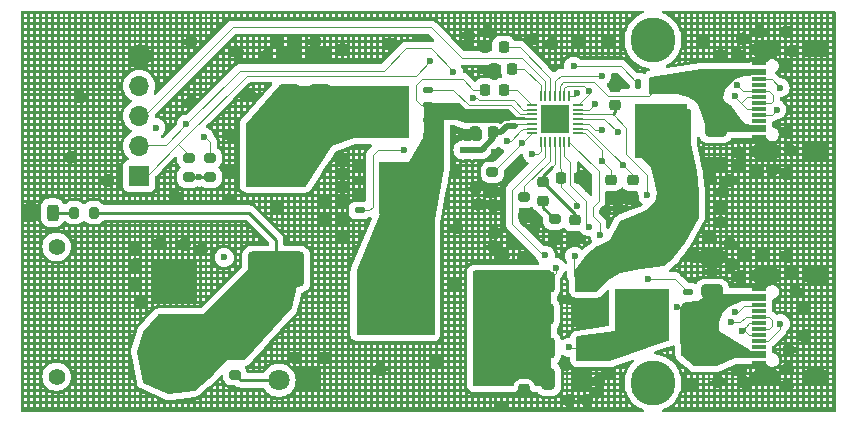
<source format=gtl>
G04 #@! TF.GenerationSoftware,KiCad,Pcbnew,8.0.3*
G04 #@! TF.CreationDate,2024-07-01T21:16:25+08:00*
G04 #@! TF.ProjectId,PD board,50442062-6f61-4726-942e-6b696361645f,rev?*
G04 #@! TF.SameCoordinates,Original*
G04 #@! TF.FileFunction,Copper,L1,Top*
G04 #@! TF.FilePolarity,Positive*
%FSLAX46Y46*%
G04 Gerber Fmt 4.6, Leading zero omitted, Abs format (unit mm)*
G04 Created by KiCad (PCBNEW 8.0.3) date 2024-07-01 21:16:25*
%MOMM*%
%LPD*%
G01*
G04 APERTURE LIST*
G04 Aperture macros list*
%AMRoundRect*
0 Rectangle with rounded corners*
0 $1 Rounding radius*
0 $2 $3 $4 $5 $6 $7 $8 $9 X,Y pos of 4 corners*
0 Add a 4 corners polygon primitive as box body*
4,1,4,$2,$3,$4,$5,$6,$7,$8,$9,$2,$3,0*
0 Add four circle primitives for the rounded corners*
1,1,$1+$1,$2,$3*
1,1,$1+$1,$4,$5*
1,1,$1+$1,$6,$7*
1,1,$1+$1,$8,$9*
0 Add four rect primitives between the rounded corners*
20,1,$1+$1,$2,$3,$4,$5,0*
20,1,$1+$1,$4,$5,$6,$7,0*
20,1,$1+$1,$6,$7,$8,$9,0*
20,1,$1+$1,$8,$9,$2,$3,0*%
G04 Aperture macros list end*
G04 #@! TA.AperFunction,Conductor*
%ADD10C,0.200000*%
G04 #@! TD*
G04 #@! TA.AperFunction,ComponentPad*
%ADD11C,1.400000*%
G04 #@! TD*
G04 #@! TA.AperFunction,ComponentPad*
%ADD12R,3.500000X3.500000*%
G04 #@! TD*
G04 #@! TA.AperFunction,ComponentPad*
%ADD13C,3.500000*%
G04 #@! TD*
G04 #@! TA.AperFunction,SMDPad,CuDef*
%ADD14RoundRect,0.225000X-0.250000X0.225000X-0.250000X-0.225000X0.250000X-0.225000X0.250000X0.225000X0*%
G04 #@! TD*
G04 #@! TA.AperFunction,SMDPad,CuDef*
%ADD15RoundRect,0.375000X-2.000000X1.125000X-2.000000X-1.125000X2.000000X-1.125000X2.000000X1.125000X0*%
G04 #@! TD*
G04 #@! TA.AperFunction,SMDPad,CuDef*
%ADD16RoundRect,0.225000X0.225000X0.250000X-0.225000X0.250000X-0.225000X-0.250000X0.225000X-0.250000X0*%
G04 #@! TD*
G04 #@! TA.AperFunction,SMDPad,CuDef*
%ADD17RoundRect,0.250000X-0.650000X0.325000X-0.650000X-0.325000X0.650000X-0.325000X0.650000X0.325000X0*%
G04 #@! TD*
G04 #@! TA.AperFunction,SMDPad,CuDef*
%ADD18RoundRect,0.062500X0.350000X0.062500X-0.350000X0.062500X-0.350000X-0.062500X0.350000X-0.062500X0*%
G04 #@! TD*
G04 #@! TA.AperFunction,SMDPad,CuDef*
%ADD19RoundRect,0.062500X0.062500X0.350000X-0.062500X0.350000X-0.062500X-0.350000X0.062500X-0.350000X0*%
G04 #@! TD*
G04 #@! TA.AperFunction,HeatsinkPad*
%ADD20R,2.400000X2.400000*%
G04 #@! TD*
G04 #@! TA.AperFunction,SMDPad,CuDef*
%ADD21C,1.000000*%
G04 #@! TD*
G04 #@! TA.AperFunction,SMDPad,CuDef*
%ADD22RoundRect,0.243750X-0.243750X-0.456250X0.243750X-0.456250X0.243750X0.456250X-0.243750X0.456250X0*%
G04 #@! TD*
G04 #@! TA.AperFunction,SMDPad,CuDef*
%ADD23R,2.900000X5.400000*%
G04 #@! TD*
G04 #@! TA.AperFunction,SMDPad,CuDef*
%ADD24RoundRect,0.250000X-0.325000X-0.650000X0.325000X-0.650000X0.325000X0.650000X-0.325000X0.650000X0*%
G04 #@! TD*
G04 #@! TA.AperFunction,SMDPad,CuDef*
%ADD25RoundRect,0.125000X-0.300000X-0.125000X0.300000X-0.125000X0.300000X0.125000X-0.300000X0.125000X0*%
G04 #@! TD*
G04 #@! TA.AperFunction,SMDPad,CuDef*
%ADD26R,4.550000X4.410000*%
G04 #@! TD*
G04 #@! TA.AperFunction,SMDPad,CuDef*
%ADD27R,1.240000X0.600000*%
G04 #@! TD*
G04 #@! TA.AperFunction,SMDPad,CuDef*
%ADD28R,1.240000X0.300000*%
G04 #@! TD*
G04 #@! TA.AperFunction,ComponentPad*
%ADD29O,2.100000X1.000000*%
G04 #@! TD*
G04 #@! TA.AperFunction,ComponentPad*
%ADD30O,1.800000X1.000000*%
G04 #@! TD*
G04 #@! TA.AperFunction,SMDPad,CuDef*
%ADD31RoundRect,0.200000X0.275000X-0.200000X0.275000X0.200000X-0.275000X0.200000X-0.275000X-0.200000X0*%
G04 #@! TD*
G04 #@! TA.AperFunction,ComponentPad*
%ADD32R,1.800000X1.800000*%
G04 #@! TD*
G04 #@! TA.AperFunction,ComponentPad*
%ADD33C,1.800000*%
G04 #@! TD*
G04 #@! TA.AperFunction,ComponentPad*
%ADD34R,1.700000X1.700000*%
G04 #@! TD*
G04 #@! TA.AperFunction,ComponentPad*
%ADD35O,1.700000X1.700000*%
G04 #@! TD*
G04 #@! TA.AperFunction,SMDPad,CuDef*
%ADD36RoundRect,0.225000X0.250000X-0.225000X0.250000X0.225000X-0.250000X0.225000X-0.250000X-0.225000X0*%
G04 #@! TD*
G04 #@! TA.AperFunction,SMDPad,CuDef*
%ADD37RoundRect,0.125000X0.300000X0.125000X-0.300000X0.125000X-0.300000X-0.125000X0.300000X-0.125000X0*%
G04 #@! TD*
G04 #@! TA.AperFunction,SMDPad,CuDef*
%ADD38RoundRect,0.200000X0.200000X0.275000X-0.200000X0.275000X-0.200000X-0.275000X0.200000X-0.275000X0*%
G04 #@! TD*
G04 #@! TA.AperFunction,ComponentPad*
%ADD39C,3.800000*%
G04 #@! TD*
G04 #@! TA.AperFunction,SMDPad,CuDef*
%ADD40RoundRect,0.250000X0.650000X-0.325000X0.650000X0.325000X-0.650000X0.325000X-0.650000X-0.325000X0*%
G04 #@! TD*
G04 #@! TA.AperFunction,SMDPad,CuDef*
%ADD41RoundRect,0.250000X-0.312500X-0.625000X0.312500X-0.625000X0.312500X0.625000X-0.312500X0.625000X0*%
G04 #@! TD*
G04 #@! TA.AperFunction,SMDPad,CuDef*
%ADD42RoundRect,0.200000X-0.275000X0.200000X-0.275000X-0.200000X0.275000X-0.200000X0.275000X0.200000X0*%
G04 #@! TD*
G04 #@! TA.AperFunction,SMDPad,CuDef*
%ADD43RoundRect,0.125000X-0.125000X0.300000X-0.125000X-0.300000X0.125000X-0.300000X0.125000X0.300000X0*%
G04 #@! TD*
G04 #@! TA.AperFunction,SMDPad,CuDef*
%ADD44R,4.410000X4.550000*%
G04 #@! TD*
G04 #@! TA.AperFunction,SMDPad,CuDef*
%ADD45RoundRect,0.225000X-0.225000X-0.250000X0.225000X-0.250000X0.225000X0.250000X-0.225000X0.250000X0*%
G04 #@! TD*
G04 #@! TA.AperFunction,ViaPad*
%ADD46C,0.600000*%
G04 #@! TD*
G04 #@! TA.AperFunction,Conductor*
%ADD47C,0.220000*%
G04 #@! TD*
G04 #@! TA.AperFunction,Conductor*
%ADD48C,0.120000*%
G04 #@! TD*
G04 #@! TA.AperFunction,Conductor*
%ADD49C,0.500000*%
G04 #@! TD*
G04 APERTURE END LIST*
D10*
X93700000Y-59700000D02*
X92700000Y-59700000D01*
D11*
X53500000Y-81500000D03*
X53500000Y-70500000D03*
D12*
X63500000Y-73500000D03*
D13*
X63500000Y-78500000D03*
D14*
X100475000Y-64825000D03*
X100475000Y-66375000D03*
D15*
X72100000Y-63900000D03*
X72100000Y-72400000D03*
D16*
X91350000Y-53600000D03*
X89800000Y-53600000D03*
D17*
X109300000Y-60625000D03*
X109300000Y-63575000D03*
D18*
X97622500Y-60880000D03*
X97622500Y-60480000D03*
X97622500Y-60080000D03*
X97622500Y-59680000D03*
X97622500Y-59280000D03*
X97622500Y-58880000D03*
X97622500Y-58480000D03*
D19*
X96885000Y-57742500D03*
X96485000Y-57742500D03*
X96085000Y-57742500D03*
X95685000Y-57742500D03*
X95285000Y-57742500D03*
X94885000Y-57742500D03*
X94485000Y-57742500D03*
D18*
X93747500Y-58480000D03*
X93747500Y-58880000D03*
X93747500Y-59280000D03*
X93747500Y-59680000D03*
X93747500Y-60080000D03*
X93747500Y-60480000D03*
X93747500Y-60880000D03*
D19*
X94485000Y-61617500D03*
X94885000Y-61617500D03*
X95285000Y-61617500D03*
X95685000Y-61617500D03*
X96085000Y-61617500D03*
X96485000Y-61617500D03*
X96885000Y-61617500D03*
D20*
X95685000Y-59680000D03*
D21*
X76200000Y-59200000D03*
D22*
X51287500Y-67600000D03*
X53162500Y-67600000D03*
D23*
X80335000Y-75250000D03*
X90235000Y-75250000D03*
D24*
X95010000Y-76180000D03*
X97960000Y-76180000D03*
D25*
X79170000Y-63600000D03*
X79170000Y-64870000D03*
X79170000Y-66140000D03*
X79170000Y-67410000D03*
D26*
X83120000Y-65505000D03*
D27*
X112975000Y-80400000D03*
X112975000Y-79600000D03*
D28*
X112975000Y-78450000D03*
X112975000Y-77450000D03*
X112975000Y-76950000D03*
X112975000Y-75950000D03*
D27*
X112975000Y-74800000D03*
X112975000Y-74000000D03*
X112975000Y-74000000D03*
X112975000Y-74800000D03*
D28*
X112975000Y-75450000D03*
X112975000Y-76450000D03*
X112975000Y-77950000D03*
X112975000Y-78950000D03*
D27*
X112975000Y-79600000D03*
X112975000Y-80400000D03*
D29*
X113575000Y-81520000D03*
D30*
X117775000Y-81520000D03*
D29*
X113575000Y-72880000D03*
D30*
X117775000Y-72880000D03*
D31*
X95675000Y-69805000D03*
X95675000Y-68155000D03*
D32*
X74875000Y-81800000D03*
D33*
X72335000Y-81800000D03*
D31*
X66500000Y-64600000D03*
X66500000Y-62950000D03*
D34*
X60500000Y-64500000D03*
D35*
X60500000Y-61960000D03*
X60500000Y-59420000D03*
X60500000Y-56880000D03*
X60500000Y-54340000D03*
D36*
X100800000Y-58475000D03*
X100800000Y-56925000D03*
X97375000Y-69780000D03*
X97375000Y-68230000D03*
D37*
X107000000Y-78140000D03*
X107000000Y-76870000D03*
X107000000Y-75600000D03*
X107000000Y-74330000D03*
D26*
X103050000Y-76235000D03*
D38*
X56650000Y-67600000D03*
X55000000Y-67600000D03*
D31*
X90400000Y-65825000D03*
X90400000Y-64175000D03*
D36*
X93085000Y-72975000D03*
X93085000Y-71425000D03*
D16*
X90475000Y-60800000D03*
X88925000Y-60800000D03*
D39*
X104000000Y-82000000D03*
D24*
X95150000Y-81700000D03*
X98100000Y-81700000D03*
D40*
X109000000Y-74275000D03*
X109000000Y-71325000D03*
D21*
X93300000Y-79100000D03*
D41*
X95072500Y-73450000D03*
X97997500Y-73450000D03*
D42*
X68600000Y-79675000D03*
X68600000Y-81325000D03*
D40*
X75800000Y-57275000D03*
X75800000Y-54325000D03*
D37*
X84975000Y-61000000D03*
X84975000Y-59730000D03*
X84975000Y-58460000D03*
X84975000Y-57190000D03*
D26*
X81025000Y-59095000D03*
D43*
X106575000Y-56700000D03*
X105305000Y-56700000D03*
X104035000Y-56700000D03*
X102765000Y-56700000D03*
D44*
X104670000Y-60650000D03*
D39*
X104000000Y-53000000D03*
D16*
X97775000Y-64700000D03*
X96225000Y-64700000D03*
D27*
X112960000Y-61280000D03*
X112960000Y-60480000D03*
D28*
X112960000Y-59330000D03*
X112960000Y-58330000D03*
X112960000Y-57830000D03*
X112960000Y-56830000D03*
D27*
X112960000Y-55680000D03*
X112960000Y-54880000D03*
X112960000Y-54880000D03*
X112960000Y-55680000D03*
D28*
X112960000Y-56330000D03*
X112960000Y-57330000D03*
X112960000Y-58830000D03*
X112960000Y-59830000D03*
D27*
X112960000Y-60480000D03*
X112960000Y-61280000D03*
D29*
X113560000Y-62400000D03*
D30*
X117760000Y-62400000D03*
D29*
X113560000Y-53760000D03*
D30*
X117760000Y-53760000D03*
D16*
X92100000Y-55400000D03*
X90550000Y-55400000D03*
D21*
X109200000Y-78900000D03*
X109200000Y-56400000D03*
D14*
X93100000Y-81025000D03*
X93100000Y-82575000D03*
D41*
X95122500Y-79080000D03*
X98047500Y-79080000D03*
D31*
X64700000Y-64600000D03*
X64700000Y-62950000D03*
D40*
X73200000Y-57275000D03*
X73200000Y-54325000D03*
D14*
X102275000Y-64800000D03*
X102275000Y-66350000D03*
D31*
X93100000Y-67925000D03*
X93100000Y-66275000D03*
D45*
X89810000Y-57180000D03*
X91360000Y-57180000D03*
D36*
X94700000Y-66575000D03*
X94700000Y-65025000D03*
D46*
X60600000Y-75200000D03*
X72200000Y-67100000D03*
X76100000Y-68100000D03*
X76100000Y-66600000D03*
X61900000Y-60400000D03*
X67700000Y-71400000D03*
X112700000Y-64100000D03*
X87100000Y-60400000D03*
X88200000Y-53500000D03*
X114100000Y-64000000D03*
X95400000Y-53300000D03*
X69900000Y-57700000D03*
X85600000Y-80100000D03*
X54700000Y-62900000D03*
X84400000Y-52800000D03*
X63500000Y-66200000D03*
X65800000Y-70700000D03*
X115300000Y-71300000D03*
X76200000Y-79900000D03*
X101100000Y-67300000D03*
X93000000Y-63500000D03*
X107200000Y-82100000D03*
X57800000Y-64900000D03*
X96600000Y-80500000D03*
X110500000Y-64900000D03*
X55500000Y-57800000D03*
X98400000Y-83500000D03*
X111300000Y-62500000D03*
X77700000Y-66500000D03*
X90000000Y-52300000D03*
X116800000Y-78000000D03*
X60200000Y-72000000D03*
X111600000Y-52900000D03*
X90500000Y-70500000D03*
X115300000Y-55200000D03*
X68200000Y-61000000D03*
X96500000Y-60500000D03*
X88000000Y-61100000D03*
X77600000Y-69600000D03*
X89200000Y-66900000D03*
X96900000Y-83500000D03*
X115400000Y-80800000D03*
X64300000Y-70300000D03*
X77600000Y-68100000D03*
X89000000Y-65500000D03*
X75400000Y-53100000D03*
X94800000Y-58800000D03*
X99400000Y-81800000D03*
X88400000Y-52600000D03*
X68200000Y-64100000D03*
X99200000Y-76900000D03*
X91300000Y-84100000D03*
X100200000Y-81100000D03*
X115300000Y-64300000D03*
X87400000Y-68900000D03*
X68800000Y-54000000D03*
X80900000Y-80900000D03*
X115400000Y-82200000D03*
X109700000Y-54300000D03*
X99300000Y-82800000D03*
X115300000Y-52300000D03*
X111300000Y-73000000D03*
X111800000Y-82000000D03*
X100300000Y-53200000D03*
X93900000Y-69000000D03*
X108900000Y-69700000D03*
X101400000Y-66300000D03*
X115300000Y-60800000D03*
X77700000Y-53800000D03*
X115800000Y-72600000D03*
X64900000Y-53100000D03*
X73700000Y-79900000D03*
X72200000Y-53100000D03*
X109000000Y-72600000D03*
X115500000Y-79200000D03*
X111200000Y-63700000D03*
X109800000Y-67100000D03*
X93800000Y-52900000D03*
X92100000Y-64100000D03*
X109500000Y-81900000D03*
X98500000Y-65600000D03*
X108200000Y-53000000D03*
X64900000Y-58200000D03*
X111400000Y-81000000D03*
X77700000Y-65400000D03*
X111800000Y-71200000D03*
X100900000Y-56100000D03*
X113300000Y-71200000D03*
X95700000Y-60500000D03*
X73700000Y-53100000D03*
X90500000Y-67000000D03*
X60200000Y-70500000D03*
X116100000Y-74300000D03*
X111200000Y-54300000D03*
X110500000Y-70200000D03*
X108900000Y-64700000D03*
X115800000Y-53900000D03*
X90600000Y-69300000D03*
X71300000Y-54300000D03*
X96500000Y-58800000D03*
X99200000Y-75100000D03*
X110700000Y-72000000D03*
X99200000Y-76000000D03*
X94800000Y-60500000D03*
X91300000Y-71300000D03*
X99900000Y-67400000D03*
X92200000Y-70200000D03*
X77700000Y-64300000D03*
X60100000Y-73600000D03*
X87300000Y-64100000D03*
X89800000Y-55400000D03*
X109700000Y-68400000D03*
X62300000Y-70200000D03*
X68100000Y-66500000D03*
X94300000Y-68200000D03*
X98500000Y-64700000D03*
X115600000Y-62300000D03*
X87300000Y-73700000D03*
X81700000Y-53300000D03*
X116800000Y-75600000D03*
X101600000Y-56800000D03*
X97000000Y-74900000D03*
X100000000Y-74900000D03*
X95700000Y-58800000D03*
X97700000Y-53200000D03*
X90500000Y-62500000D03*
X100000000Y-75900000D03*
X107400000Y-71300000D03*
X100000000Y-76800000D03*
X77700000Y-63200000D03*
X113000000Y-52300000D03*
X109900000Y-65800000D03*
X65600000Y-64600000D03*
X99675000Y-63200000D03*
X114760000Y-57030000D03*
X114485000Y-58880000D03*
X101425000Y-63550000D03*
X99675000Y-56000000D03*
X106000000Y-75600000D03*
X82900000Y-62300000D03*
X88800000Y-57900000D03*
X99085000Y-58380000D03*
X97375000Y-71300000D03*
X97275000Y-55200000D03*
X93775000Y-62600000D03*
X96875000Y-79000000D03*
X97575000Y-57500000D03*
X92913750Y-61713750D03*
X85100000Y-54800000D03*
X87100000Y-55700000D03*
X91600000Y-61500000D03*
X66000000Y-61200000D03*
X64500000Y-60100000D03*
X95785000Y-72250000D03*
X98575000Y-57300000D03*
X111100000Y-56800000D03*
X99700000Y-60600000D03*
X103600000Y-73200000D03*
X94875000Y-71200000D03*
X97600000Y-67000000D03*
X110900000Y-76000000D03*
X114775000Y-77000000D03*
X103475000Y-66100000D03*
X98575000Y-68800000D03*
X110600000Y-76900000D03*
X111500000Y-77600000D03*
X99500000Y-69500000D03*
X77900000Y-61200000D03*
X88700000Y-62300000D03*
X87900000Y-62300000D03*
X77400000Y-60700000D03*
X101000000Y-60800000D03*
X110900000Y-57700000D03*
D47*
X72100000Y-69900000D02*
X72100000Y-72400000D01*
X69800000Y-67600000D02*
X72100000Y-69900000D01*
X56650000Y-67600000D02*
X69800000Y-67600000D01*
X66500000Y-64600000D02*
X65600000Y-64600000D01*
X65600000Y-64600000D02*
X64700000Y-64600000D01*
D48*
X100475000Y-64000000D02*
X99675000Y-63200000D01*
X98255000Y-60880000D02*
X99675000Y-62300000D01*
X99675000Y-62800000D02*
X99675000Y-62900000D01*
X112960000Y-56330000D02*
X114060000Y-56330000D01*
X99675000Y-62900000D02*
X99675000Y-63200000D01*
X99675000Y-62300000D02*
X99675000Y-62800000D01*
X100475000Y-64825000D02*
X100475000Y-64000000D01*
X97622500Y-60880000D02*
X98255000Y-60880000D01*
X99675000Y-63200000D02*
X99675000Y-63300000D01*
X114060000Y-56330000D02*
X114760000Y-57030000D01*
X101425000Y-63520000D02*
X100475000Y-62570000D01*
X101425000Y-63550000D02*
X102275000Y-64400000D01*
X101425000Y-63550000D02*
X101425000Y-63520000D01*
X102275000Y-64400000D02*
X102275000Y-64800000D01*
X114485000Y-58880000D02*
X114035000Y-59330000D01*
X97622500Y-60480000D02*
X98385000Y-60480000D01*
X98385000Y-60480000D02*
X100475000Y-62570000D01*
X114035000Y-59330000D02*
X112960000Y-59330000D01*
X95685000Y-61617500D02*
X95685000Y-63515000D01*
D47*
X97375000Y-68230000D02*
X97375000Y-67700000D01*
X94700000Y-64500000D02*
X95422500Y-63777500D01*
X97375000Y-67700000D02*
X94700000Y-65025000D01*
X94700000Y-65025000D02*
X94700000Y-64500000D01*
D48*
X95685000Y-63515000D02*
X95350000Y-63850000D01*
D47*
X94700000Y-67180000D02*
X95675000Y-68155000D01*
X94700000Y-66575000D02*
X94700000Y-67180000D01*
D48*
X95285000Y-56185000D02*
X95285000Y-57742500D01*
X92700000Y-53600000D02*
X95285000Y-56185000D01*
X91350000Y-53600000D02*
X92700000Y-53600000D01*
X93075000Y-55400000D02*
X94485000Y-56810000D01*
X92100000Y-55400000D02*
X93075000Y-55400000D01*
X94485000Y-56810000D02*
X94485000Y-57742500D01*
X91360000Y-57180000D02*
X92447500Y-57180000D01*
X92447500Y-57180000D02*
X93747500Y-58480000D01*
X96085000Y-57742500D02*
X96085000Y-56850000D01*
X96375000Y-56560000D02*
X99035000Y-56560000D01*
X96085000Y-56850000D02*
X96375000Y-56560000D01*
X99035000Y-56560000D02*
X100175000Y-57700000D01*
X100175000Y-57700000D02*
X103675000Y-57700000D01*
X104035000Y-57340000D02*
X104035000Y-56700000D01*
X103675000Y-57700000D02*
X104035000Y-57340000D01*
X95875000Y-56300000D02*
X96175000Y-56000000D01*
X96175000Y-56000000D02*
X99675000Y-56000000D01*
X95685000Y-56490000D02*
X95875000Y-56300000D01*
X107000000Y-75600000D02*
X106000000Y-75600000D01*
X95685000Y-57742500D02*
X95685000Y-56490000D01*
X92000000Y-58500000D02*
X88400000Y-58500000D01*
X87090000Y-57190000D02*
X84975000Y-57190000D01*
X92780000Y-59280000D02*
X92000000Y-58500000D01*
X93747500Y-59280000D02*
X92780000Y-59280000D01*
X88400000Y-58500000D02*
X87090000Y-57190000D01*
X79965000Y-67410000D02*
X79170000Y-67410000D01*
X92200000Y-58100000D02*
X92980000Y-58880000D01*
X80275000Y-67100000D02*
X79965000Y-67410000D01*
X88800000Y-57900000D02*
X89100000Y-57900000D01*
X82900000Y-62300000D02*
X80675000Y-62300000D01*
X92980000Y-58880000D02*
X93747500Y-58880000D01*
X89300000Y-58100000D02*
X92200000Y-58100000D01*
X80675000Y-62300000D02*
X80275000Y-62700000D01*
X89100000Y-57900000D02*
X89300000Y-58100000D01*
X80275000Y-62700000D02*
X80275000Y-67100000D01*
X98585000Y-58880000D02*
X99085000Y-58380000D01*
X97300000Y-73000000D02*
X97750000Y-73450000D01*
X97750000Y-73450000D02*
X97997500Y-73450000D01*
X97300000Y-71375000D02*
X97300000Y-73000000D01*
X97375000Y-71300000D02*
X97300000Y-71375000D01*
X99085000Y-58380000D02*
X99185000Y-58280000D01*
X97622500Y-58880000D02*
X98585000Y-58880000D01*
X94275000Y-62600000D02*
X93775000Y-62600000D01*
X101265000Y-55200000D02*
X102765000Y-56700000D01*
X94485000Y-62390000D02*
X94275000Y-62600000D01*
X97275000Y-55200000D02*
X98075000Y-55200000D01*
X97275000Y-55200000D02*
X101265000Y-55200000D01*
X94485000Y-61617500D02*
X94485000Y-62390000D01*
X97332500Y-57742500D02*
X97575000Y-57500000D01*
X98047500Y-79080000D02*
X96955000Y-79080000D01*
X96955000Y-79080000D02*
X96875000Y-79000000D01*
X97575000Y-57500000D02*
X97375000Y-57700000D01*
X96885000Y-57742500D02*
X97332500Y-57742500D01*
X93100000Y-65375000D02*
X95285000Y-63190000D01*
X93100000Y-66275000D02*
X93100000Y-65375000D01*
X95285000Y-63190000D02*
X95285000Y-61617500D01*
X64700000Y-62950000D02*
X64700000Y-62700000D01*
X92913750Y-61713750D02*
X93747500Y-60880000D01*
X63800000Y-61800000D02*
X69600000Y-56000000D01*
X83900000Y-56000000D02*
X85100000Y-54800000D01*
X60775000Y-64375000D02*
X61225000Y-64375000D01*
X64700000Y-62700000D02*
X63800000Y-61800000D01*
X69600000Y-56000000D02*
X83900000Y-56000000D01*
X90452500Y-64175000D02*
X90400000Y-64175000D01*
X61225000Y-64375000D02*
X63800000Y-61800000D01*
X92913750Y-61713750D02*
X90452500Y-64175000D01*
X91600000Y-61500000D02*
X91965000Y-61500000D01*
X92985000Y-60480000D02*
X92735000Y-60730000D01*
X62765000Y-61835000D02*
X60775000Y-61835000D01*
X87100000Y-55608040D02*
X85191960Y-53700000D01*
X69000000Y-55600000D02*
X64500000Y-60100000D01*
X92735000Y-60730000D02*
X92285000Y-61180000D01*
X66000000Y-61200000D02*
X66000000Y-61100000D01*
X64500000Y-60100000D02*
X62765000Y-61835000D01*
X83100000Y-53700000D02*
X81200000Y-55600000D01*
X66100000Y-61200000D02*
X66000000Y-61200000D01*
X66000000Y-61100000D02*
X66000000Y-61100000D01*
X81200000Y-55600000D02*
X69000000Y-55600000D01*
X66500000Y-61600000D02*
X66100000Y-61200000D01*
X87100000Y-55700000D02*
X87100000Y-55608040D01*
X91965000Y-61500000D02*
X92735000Y-60730000D01*
X66500000Y-62950000D02*
X66500000Y-61600000D01*
X85191960Y-53700000D02*
X83100000Y-53700000D01*
X93747500Y-60480000D02*
X92985000Y-60480000D01*
X92900000Y-54500000D02*
X94885000Y-56485000D01*
X87800000Y-54500000D02*
X92900000Y-54500000D01*
X60775000Y-59295000D02*
X61005000Y-59295000D01*
X85200000Y-51900000D02*
X87800000Y-54500000D01*
X94885000Y-56485000D02*
X94885000Y-57742500D01*
X68400000Y-51900000D02*
X85200000Y-51900000D01*
X61005000Y-59295000D02*
X68400000Y-51900000D01*
D47*
X53162500Y-67600000D02*
X55000000Y-67600000D01*
X72335000Y-81800000D02*
X69075000Y-81800000D01*
X69075000Y-81800000D02*
X68600000Y-81325000D01*
D48*
X88755000Y-57180000D02*
X89810000Y-57180000D01*
X84475000Y-56300000D02*
X87875000Y-56300000D01*
X83975000Y-56800000D02*
X84475000Y-56300000D01*
X84975000Y-58460000D02*
X84335000Y-58460000D01*
X87875000Y-56300000D02*
X88755000Y-57180000D01*
X83975000Y-58100000D02*
X83975000Y-56800000D01*
X84335000Y-58460000D02*
X83975000Y-58100000D01*
X96485000Y-57080000D02*
X96685000Y-56880000D01*
X98575000Y-57300000D02*
X98575000Y-57527500D01*
X95785000Y-72737500D02*
X95785000Y-72250000D01*
X98575000Y-57527500D02*
X97622500Y-58480000D01*
X96485000Y-57742500D02*
X96485000Y-57080000D01*
X98155000Y-56880000D02*
X98575000Y-57300000D01*
X96685000Y-56880000D02*
X98155000Y-56880000D01*
X95072500Y-73450000D02*
X95785000Y-72737500D01*
X112960000Y-57330000D02*
X111630000Y-57330000D01*
X113960000Y-58330000D02*
X112960000Y-58330000D01*
X112960000Y-57330000D02*
X113860000Y-57330000D01*
X99100000Y-60600000D02*
X98580000Y-60080000D01*
X113860000Y-57330000D02*
X114160000Y-57630000D01*
X114160000Y-57630000D02*
X114160000Y-58130000D01*
X111630000Y-57330000D02*
X111100000Y-56800000D01*
X114160000Y-58130000D02*
X113960000Y-58330000D01*
X99700000Y-60600000D02*
X99100000Y-60600000D01*
X98580000Y-60080000D02*
X97622500Y-60080000D01*
X105870000Y-73200000D02*
X107000000Y-74330000D01*
X94885000Y-61617500D02*
X94885000Y-62890000D01*
X92100000Y-68600000D02*
X94700000Y-71200000D01*
X92100000Y-65675000D02*
X92100000Y-68600000D01*
X103600000Y-73200000D02*
X105870000Y-73200000D01*
X94885000Y-62890000D02*
X92100000Y-65675000D01*
X94875000Y-71200000D02*
X94885000Y-71210000D01*
X94885000Y-71210000D02*
X94885000Y-71290000D01*
X94700000Y-71200000D02*
X94875000Y-71200000D01*
X110900000Y-76000000D02*
X111175000Y-76000000D01*
X97600000Y-66800000D02*
X96225000Y-65425000D01*
X111175000Y-76000000D02*
X111675000Y-75500000D01*
X97600000Y-67000000D02*
X97600000Y-66800000D01*
X96225000Y-63925000D02*
X96085000Y-63785000D01*
X112925000Y-75500000D02*
X112975000Y-75450000D01*
X96085000Y-63785000D02*
X96085000Y-61617500D01*
X111675000Y-75500000D02*
X112925000Y-75500000D01*
X96225000Y-65425000D02*
X96225000Y-63925000D01*
X113765000Y-78450000D02*
X112975000Y-78450000D01*
X103475000Y-66100000D02*
X103475000Y-64455000D01*
X103475000Y-64455000D02*
X101700000Y-62680000D01*
D47*
X100800000Y-59060000D02*
X100580000Y-59280000D01*
D48*
X114775000Y-77440000D02*
X113765000Y-78450000D01*
X101700000Y-62680000D02*
X101700000Y-60400000D01*
X114775000Y-77000000D02*
X114775000Y-77440000D01*
X100580000Y-59280000D02*
X97622500Y-59280000D01*
D47*
X100800000Y-58475000D02*
X100800000Y-59060000D01*
D48*
X101700000Y-60400000D02*
X100580000Y-59280000D01*
X98300000Y-68525000D02*
X98575000Y-68800000D01*
X111850000Y-76450000D02*
X111400000Y-76900000D01*
X113825000Y-76450000D02*
X112975000Y-76450000D01*
X113825000Y-77450000D02*
X114075000Y-77200000D01*
X97000000Y-65300000D02*
X98300000Y-66600000D01*
X112975000Y-76450000D02*
X111850000Y-76450000D01*
X110600000Y-76900000D02*
X110500000Y-76900000D01*
X111400000Y-76900000D02*
X110600000Y-76900000D01*
X97000000Y-63300000D02*
X97000000Y-65300000D01*
X96485000Y-61617500D02*
X96485000Y-62785000D01*
X114075000Y-77200000D02*
X114075000Y-76700000D01*
X98575000Y-68800000D02*
X98400000Y-68625000D01*
X96485000Y-62785000D02*
X97000000Y-63300000D01*
X114075000Y-76700000D02*
X113825000Y-76450000D01*
X98300000Y-66600000D02*
X98300000Y-68525000D01*
X112975000Y-77450000D02*
X113825000Y-77450000D01*
X112125000Y-77950000D02*
X112975000Y-77950000D01*
X112150000Y-76950000D02*
X111850000Y-77250000D01*
X98900000Y-67900000D02*
X98900000Y-67100000D01*
X111775000Y-77325000D02*
X111775000Y-77600000D01*
X99500000Y-69500000D02*
X99500000Y-68500000D01*
X112300000Y-76950000D02*
X112125000Y-76950000D01*
X111775000Y-77600000D02*
X112125000Y-77950000D01*
X99400000Y-64100000D02*
X96917500Y-61617500D01*
X96917500Y-61617500D02*
X96885000Y-61617500D01*
X112300000Y-76950000D02*
X112150000Y-76950000D01*
X112975000Y-76950000D02*
X112300000Y-76950000D01*
X111775000Y-77325000D02*
X111500000Y-77600000D01*
X111850000Y-77250000D02*
X111775000Y-77325000D01*
X98900000Y-67100000D02*
X99400000Y-66600000D01*
X99500000Y-68500000D02*
X98900000Y-67900000D01*
X99400000Y-66600000D02*
X99400000Y-64100000D01*
D49*
X91400000Y-60500000D02*
X91600000Y-60300000D01*
X88700000Y-62300000D02*
X89500000Y-62300000D01*
X90475000Y-61325000D02*
X90475000Y-60800000D01*
D48*
X92520000Y-60080000D02*
X93747500Y-60080000D01*
D49*
X91100000Y-60800000D02*
X91400000Y-60500000D01*
X89500000Y-62300000D02*
X90475000Y-61325000D01*
X90475000Y-60800000D02*
X91100000Y-60800000D01*
X91600000Y-60300000D02*
X92300000Y-60300000D01*
X87900000Y-62300000D02*
X88700000Y-62300000D01*
D48*
X92300000Y-60300000D02*
X92520000Y-60080000D01*
X110872500Y-57742500D02*
X110900000Y-57770000D01*
X99880000Y-59680000D02*
X97622500Y-59680000D01*
X110900000Y-57770000D02*
X110900000Y-57700000D01*
X111460000Y-58330000D02*
X111860000Y-58730000D01*
X112960000Y-57830000D02*
X111960000Y-57830000D01*
X110830000Y-57700000D02*
X111860000Y-58730000D01*
X101000000Y-60800000D02*
X99880000Y-59680000D01*
X111860000Y-58730000D02*
X111960000Y-58830000D01*
X111960000Y-57830000D02*
X111460000Y-58330000D01*
X110900000Y-57700000D02*
X110830000Y-57700000D01*
X111960000Y-58830000D02*
X112960000Y-58830000D01*
X112060000Y-57830000D02*
X112960000Y-57830000D01*
G04 #@! TA.AperFunction,Conductor*
G36*
X74394376Y-71130912D02*
G01*
X74445407Y-71178636D01*
X74462536Y-71246373D01*
X74459225Y-71270511D01*
X73407411Y-75669007D01*
X73378564Y-75723579D01*
X69436899Y-80059411D01*
X69377238Y-80095775D01*
X69345146Y-80100000D01*
X67900000Y-80100000D01*
X66812883Y-81259591D01*
X66405214Y-81694438D01*
X66394134Y-81704888D01*
X65227352Y-82677206D01*
X65164723Y-82704810D01*
X63035472Y-82995162D01*
X62967406Y-82985184D01*
X60858352Y-82026523D01*
X60805467Y-81980862D01*
X60787895Y-81937055D01*
X60305681Y-79429542D01*
X60308489Y-79371136D01*
X60792396Y-77725850D01*
X60817648Y-77679635D01*
X62062916Y-76242788D01*
X62121697Y-76205020D01*
X62156621Y-76200000D01*
X65899999Y-76200000D01*
X65900000Y-76200000D01*
X70669156Y-71530200D01*
X70730828Y-71497363D01*
X70742922Y-71495481D01*
X74325644Y-71118353D01*
X74394376Y-71130912D01*
G37*
G04 #@! TD.AperFunction*
G04 #@! TA.AperFunction,Conductor*
G36*
X86300000Y-59800000D02*
G01*
X86300000Y-63888563D01*
X86297908Y-63911244D01*
X85500000Y-68199998D01*
X85500000Y-77876000D01*
X85480315Y-77943039D01*
X85427511Y-77988794D01*
X85376000Y-78000000D01*
X79024000Y-78000000D01*
X78956961Y-77980315D01*
X78911206Y-77927511D01*
X78900000Y-77876000D01*
X78900000Y-72524800D01*
X78909538Y-72477108D01*
X80900000Y-67700000D01*
X80900000Y-63424000D01*
X80919685Y-63356961D01*
X80972489Y-63311206D01*
X81024000Y-63300000D01*
X83299999Y-63300000D01*
X83300000Y-63300000D01*
X84600000Y-61100000D01*
X84600000Y-58424000D01*
X84619685Y-58356961D01*
X84672489Y-58311206D01*
X84724000Y-58300000D01*
X86300000Y-58300000D01*
X86300000Y-59800000D01*
G37*
G04 #@! TD.AperFunction*
G04 #@! TA.AperFunction,Conductor*
G36*
X105243039Y-74619685D02*
G01*
X105288794Y-74672489D01*
X105300000Y-74724000D01*
X105300000Y-75546008D01*
X105299096Y-75560954D01*
X105294355Y-75599999D01*
X105299096Y-75639044D01*
X105300000Y-75653991D01*
X105300000Y-78312849D01*
X105280315Y-78379888D01*
X105227511Y-78425643D01*
X105218001Y-78429519D01*
X100320361Y-80192670D01*
X100278360Y-80200000D01*
X97624000Y-80200000D01*
X97556961Y-80180315D01*
X97511206Y-80127511D01*
X97500000Y-80076000D01*
X97500000Y-78206627D01*
X97519685Y-78139588D01*
X97572489Y-78093833D01*
X97605419Y-78084027D01*
X100800000Y-77600000D01*
X100800000Y-74724000D01*
X100819685Y-74656961D01*
X100872489Y-74611206D01*
X100924000Y-74600000D01*
X105176000Y-74600000D01*
X105243039Y-74619685D01*
G37*
G04 #@! TD.AperFunction*
G04 #@! TA.AperFunction,Conductor*
G36*
X113532161Y-55419685D02*
G01*
X113572506Y-55461996D01*
X113583387Y-55480843D01*
X113600000Y-55542841D01*
X113600000Y-55855500D01*
X113580315Y-55922539D01*
X113527511Y-55968294D01*
X113476000Y-55979500D01*
X112320247Y-55979500D01*
X112249790Y-55993515D01*
X112249733Y-55993229D01*
X112215696Y-56000000D01*
X111700000Y-56000000D01*
X110999999Y-56299999D01*
X110992327Y-56304702D01*
X110991297Y-56303022D01*
X110960991Y-56319186D01*
X110889946Y-56340047D01*
X110889945Y-56340048D01*
X110768872Y-56417857D01*
X110768870Y-56417858D01*
X110674625Y-56526624D01*
X110674621Y-56526630D01*
X110653524Y-56572825D01*
X110620114Y-56616570D01*
X110400001Y-56799997D01*
X110399999Y-56800000D01*
X110100001Y-57199996D01*
X110099999Y-57200000D01*
X109985714Y-57600000D01*
X109900000Y-57900000D01*
X110100000Y-58200000D01*
X110680304Y-58586869D01*
X110713473Y-58619461D01*
X111600000Y-59900000D01*
X111600001Y-59900001D01*
X111900000Y-60100000D01*
X112400000Y-60200000D01*
X113476000Y-60200000D01*
X113543039Y-60219685D01*
X113588794Y-60272489D01*
X113600000Y-60324000D01*
X113600000Y-60617157D01*
X113583388Y-60679156D01*
X113561251Y-60717499D01*
X113510684Y-60765715D01*
X113453863Y-60779500D01*
X112320247Y-60779500D01*
X112249790Y-60793515D01*
X112249733Y-60793229D01*
X112215696Y-60800000D01*
X109241333Y-60800000D01*
X109174294Y-60780315D01*
X109166933Y-60775200D01*
X109154286Y-60765715D01*
X108434036Y-60225527D01*
X108392215Y-60169556D01*
X108388809Y-60158967D01*
X108100000Y-59100000D01*
X107700000Y-58300000D01*
X107350000Y-58050000D01*
X107000001Y-57800000D01*
X106999997Y-57799999D01*
X106000000Y-57600000D01*
X103824000Y-57600000D01*
X103756961Y-57580315D01*
X103711206Y-57527511D01*
X103700000Y-57476000D01*
X103700000Y-56221725D01*
X103719685Y-56154686D01*
X103772489Y-56108931D01*
X103804072Y-56099337D01*
X108090104Y-55401611D01*
X108110028Y-55400000D01*
X113465122Y-55400000D01*
X113532161Y-55419685D01*
G37*
G04 #@! TD.AperFunction*
G04 #@! TA.AperFunction,Conductor*
G36*
X83243039Y-56919685D02*
G01*
X83288794Y-56972489D01*
X83300000Y-57024000D01*
X83300000Y-61176000D01*
X83280315Y-61243039D01*
X83227511Y-61288794D01*
X83176000Y-61300000D01*
X78700000Y-61300000D01*
X76800000Y-62000000D01*
X74636647Y-65343363D01*
X74583701Y-65388954D01*
X74532540Y-65400000D01*
X69624000Y-65400000D01*
X69556961Y-65380315D01*
X69511206Y-65327511D01*
X69500000Y-65276000D01*
X69500000Y-60146592D01*
X69519685Y-60079553D01*
X69530680Y-60064937D01*
X72262948Y-56942345D01*
X72321908Y-56904855D01*
X72356268Y-56900000D01*
X83176000Y-56900000D01*
X83243039Y-56919685D01*
G37*
G04 #@! TD.AperFunction*
G04 #@! TA.AperFunction,Conductor*
G36*
X95318039Y-72519685D02*
G01*
X95363794Y-72572489D01*
X95375000Y-72624000D01*
X95375000Y-82176000D01*
X95355315Y-82243039D01*
X95302511Y-82288794D01*
X95251000Y-82300000D01*
X94079938Y-82300000D01*
X94012899Y-82280315D01*
X93967144Y-82227511D01*
X93960864Y-82210602D01*
X93928618Y-82099610D01*
X93848170Y-81963580D01*
X93848168Y-81963578D01*
X93848165Y-81963574D01*
X93736425Y-81851834D01*
X93736416Y-81851827D01*
X93600390Y-81771382D01*
X93600385Y-81771380D01*
X93448633Y-81727292D01*
X93448620Y-81727290D01*
X93413163Y-81724500D01*
X92786849Y-81724500D01*
X92786824Y-81724501D01*
X92751372Y-81727291D01*
X92599614Y-81771380D01*
X92599609Y-81771382D01*
X92463583Y-81851827D01*
X92463574Y-81851834D01*
X92351834Y-81963574D01*
X92351827Y-81963583D01*
X92271382Y-82099609D01*
X92271382Y-82099610D01*
X92239137Y-82210595D01*
X92201532Y-82269480D01*
X92138060Y-82298687D01*
X92120062Y-82300000D01*
X88899000Y-82300000D01*
X88831961Y-82280315D01*
X88786206Y-82227511D01*
X88775000Y-82176000D01*
X88775000Y-72624000D01*
X88794685Y-72556961D01*
X88847489Y-72511206D01*
X88899000Y-72500000D01*
X95251000Y-72500000D01*
X95318039Y-72519685D01*
G37*
G04 #@! TD.AperFunction*
G04 #@! TA.AperFunction,Conductor*
G36*
X112334262Y-74500500D02*
G01*
X112335252Y-74500500D01*
X113468863Y-74500500D01*
X113535902Y-74520185D01*
X113576249Y-74562498D01*
X113583386Y-74574859D01*
X113600000Y-74636861D01*
X113600000Y-74975500D01*
X113580315Y-75042539D01*
X113527511Y-75088294D01*
X113476000Y-75099500D01*
X112334262Y-75099500D01*
X112324084Y-75100000D01*
X111500000Y-75100000D01*
X111499998Y-75100000D01*
X111499996Y-75100001D01*
X110400002Y-75599997D01*
X109900001Y-75999998D01*
X109899999Y-76000001D01*
X109600000Y-76900000D01*
X109600000Y-77600000D01*
X110700000Y-78300000D01*
X112197076Y-79235672D01*
X112200084Y-79238065D01*
X112200287Y-79237762D01*
X112210447Y-79244551D01*
X112210448Y-79244552D01*
X112276769Y-79288867D01*
X112276770Y-79288867D01*
X112283301Y-79291572D01*
X112299243Y-79299783D01*
X112299998Y-79300000D01*
X112300000Y-79300000D01*
X112324084Y-79300000D01*
X112334262Y-79300500D01*
X113476000Y-79300500D01*
X113543039Y-79320185D01*
X113588794Y-79372989D01*
X113600000Y-79424500D01*
X113600000Y-79763138D01*
X113583388Y-79825137D01*
X113576251Y-79837499D01*
X113525684Y-79885715D01*
X113468863Y-79899500D01*
X112334262Y-79899500D01*
X112324084Y-79900000D01*
X110900000Y-79900000D01*
X109460062Y-80571971D01*
X109424928Y-80588367D01*
X109372490Y-80600000D01*
X107544263Y-80600000D01*
X107477224Y-80580315D01*
X107465742Y-80571971D01*
X106442576Y-79734835D01*
X106403155Y-79677148D01*
X106397253Y-79645061D01*
X106300155Y-77703100D01*
X106300000Y-77696908D01*
X106300000Y-75829272D01*
X106313091Y-75773818D01*
X106400000Y-75600000D01*
X106568836Y-75262327D01*
X106616421Y-75211171D01*
X106669441Y-75194213D01*
X107800000Y-75100000D01*
X108668761Y-74520826D01*
X108735460Y-74500018D01*
X108737544Y-74500000D01*
X112324084Y-74500000D01*
X112334262Y-74500500D01*
G37*
G04 #@! TD.AperFunction*
G04 #@! TA.AperFunction,Conductor*
G36*
X87622145Y-58319685D02*
G01*
X87634489Y-58328741D01*
X88200000Y-58800000D01*
X91748638Y-58800000D01*
X91815677Y-58819685D01*
X91836319Y-58836319D01*
X92500000Y-59500000D01*
X92605742Y-59500000D01*
X92653192Y-59509438D01*
X92700139Y-59528883D01*
X92700141Y-59528885D01*
X92728178Y-59540498D01*
X92728183Y-59540500D01*
X92728184Y-59540500D01*
X92831817Y-59540500D01*
X93182827Y-59540500D01*
X93249866Y-59560185D01*
X93251718Y-59561398D01*
X93268929Y-59572898D01*
X93313734Y-59626510D01*
X93322441Y-59695835D01*
X93292287Y-59758862D01*
X93232844Y-59795582D01*
X93200038Y-59800000D01*
X91899999Y-59800000D01*
X91886819Y-59813181D01*
X91825496Y-59846666D01*
X91799138Y-59849500D01*
X91540691Y-59849500D01*
X91450325Y-59873713D01*
X91450324Y-59873712D01*
X91426115Y-59880200D01*
X91426106Y-59880204D01*
X91323392Y-59939505D01*
X91323388Y-59939508D01*
X91239961Y-60022935D01*
X91178637Y-60056419D01*
X91122206Y-60055551D01*
X90900000Y-60000000D01*
X88213611Y-60000000D01*
X88186712Y-59997047D01*
X87300000Y-59800000D01*
X86300000Y-59800000D01*
X85200000Y-59800000D01*
X85200000Y-58300000D01*
X87555106Y-58300000D01*
X87622145Y-58319685D01*
G37*
G04 #@! TD.AperFunction*
G04 #@! TA.AperFunction,Conductor*
G36*
X107143039Y-58819685D02*
G01*
X107188794Y-58872489D01*
X107200000Y-58924000D01*
X107200000Y-61800004D01*
X107698636Y-64093726D01*
X107700708Y-64106373D01*
X107899242Y-65893178D01*
X107900000Y-65906872D01*
X107900000Y-67968380D01*
X107884859Y-68027758D01*
X106704286Y-70192141D01*
X106694627Y-70207163D01*
X105807785Y-71389620D01*
X105790240Y-71408540D01*
X105027336Y-72076080D01*
X104964075Y-72105388D01*
X103000023Y-72399995D01*
X101200000Y-72700000D01*
X101199999Y-72700000D01*
X100099998Y-73400001D01*
X99236319Y-74263681D01*
X99174996Y-74297166D01*
X99148638Y-74300000D01*
X97524000Y-74300000D01*
X97456961Y-74280315D01*
X97411206Y-74227511D01*
X97400000Y-74176000D01*
X97400000Y-72442174D01*
X97419685Y-72375135D01*
X97425715Y-72366570D01*
X97626625Y-72105388D01*
X98390343Y-71112553D01*
X98412498Y-71090279D01*
X99288477Y-70408962D01*
X99313295Y-70393957D01*
X100399997Y-69900002D01*
X100399998Y-69900000D01*
X100400000Y-69900000D01*
X101178493Y-68343013D01*
X101226078Y-68291857D01*
X101244879Y-68282738D01*
X102500000Y-67800000D01*
X103400000Y-67400000D01*
X104200000Y-66700000D01*
X104300000Y-65900000D01*
X104100000Y-64800000D01*
X104099997Y-64799990D01*
X103800002Y-63800003D01*
X103800000Y-63800000D01*
X103031321Y-62935236D01*
X103001495Y-62872052D01*
X103000000Y-62852855D01*
X103000000Y-58924000D01*
X103019685Y-58856961D01*
X103072489Y-58811206D01*
X103124000Y-58800000D01*
X107076000Y-58800000D01*
X107143039Y-58819685D01*
G37*
G04 #@! TD.AperFunction*
G04 #@! TA.AperFunction,Conductor*
G36*
X103209133Y-50520185D02*
G01*
X103254888Y-50572989D01*
X103264832Y-50642147D01*
X103235807Y-50705703D01*
X103187741Y-50739792D01*
X102975904Y-50823663D01*
X102975903Y-50823664D01*
X102711205Y-50969184D01*
X102711193Y-50969191D01*
X102466846Y-51146719D01*
X102466836Y-51146727D01*
X102246652Y-51353494D01*
X102054111Y-51586236D01*
X101892268Y-51841261D01*
X101892265Y-51841267D01*
X101763661Y-52114563D01*
X101763659Y-52114568D01*
X101670320Y-52401835D01*
X101613719Y-52698546D01*
X101613718Y-52698553D01*
X101594754Y-52999994D01*
X101594754Y-53000005D01*
X101613718Y-53301446D01*
X101613719Y-53301453D01*
X101670320Y-53598164D01*
X101763659Y-53885431D01*
X101763661Y-53885436D01*
X101892265Y-54158732D01*
X101892268Y-54158738D01*
X102054111Y-54413763D01*
X102054114Y-54413767D01*
X102054115Y-54413768D01*
X102246651Y-54646504D01*
X102463858Y-54850476D01*
X102466836Y-54853272D01*
X102466846Y-54853280D01*
X102711193Y-55030808D01*
X102711198Y-55030810D01*
X102711205Y-55030816D01*
X102975896Y-55176332D01*
X102975901Y-55176334D01*
X102975903Y-55176335D01*
X102975904Y-55176336D01*
X103256734Y-55287524D01*
X103256737Y-55287525D01*
X103314135Y-55302262D01*
X103549302Y-55362642D01*
X103624107Y-55372092D01*
X103637379Y-55373769D01*
X103701423Y-55401700D01*
X103740199Y-55459822D01*
X103741396Y-55529682D01*
X103704635Y-55589099D01*
X103657881Y-55615437D01*
X103625581Y-55625249D01*
X103625550Y-55625259D01*
X103562493Y-55649113D01*
X103562492Y-55649114D01*
X103441468Y-55726891D01*
X103441451Y-55726904D01*
X103388658Y-55772649D01*
X103344382Y-55823745D01*
X103285604Y-55861518D01*
X103215734Y-55861516D01*
X103187551Y-55849273D01*
X103157091Y-55831259D01*
X103140390Y-55821382D01*
X103140389Y-55821381D01*
X103140388Y-55821381D01*
X103140385Y-55821380D01*
X102988633Y-55777292D01*
X102988620Y-55777290D01*
X102953170Y-55774500D01*
X102953163Y-55774500D01*
X102683528Y-55774500D01*
X102616489Y-55754815D01*
X102595847Y-55738181D01*
X102359166Y-55501500D01*
X102852500Y-55501500D01*
X102956088Y-55501500D01*
X102960961Y-55501596D01*
X102966809Y-55501826D01*
X102971663Y-55502112D01*
X103016997Y-55505679D01*
X103023296Y-55506337D01*
X103024562Y-55506502D01*
X103030823Y-55507481D01*
X103041873Y-55509500D01*
X103075786Y-55509500D01*
X102871409Y-55428582D01*
X102867677Y-55427034D01*
X102866956Y-55426721D01*
X102863538Y-55425176D01*
X102855775Y-55421523D01*
X102852500Y-55419918D01*
X102852500Y-55501500D01*
X102359166Y-55501500D01*
X102115166Y-55257500D01*
X102501246Y-55257500D01*
X102603500Y-55359754D01*
X102603500Y-55283139D01*
X102575928Y-55267982D01*
X102572450Y-55265996D01*
X102571775Y-55265596D01*
X102568556Y-55263622D01*
X102561311Y-55259025D01*
X102558990Y-55257500D01*
X102501246Y-55257500D01*
X102115166Y-55257500D01*
X101720582Y-54862916D01*
X101720580Y-54862913D01*
X101609156Y-54751489D01*
X101609155Y-54751488D01*
X101481345Y-54677697D01*
X101338792Y-54639500D01*
X101338791Y-54639500D01*
X101338790Y-54639500D01*
X97897940Y-54639500D01*
X97830901Y-54619815D01*
X97810259Y-54603181D01*
X97777262Y-54570184D01*
X97624523Y-54474211D01*
X97454254Y-54414631D01*
X97454249Y-54414630D01*
X97275004Y-54394435D01*
X97274996Y-54394435D01*
X97095750Y-54414630D01*
X97095745Y-54414631D01*
X96925476Y-54474211D01*
X96772737Y-54570184D01*
X96645184Y-54697737D01*
X96549211Y-54850476D01*
X96489631Y-55020745D01*
X96489630Y-55020750D01*
X96469435Y-55199996D01*
X96469435Y-55200002D01*
X96480884Y-55301616D01*
X96468830Y-55370438D01*
X96421480Y-55421818D01*
X96357664Y-55439500D01*
X96101208Y-55439500D01*
X95973231Y-55473791D01*
X95973230Y-55473790D01*
X95958656Y-55477696D01*
X95958655Y-55477696D01*
X95877865Y-55524341D01*
X95842194Y-55544936D01*
X95830842Y-55551490D01*
X95778075Y-55604258D01*
X95726488Y-55655845D01*
X95726486Y-55655847D01*
X95725181Y-55657152D01*
X95725147Y-55657186D01*
X95663811Y-55690647D01*
X95594121Y-55685636D01*
X95549818Y-55657152D01*
X95150166Y-55257500D01*
X95536246Y-55257500D01*
X95589500Y-55310754D01*
X95589500Y-55257500D01*
X95536246Y-55257500D01*
X95150166Y-55257500D01*
X94901166Y-55008500D01*
X95337500Y-55008500D01*
X95589500Y-55008500D01*
X95838500Y-55008500D01*
X96090500Y-55008500D01*
X96090500Y-54756500D01*
X95838500Y-54756500D01*
X95838500Y-55008500D01*
X95589500Y-55008500D01*
X95589500Y-54756500D01*
X95337500Y-54756500D01*
X95337500Y-55008500D01*
X94901166Y-55008500D01*
X94649166Y-54756500D01*
X95035246Y-54756500D01*
X95088500Y-54809754D01*
X95088500Y-54756500D01*
X95035246Y-54756500D01*
X94649166Y-54756500D01*
X94400166Y-54507500D01*
X94836500Y-54507500D01*
X95088500Y-54507500D01*
X95337500Y-54507500D01*
X95589500Y-54507500D01*
X95838500Y-54507500D01*
X96090500Y-54507500D01*
X96339500Y-54507500D01*
X96449342Y-54507500D01*
X96585118Y-54371724D01*
X96590210Y-54366912D01*
X96590608Y-54366557D01*
X101349500Y-54366557D01*
X101355846Y-54366765D01*
X101357479Y-54366872D01*
X101365560Y-54367668D01*
X101383299Y-54370004D01*
X101391283Y-54371322D01*
X101392888Y-54371641D01*
X101400809Y-54373487D01*
X101560644Y-54416315D01*
X101568398Y-54418667D01*
X101569948Y-54419193D01*
X101577550Y-54422054D01*
X101594079Y-54428900D01*
X101601477Y-54432252D01*
X101601500Y-54432263D01*
X101601500Y-54255500D01*
X101349500Y-54255500D01*
X101349500Y-54366557D01*
X96590608Y-54366557D01*
X96591256Y-54365978D01*
X96591500Y-54365772D01*
X96591500Y-54288756D01*
X97842500Y-54288756D01*
X97928997Y-54343107D01*
X97934797Y-54346982D01*
X97935941Y-54347794D01*
X97941484Y-54351967D01*
X97953470Y-54361526D01*
X97958744Y-54365978D01*
X97959329Y-54366500D01*
X98094500Y-54366500D01*
X98343500Y-54366500D01*
X98595500Y-54366500D01*
X98844500Y-54366500D01*
X99096500Y-54366500D01*
X99345500Y-54366500D01*
X99597500Y-54366500D01*
X99846500Y-54366500D01*
X100098500Y-54366500D01*
X100347500Y-54366500D01*
X100599500Y-54366500D01*
X100848500Y-54366500D01*
X101100500Y-54366500D01*
X101100500Y-54255500D01*
X100848500Y-54255500D01*
X100848500Y-54366500D01*
X100599500Y-54366500D01*
X100599500Y-54255500D01*
X100347500Y-54255500D01*
X100347500Y-54366500D01*
X100098500Y-54366500D01*
X100098500Y-54255500D01*
X99846500Y-54255500D01*
X99846500Y-54366500D01*
X99597500Y-54366500D01*
X99597500Y-54255500D01*
X99345500Y-54255500D01*
X99345500Y-54366500D01*
X99096500Y-54366500D01*
X99096500Y-54255500D01*
X98844500Y-54255500D01*
X98844500Y-54366500D01*
X98595500Y-54366500D01*
X98595500Y-54255500D01*
X98343500Y-54255500D01*
X98343500Y-54366500D01*
X98094500Y-54366500D01*
X98094500Y-54255500D01*
X97842500Y-54255500D01*
X97842500Y-54288756D01*
X96591500Y-54288756D01*
X96591500Y-54255500D01*
X96339500Y-54255500D01*
X96339500Y-54507500D01*
X96090500Y-54507500D01*
X96090500Y-54255500D01*
X95838500Y-54255500D01*
X95838500Y-54507500D01*
X95589500Y-54507500D01*
X95589500Y-54255500D01*
X95337500Y-54255500D01*
X95337500Y-54507500D01*
X95088500Y-54507500D01*
X95088500Y-54255500D01*
X94836500Y-54255500D01*
X94836500Y-54507500D01*
X94400166Y-54507500D01*
X94148166Y-54255500D01*
X94534246Y-54255500D01*
X94587500Y-54308754D01*
X94587500Y-54255500D01*
X94534246Y-54255500D01*
X94148166Y-54255500D01*
X93899166Y-54006500D01*
X94335500Y-54006500D01*
X94587500Y-54006500D01*
X94836500Y-54006500D01*
X95088500Y-54006500D01*
X95088500Y-53845944D01*
X95337500Y-53845944D01*
X95337500Y-54006500D01*
X95589500Y-54006500D01*
X95838500Y-54006500D01*
X96090500Y-54006500D01*
X96339500Y-54006500D01*
X96591500Y-54006500D01*
X96840500Y-54006500D01*
X97092500Y-54006500D01*
X97341500Y-54006500D01*
X97593500Y-54006500D01*
X97842500Y-54006500D01*
X98094500Y-54006500D01*
X98343500Y-54006500D01*
X98595500Y-54006500D01*
X98844500Y-54006500D01*
X99096500Y-54006500D01*
X99345500Y-54006500D01*
X99597500Y-54006500D01*
X99846500Y-54006500D01*
X100098500Y-54006500D01*
X100347500Y-54006500D01*
X100599500Y-54006500D01*
X100848500Y-54006500D01*
X101100500Y-54006500D01*
X101349500Y-54006500D01*
X101518914Y-54006500D01*
X101514814Y-53997786D01*
X101513211Y-53994236D01*
X101512899Y-53993515D01*
X101511405Y-53989908D01*
X101508247Y-53981930D01*
X101506889Y-53978337D01*
X101506623Y-53977599D01*
X101505346Y-53973871D01*
X101434068Y-53754500D01*
X101349500Y-53754500D01*
X101349500Y-54006500D01*
X101100500Y-54006500D01*
X101100500Y-53754500D01*
X100848500Y-53754500D01*
X100848500Y-54006500D01*
X100599500Y-54006500D01*
X100599500Y-53754500D01*
X100347500Y-53754500D01*
X100347500Y-54006500D01*
X100098500Y-54006500D01*
X100098500Y-53754500D01*
X99846500Y-53754500D01*
X99846500Y-54006500D01*
X99597500Y-54006500D01*
X99597500Y-53754500D01*
X99345500Y-53754500D01*
X99345500Y-54006500D01*
X99096500Y-54006500D01*
X99096500Y-53754500D01*
X98844500Y-53754500D01*
X98844500Y-54006500D01*
X98595500Y-54006500D01*
X98595500Y-53754500D01*
X98343500Y-53754500D01*
X98343500Y-54006500D01*
X98094500Y-54006500D01*
X98094500Y-53754500D01*
X97842500Y-53754500D01*
X97842500Y-54006500D01*
X97593500Y-54006500D01*
X97593500Y-53754500D01*
X97341500Y-53754500D01*
X97341500Y-54006500D01*
X97092500Y-54006500D01*
X97092500Y-53754500D01*
X96840500Y-53754500D01*
X96840500Y-54006500D01*
X96591500Y-54006500D01*
X96591500Y-53754500D01*
X96339500Y-53754500D01*
X96339500Y-54006500D01*
X96090500Y-54006500D01*
X96090500Y-53754500D01*
X95838500Y-53754500D01*
X95838500Y-54006500D01*
X95589500Y-54006500D01*
X95589500Y-53819602D01*
X95589264Y-53819723D01*
X95552367Y-53831711D01*
X95419398Y-53852771D01*
X95380602Y-53852771D01*
X95337500Y-53845944D01*
X95088500Y-53845944D01*
X95088500Y-53756944D01*
X95085136Y-53754500D01*
X94836500Y-53754500D01*
X94836500Y-54006500D01*
X94587500Y-54006500D01*
X94587500Y-53754500D01*
X94335500Y-53754500D01*
X94335500Y-54006500D01*
X93899166Y-54006500D01*
X93647166Y-53754500D01*
X94033246Y-53754500D01*
X94086500Y-53807754D01*
X94086500Y-53754500D01*
X94033246Y-53754500D01*
X93647166Y-53754500D01*
X93343045Y-53450379D01*
X93834500Y-53450379D01*
X93834500Y-53505500D01*
X94086500Y-53505500D01*
X94335500Y-53505500D01*
X94587500Y-53505500D01*
X94836500Y-53505500D01*
X94888550Y-53505500D01*
X95911450Y-53505500D01*
X96090500Y-53505500D01*
X96339500Y-53505500D01*
X96591500Y-53505500D01*
X96840500Y-53505500D01*
X97092500Y-53505500D01*
X98343500Y-53505500D01*
X98595500Y-53505500D01*
X98844500Y-53505500D01*
X99096500Y-53505500D01*
X99345500Y-53505500D01*
X99597500Y-53505500D01*
X100848500Y-53505500D01*
X101100500Y-53505500D01*
X101349500Y-53505500D01*
X101374720Y-53505500D01*
X101349500Y-53373293D01*
X101349500Y-53505500D01*
X101100500Y-53505500D01*
X101100500Y-53253500D01*
X100848500Y-53253500D01*
X100848500Y-53505500D01*
X99597500Y-53505500D01*
X99597500Y-53253500D01*
X99345500Y-53253500D01*
X99345500Y-53505500D01*
X99096500Y-53505500D01*
X99096500Y-53253500D01*
X98844500Y-53253500D01*
X98844500Y-53505500D01*
X98595500Y-53505500D01*
X98595500Y-53253500D01*
X98343500Y-53253500D01*
X98343500Y-53505500D01*
X97092500Y-53505500D01*
X97092500Y-53253500D01*
X96840500Y-53253500D01*
X96840500Y-53505500D01*
X96591500Y-53505500D01*
X96591500Y-53253500D01*
X96339500Y-53253500D01*
X96339500Y-53505500D01*
X96090500Y-53505500D01*
X96090500Y-53253500D01*
X95948479Y-53253500D01*
X95952771Y-53280602D01*
X95952771Y-53319398D01*
X95931711Y-53452367D01*
X95919723Y-53489264D01*
X95911450Y-53505500D01*
X94888550Y-53505500D01*
X94880277Y-53489264D01*
X94868289Y-53452367D01*
X94847229Y-53319398D01*
X94847229Y-53280602D01*
X94851521Y-53253500D01*
X94836500Y-53253500D01*
X94836500Y-53505500D01*
X94587500Y-53505500D01*
X94587500Y-53253500D01*
X94335500Y-53253500D01*
X94335500Y-53505500D01*
X94086500Y-53505500D01*
X94086500Y-53370178D01*
X93989264Y-53419723D01*
X93952367Y-53431711D01*
X93834500Y-53450379D01*
X93343045Y-53450379D01*
X93155582Y-53262916D01*
X93155580Y-53262913D01*
X93044156Y-53151489D01*
X93044155Y-53151488D01*
X92916345Y-53077697D01*
X92773792Y-53039500D01*
X92773791Y-53039500D01*
X92773790Y-53039500D01*
X92305097Y-53039500D01*
X92238058Y-53019815D01*
X92199560Y-52980599D01*
X92147968Y-52896956D01*
X92028044Y-52777032D01*
X92028040Y-52777029D01*
X92021046Y-52772715D01*
X92832500Y-52772715D01*
X92835809Y-52773487D01*
X92995644Y-52816315D01*
X93003398Y-52818667D01*
X93004948Y-52819193D01*
X93012550Y-52822054D01*
X93029079Y-52828900D01*
X93036477Y-52832252D01*
X93037945Y-52832976D01*
X93045097Y-52836799D01*
X93084500Y-52859548D01*
X93084500Y-52771555D01*
X94335500Y-52771555D01*
X94352771Y-52880602D01*
X94352771Y-52919398D01*
X94339292Y-53004500D01*
X94587500Y-53004500D01*
X94836500Y-53004500D01*
X94934407Y-53004500D01*
X94941397Y-52990782D01*
X94961500Y-52963113D01*
X95838500Y-52963113D01*
X95858603Y-52990782D01*
X95865593Y-53004500D01*
X96090500Y-53004500D01*
X96339500Y-53004500D01*
X96591500Y-53004500D01*
X96840500Y-53004500D01*
X97092500Y-53004500D01*
X98343500Y-53004500D01*
X98595500Y-53004500D01*
X98844500Y-53004500D01*
X99096500Y-53004500D01*
X99345500Y-53004500D01*
X99597500Y-53004500D01*
X100848500Y-53004500D01*
X101100500Y-53004500D01*
X101100500Y-52752500D01*
X100848500Y-52752500D01*
X100848500Y-53004500D01*
X99597500Y-53004500D01*
X99597500Y-52883758D01*
X99846500Y-52883758D01*
X99864201Y-52859396D01*
X99959396Y-52764201D01*
X99975501Y-52752500D01*
X99846500Y-52752500D01*
X99846500Y-52883758D01*
X99597500Y-52883758D01*
X99597500Y-52752500D01*
X99345500Y-52752500D01*
X99345500Y-53004500D01*
X99096500Y-53004500D01*
X99096500Y-52752500D01*
X98844500Y-52752500D01*
X98844500Y-53004500D01*
X98595500Y-53004500D01*
X98595500Y-52752500D01*
X98343500Y-52752500D01*
X98343500Y-53004500D01*
X97092500Y-53004500D01*
X97092500Y-52782097D01*
X97341500Y-52782097D01*
X97359396Y-52764201D01*
X97375501Y-52752500D01*
X98024499Y-52752500D01*
X98040604Y-52764201D01*
X98094500Y-52818097D01*
X98094500Y-52752500D01*
X98024499Y-52752500D01*
X97375501Y-52752500D01*
X97341500Y-52752500D01*
X97341500Y-52782097D01*
X97092500Y-52782097D01*
X97092500Y-52752500D01*
X96840500Y-52752500D01*
X96840500Y-53004500D01*
X96591500Y-53004500D01*
X96591500Y-52752500D01*
X96339500Y-52752500D01*
X96339500Y-53004500D01*
X96090500Y-53004500D01*
X96090500Y-52752500D01*
X95838500Y-52752500D01*
X95838500Y-52963113D01*
X94961500Y-52963113D01*
X94964201Y-52959396D01*
X95059396Y-52864201D01*
X95088500Y-52843055D01*
X95088500Y-52754055D01*
X95337500Y-52754055D01*
X95347322Y-52752500D01*
X95452678Y-52752500D01*
X95552367Y-52768289D01*
X95589264Y-52780277D01*
X95589500Y-52780397D01*
X95589500Y-52752500D01*
X95452678Y-52752500D01*
X95347322Y-52752500D01*
X95337500Y-52752500D01*
X95337500Y-52754055D01*
X95088500Y-52754055D01*
X95088500Y-52752500D01*
X94836500Y-52752500D01*
X94836500Y-53004500D01*
X94587500Y-53004500D01*
X94587500Y-52752500D01*
X94335500Y-52752500D01*
X94335500Y-52771555D01*
X93084500Y-52771555D01*
X93084500Y-52752500D01*
X92832500Y-52752500D01*
X92832500Y-52772715D01*
X92021046Y-52772715D01*
X91988273Y-52752500D01*
X92379622Y-52752500D01*
X92388257Y-52766500D01*
X92583500Y-52766500D01*
X92583500Y-52752500D01*
X92379622Y-52752500D01*
X91988273Y-52752500D01*
X91883705Y-52688001D01*
X91883699Y-52687998D01*
X91883697Y-52687997D01*
X91883694Y-52687996D01*
X91722709Y-52634651D01*
X91623346Y-52624500D01*
X91076662Y-52624500D01*
X91076644Y-52624501D01*
X90977292Y-52634650D01*
X90977289Y-52634651D01*
X90816305Y-52687996D01*
X90816294Y-52688001D01*
X90671959Y-52777029D01*
X90671955Y-52777032D01*
X90552032Y-52896955D01*
X90552029Y-52896959D01*
X90463001Y-53041294D01*
X90462996Y-53041305D01*
X90409651Y-53202290D01*
X90399500Y-53301647D01*
X90399500Y-53301655D01*
X90399500Y-53598164D01*
X90399501Y-53815500D01*
X90379817Y-53882539D01*
X90327013Y-53928294D01*
X90275501Y-53939500D01*
X88083528Y-53939500D01*
X88016489Y-53919815D01*
X87995847Y-53903181D01*
X87598166Y-53505500D01*
X88824500Y-53505500D01*
X89076500Y-53505500D01*
X89076500Y-53253500D01*
X88824500Y-53253500D01*
X88824500Y-53505500D01*
X87598166Y-53505500D01*
X86935420Y-52842754D01*
X87321500Y-52842754D01*
X87483246Y-53004500D01*
X87573500Y-53004500D01*
X87822500Y-53004500D01*
X87963196Y-53004500D01*
X88006190Y-52982593D01*
X87975500Y-52951903D01*
X88824500Y-52951903D01*
X88824500Y-53004500D01*
X89076500Y-53004500D01*
X89325500Y-53004500D01*
X89523033Y-53004500D01*
X89528648Y-53003383D01*
X89552840Y-53001000D01*
X89577500Y-53001000D01*
X89826500Y-53001000D01*
X90047160Y-53001000D01*
X90071352Y-53003383D01*
X90076967Y-53004500D01*
X90078500Y-53004500D01*
X90078500Y-52843410D01*
X90019398Y-52852771D01*
X89980602Y-52852771D01*
X89847633Y-52831711D01*
X89826500Y-52824844D01*
X89826500Y-53001000D01*
X89577500Y-53001000D01*
X89577500Y-52752500D01*
X89325500Y-52752500D01*
X89325500Y-53004500D01*
X89076500Y-53004500D01*
X89076500Y-52752500D01*
X88931668Y-52752500D01*
X88919723Y-52789264D01*
X88858603Y-52909218D01*
X88835799Y-52940604D01*
X88824500Y-52951903D01*
X87975500Y-52951903D01*
X87964201Y-52940604D01*
X87941397Y-52909218D01*
X87880277Y-52789264D01*
X87868332Y-52752500D01*
X87822500Y-52752500D01*
X87822500Y-53004500D01*
X87573500Y-53004500D01*
X87573500Y-52752500D01*
X87321500Y-52752500D01*
X87321500Y-52842754D01*
X86935420Y-52842754D01*
X86434420Y-52341754D01*
X86820500Y-52341754D01*
X86982246Y-52503500D01*
X87072500Y-52503500D01*
X87321500Y-52503500D01*
X87573500Y-52503500D01*
X87822500Y-52503500D01*
X87859441Y-52503500D01*
X87868289Y-52447633D01*
X87880277Y-52410736D01*
X87941397Y-52290782D01*
X87964201Y-52259396D01*
X87972097Y-52251500D01*
X88827903Y-52251500D01*
X88835799Y-52259396D01*
X88858603Y-52290782D01*
X88919723Y-52410736D01*
X88931711Y-52447633D01*
X88940559Y-52503500D01*
X89076500Y-52503500D01*
X89325500Y-52503500D01*
X89487531Y-52503500D01*
X90512469Y-52503500D01*
X90579500Y-52503500D01*
X92331500Y-52503500D01*
X92583500Y-52503500D01*
X92832500Y-52503500D01*
X93084500Y-52503500D01*
X93333500Y-52503500D01*
X93420097Y-52503500D01*
X94335500Y-52503500D01*
X94587500Y-52503500D01*
X94836500Y-52503500D01*
X95088500Y-52503500D01*
X95337500Y-52503500D01*
X95589500Y-52503500D01*
X95838500Y-52503500D01*
X96090500Y-52503500D01*
X96339500Y-52503500D01*
X96591500Y-52503500D01*
X96840500Y-52503500D01*
X97092500Y-52503500D01*
X97341500Y-52503500D01*
X97593500Y-52503500D01*
X97842500Y-52503500D01*
X98094500Y-52503500D01*
X98343500Y-52503500D01*
X98595500Y-52503500D01*
X98844500Y-52503500D01*
X99096500Y-52503500D01*
X99345500Y-52503500D01*
X99597500Y-52503500D01*
X99846500Y-52503500D01*
X100098500Y-52503500D01*
X100347500Y-52503500D01*
X100599500Y-52503500D01*
X100848500Y-52503500D01*
X101100500Y-52503500D01*
X101349500Y-52503500D01*
X101373003Y-52503500D01*
X101402958Y-52346472D01*
X101403775Y-52342540D01*
X101403947Y-52341774D01*
X101404827Y-52338112D01*
X101406960Y-52329802D01*
X101407976Y-52326087D01*
X101408195Y-52325332D01*
X101409355Y-52321558D01*
X101432118Y-52251500D01*
X101349500Y-52251500D01*
X101349500Y-52503500D01*
X101100500Y-52503500D01*
X101100500Y-52251500D01*
X100848500Y-52251500D01*
X100848500Y-52503500D01*
X100599500Y-52503500D01*
X100599500Y-52251500D01*
X100347500Y-52251500D01*
X100347500Y-52503500D01*
X100098500Y-52503500D01*
X100098500Y-52251500D01*
X99846500Y-52251500D01*
X99846500Y-52503500D01*
X99597500Y-52503500D01*
X99597500Y-52251500D01*
X99345500Y-52251500D01*
X99345500Y-52503500D01*
X99096500Y-52503500D01*
X99096500Y-52251500D01*
X98844500Y-52251500D01*
X98844500Y-52503500D01*
X98595500Y-52503500D01*
X98595500Y-52251500D01*
X98343500Y-52251500D01*
X98343500Y-52503500D01*
X98094500Y-52503500D01*
X98094500Y-52251500D01*
X97842500Y-52251500D01*
X97842500Y-52503500D01*
X97593500Y-52503500D01*
X97593500Y-52251500D01*
X97341500Y-52251500D01*
X97341500Y-52503500D01*
X97092500Y-52503500D01*
X97092500Y-52251500D01*
X96840500Y-52251500D01*
X96840500Y-52503500D01*
X96591500Y-52503500D01*
X96591500Y-52251500D01*
X96339500Y-52251500D01*
X96339500Y-52503500D01*
X96090500Y-52503500D01*
X96090500Y-52251500D01*
X95838500Y-52251500D01*
X95838500Y-52503500D01*
X95589500Y-52503500D01*
X95589500Y-52251500D01*
X95337500Y-52251500D01*
X95337500Y-52503500D01*
X95088500Y-52503500D01*
X95088500Y-52251500D01*
X94836500Y-52251500D01*
X94836500Y-52503500D01*
X94587500Y-52503500D01*
X94587500Y-52251500D01*
X94335500Y-52251500D01*
X94335500Y-52503500D01*
X93420097Y-52503500D01*
X93459396Y-52464201D01*
X93490782Y-52441397D01*
X93585500Y-52393135D01*
X93585500Y-52349620D01*
X93834500Y-52349620D01*
X93952367Y-52368289D01*
X93989264Y-52380277D01*
X94086500Y-52429821D01*
X94086500Y-52251500D01*
X93834500Y-52251500D01*
X93834500Y-52349620D01*
X93585500Y-52349620D01*
X93585500Y-52251500D01*
X93333500Y-52251500D01*
X93333500Y-52503500D01*
X93084500Y-52503500D01*
X93084500Y-52251500D01*
X92832500Y-52251500D01*
X92832500Y-52503500D01*
X92583500Y-52503500D01*
X92583500Y-52251500D01*
X92331500Y-52251500D01*
X92331500Y-52503500D01*
X90579500Y-52503500D01*
X90579500Y-52396357D01*
X90828500Y-52396357D01*
X90869500Y-52382771D01*
X91830500Y-52382771D01*
X91977114Y-52431355D01*
X91983883Y-52433819D01*
X91985235Y-52434356D01*
X91991866Y-52437216D01*
X92006275Y-52443935D01*
X92012675Y-52447147D01*
X92013956Y-52447837D01*
X92020249Y-52451469D01*
X92082500Y-52489866D01*
X92082500Y-52251500D01*
X91830500Y-52251500D01*
X91830500Y-52382771D01*
X90869500Y-52382771D01*
X90898495Y-52373163D01*
X90904972Y-52371211D01*
X90906289Y-52370853D01*
X90912866Y-52369257D01*
X90927440Y-52366138D01*
X90934111Y-52364900D01*
X90935458Y-52364688D01*
X90942135Y-52363822D01*
X91052369Y-52352561D01*
X91055624Y-52352272D01*
X91056259Y-52352224D01*
X91059288Y-52352032D01*
X91066227Y-52351678D01*
X91069426Y-52351556D01*
X91070062Y-52351540D01*
X91073180Y-52351501D01*
X91080500Y-52351500D01*
X91329500Y-52351500D01*
X91581500Y-52351500D01*
X91581500Y-52251500D01*
X91329500Y-52251500D01*
X91329500Y-52351500D01*
X91080500Y-52351500D01*
X91080500Y-52251500D01*
X90828500Y-52251500D01*
X90828500Y-52396357D01*
X90579500Y-52396357D01*
X90579500Y-52251500D01*
X90548162Y-52251500D01*
X90552771Y-52280602D01*
X90552771Y-52319398D01*
X90531711Y-52452367D01*
X90519723Y-52489264D01*
X90512469Y-52503500D01*
X89487531Y-52503500D01*
X89480277Y-52489264D01*
X89468289Y-52452367D01*
X89447229Y-52319398D01*
X89447229Y-52280602D01*
X89451838Y-52251500D01*
X89325500Y-52251500D01*
X89325500Y-52503500D01*
X89076500Y-52503500D01*
X89076500Y-52251500D01*
X88827903Y-52251500D01*
X87972097Y-52251500D01*
X87822500Y-52251500D01*
X87822500Y-52503500D01*
X87573500Y-52503500D01*
X87573500Y-52251500D01*
X87321500Y-52251500D01*
X87321500Y-52503500D01*
X87072500Y-52503500D01*
X87072500Y-52251500D01*
X86820500Y-52251500D01*
X86820500Y-52341754D01*
X86434420Y-52341754D01*
X85933420Y-51840754D01*
X86319500Y-51840754D01*
X86481246Y-52002500D01*
X86571500Y-52002500D01*
X86820500Y-52002500D01*
X87072500Y-52002500D01*
X87321500Y-52002500D01*
X87573500Y-52002500D01*
X87822500Y-52002500D01*
X88074500Y-52002500D01*
X88323500Y-52002500D01*
X88575500Y-52002500D01*
X88824500Y-52002500D01*
X89076500Y-52002500D01*
X89325500Y-52002500D01*
X89535426Y-52002500D01*
X89541397Y-51990782D01*
X89564201Y-51959396D01*
X89577500Y-51946097D01*
X89577500Y-51854680D01*
X90327500Y-51854680D01*
X90340604Y-51864201D01*
X90435799Y-51959396D01*
X90458603Y-51990782D01*
X90464574Y-52002500D01*
X90579500Y-52002500D01*
X90828500Y-52002500D01*
X91080500Y-52002500D01*
X91329500Y-52002500D01*
X91581500Y-52002500D01*
X91830500Y-52002500D01*
X92082500Y-52002500D01*
X92331500Y-52002500D01*
X92583500Y-52002500D01*
X92832500Y-52002500D01*
X93084500Y-52002500D01*
X93333500Y-52002500D01*
X93585500Y-52002500D01*
X93834500Y-52002500D01*
X94086500Y-52002500D01*
X94335500Y-52002500D01*
X94587500Y-52002500D01*
X94836500Y-52002500D01*
X95088500Y-52002500D01*
X95337500Y-52002500D01*
X95589500Y-52002500D01*
X95838500Y-52002500D01*
X96090500Y-52002500D01*
X96339500Y-52002500D01*
X96591500Y-52002500D01*
X96840500Y-52002500D01*
X97092500Y-52002500D01*
X97341500Y-52002500D01*
X97593500Y-52002500D01*
X97842500Y-52002500D01*
X98094500Y-52002500D01*
X98343500Y-52002500D01*
X98595500Y-52002500D01*
X98844500Y-52002500D01*
X99096500Y-52002500D01*
X99345500Y-52002500D01*
X99597500Y-52002500D01*
X99846500Y-52002500D01*
X100098500Y-52002500D01*
X100347500Y-52002500D01*
X100599500Y-52002500D01*
X100848500Y-52002500D01*
X101100500Y-52002500D01*
X101349500Y-52002500D01*
X101514684Y-52002500D01*
X101514814Y-52002213D01*
X101601500Y-51817995D01*
X101601500Y-51750500D01*
X101349500Y-51750500D01*
X101349500Y-52002500D01*
X101100500Y-52002500D01*
X101100500Y-51750500D01*
X100848500Y-51750500D01*
X100848500Y-52002500D01*
X100599500Y-52002500D01*
X100599500Y-51750500D01*
X100347500Y-51750500D01*
X100347500Y-52002500D01*
X100098500Y-52002500D01*
X100098500Y-51750500D01*
X99846500Y-51750500D01*
X99846500Y-52002500D01*
X99597500Y-52002500D01*
X99597500Y-51750500D01*
X99345500Y-51750500D01*
X99345500Y-52002500D01*
X99096500Y-52002500D01*
X99096500Y-51750500D01*
X98844500Y-51750500D01*
X98844500Y-52002500D01*
X98595500Y-52002500D01*
X98595500Y-51750500D01*
X98343500Y-51750500D01*
X98343500Y-52002500D01*
X98094500Y-52002500D01*
X98094500Y-51750500D01*
X97842500Y-51750500D01*
X97842500Y-52002500D01*
X97593500Y-52002500D01*
X97593500Y-51750500D01*
X97341500Y-51750500D01*
X97341500Y-52002500D01*
X97092500Y-52002500D01*
X97092500Y-51750500D01*
X96840500Y-51750500D01*
X96840500Y-52002500D01*
X96591500Y-52002500D01*
X96591500Y-51750500D01*
X96339500Y-51750500D01*
X96339500Y-52002500D01*
X96090500Y-52002500D01*
X96090500Y-51750500D01*
X95838500Y-51750500D01*
X95838500Y-52002500D01*
X95589500Y-52002500D01*
X95589500Y-51750500D01*
X95337500Y-51750500D01*
X95337500Y-52002500D01*
X95088500Y-52002500D01*
X95088500Y-51750500D01*
X94836500Y-51750500D01*
X94836500Y-52002500D01*
X94587500Y-52002500D01*
X94587500Y-51750500D01*
X94335500Y-51750500D01*
X94335500Y-52002500D01*
X94086500Y-52002500D01*
X94086500Y-51750500D01*
X93834500Y-51750500D01*
X93834500Y-52002500D01*
X93585500Y-52002500D01*
X93585500Y-51750500D01*
X93333500Y-51750500D01*
X93333500Y-52002500D01*
X93084500Y-52002500D01*
X93084500Y-51750500D01*
X92832500Y-51750500D01*
X92832500Y-52002500D01*
X92583500Y-52002500D01*
X92583500Y-51750500D01*
X92331500Y-51750500D01*
X92331500Y-52002500D01*
X92082500Y-52002500D01*
X92082500Y-51750500D01*
X91830500Y-51750500D01*
X91830500Y-52002500D01*
X91581500Y-52002500D01*
X91581500Y-51750500D01*
X91329500Y-51750500D01*
X91329500Y-52002500D01*
X91080500Y-52002500D01*
X91080500Y-51750500D01*
X90828500Y-51750500D01*
X90828500Y-52002500D01*
X90579500Y-52002500D01*
X90579500Y-51750500D01*
X90327500Y-51750500D01*
X90327500Y-51854680D01*
X89577500Y-51854680D01*
X89577500Y-51775155D01*
X89826500Y-51775155D01*
X89847633Y-51768289D01*
X89959950Y-51750500D01*
X90040050Y-51750500D01*
X90078500Y-51756589D01*
X90078500Y-51750500D01*
X90040050Y-51750500D01*
X89959950Y-51750500D01*
X89826500Y-51750500D01*
X89826500Y-51775155D01*
X89577500Y-51775155D01*
X89577500Y-51750500D01*
X89325500Y-51750500D01*
X89325500Y-52002500D01*
X89076500Y-52002500D01*
X89076500Y-51750500D01*
X88824500Y-51750500D01*
X88824500Y-52002500D01*
X88575500Y-52002500D01*
X88575500Y-51750500D01*
X88323500Y-51750500D01*
X88323500Y-52002500D01*
X88074500Y-52002500D01*
X88074500Y-51750500D01*
X87822500Y-51750500D01*
X87822500Y-52002500D01*
X87573500Y-52002500D01*
X87573500Y-51750500D01*
X87321500Y-51750500D01*
X87321500Y-52002500D01*
X87072500Y-52002500D01*
X87072500Y-51750500D01*
X86820500Y-51750500D01*
X86820500Y-52002500D01*
X86571500Y-52002500D01*
X86571500Y-51750500D01*
X86319500Y-51750500D01*
X86319500Y-51840754D01*
X85933420Y-51840754D01*
X85655582Y-51562916D01*
X85655580Y-51562913D01*
X85544156Y-51451489D01*
X85544155Y-51451488D01*
X85416345Y-51377697D01*
X85274736Y-51339753D01*
X85818500Y-51339753D01*
X85849493Y-51370746D01*
X85849497Y-51370751D01*
X85980246Y-51501500D01*
X86070500Y-51501500D01*
X86319500Y-51501500D01*
X86571500Y-51501500D01*
X86820500Y-51501500D01*
X87072500Y-51501500D01*
X87321500Y-51501500D01*
X87573500Y-51501500D01*
X87822500Y-51501500D01*
X88074500Y-51501500D01*
X88323500Y-51501500D01*
X88575500Y-51501500D01*
X88824500Y-51501500D01*
X89076500Y-51501500D01*
X89325500Y-51501500D01*
X89577500Y-51501500D01*
X89826500Y-51501500D01*
X90078500Y-51501500D01*
X90327500Y-51501500D01*
X90579500Y-51501500D01*
X90828500Y-51501500D01*
X91080500Y-51501500D01*
X91329500Y-51501500D01*
X91581500Y-51501500D01*
X91830500Y-51501500D01*
X92082500Y-51501500D01*
X92331500Y-51501500D01*
X92583500Y-51501500D01*
X92832500Y-51501500D01*
X93084500Y-51501500D01*
X93333500Y-51501500D01*
X93585500Y-51501500D01*
X93834500Y-51501500D01*
X94086500Y-51501500D01*
X94335500Y-51501500D01*
X94587500Y-51501500D01*
X94836500Y-51501500D01*
X95088500Y-51501500D01*
X95337500Y-51501500D01*
X95589500Y-51501500D01*
X95838500Y-51501500D01*
X96090500Y-51501500D01*
X96339500Y-51501500D01*
X96591500Y-51501500D01*
X96840500Y-51501500D01*
X97092500Y-51501500D01*
X97341500Y-51501500D01*
X97593500Y-51501500D01*
X97842500Y-51501500D01*
X98094500Y-51501500D01*
X98343500Y-51501500D01*
X98595500Y-51501500D01*
X98844500Y-51501500D01*
X99096500Y-51501500D01*
X99345500Y-51501500D01*
X99597500Y-51501500D01*
X99846500Y-51501500D01*
X100098500Y-51501500D01*
X100347500Y-51501500D01*
X100599500Y-51501500D01*
X100848500Y-51501500D01*
X101100500Y-51501500D01*
X101349500Y-51501500D01*
X101601500Y-51501500D01*
X101601500Y-51404073D01*
X101850500Y-51404073D01*
X101978375Y-51249500D01*
X101850500Y-51249500D01*
X101850500Y-51404073D01*
X101601500Y-51404073D01*
X101601500Y-51249500D01*
X101349500Y-51249500D01*
X101349500Y-51501500D01*
X101100500Y-51501500D01*
X101100500Y-51249500D01*
X100848500Y-51249500D01*
X100848500Y-51501500D01*
X100599500Y-51501500D01*
X100599500Y-51249500D01*
X100347500Y-51249500D01*
X100347500Y-51501500D01*
X100098500Y-51501500D01*
X100098500Y-51249500D01*
X99846500Y-51249500D01*
X99846500Y-51501500D01*
X99597500Y-51501500D01*
X99597500Y-51249500D01*
X99345500Y-51249500D01*
X99345500Y-51501500D01*
X99096500Y-51501500D01*
X99096500Y-51249500D01*
X98844500Y-51249500D01*
X98844500Y-51501500D01*
X98595500Y-51501500D01*
X98595500Y-51249500D01*
X98343500Y-51249500D01*
X98343500Y-51501500D01*
X98094500Y-51501500D01*
X98094500Y-51249500D01*
X97842500Y-51249500D01*
X97842500Y-51501500D01*
X97593500Y-51501500D01*
X97593500Y-51249500D01*
X97341500Y-51249500D01*
X97341500Y-51501500D01*
X97092500Y-51501500D01*
X97092500Y-51249500D01*
X96840500Y-51249500D01*
X96840500Y-51501500D01*
X96591500Y-51501500D01*
X96591500Y-51249500D01*
X96339500Y-51249500D01*
X96339500Y-51501500D01*
X96090500Y-51501500D01*
X96090500Y-51249500D01*
X95838500Y-51249500D01*
X95838500Y-51501500D01*
X95589500Y-51501500D01*
X95589500Y-51249500D01*
X95337500Y-51249500D01*
X95337500Y-51501500D01*
X95088500Y-51501500D01*
X95088500Y-51249500D01*
X94836500Y-51249500D01*
X94836500Y-51501500D01*
X94587500Y-51501500D01*
X94587500Y-51249500D01*
X94335500Y-51249500D01*
X94335500Y-51501500D01*
X94086500Y-51501500D01*
X94086500Y-51249500D01*
X93834500Y-51249500D01*
X93834500Y-51501500D01*
X93585500Y-51501500D01*
X93585500Y-51249500D01*
X93333500Y-51249500D01*
X93333500Y-51501500D01*
X93084500Y-51501500D01*
X93084500Y-51249500D01*
X92832500Y-51249500D01*
X92832500Y-51501500D01*
X92583500Y-51501500D01*
X92583500Y-51249500D01*
X92331500Y-51249500D01*
X92331500Y-51501500D01*
X92082500Y-51501500D01*
X92082500Y-51249500D01*
X91830500Y-51249500D01*
X91830500Y-51501500D01*
X91581500Y-51501500D01*
X91581500Y-51249500D01*
X91329500Y-51249500D01*
X91329500Y-51501500D01*
X91080500Y-51501500D01*
X91080500Y-51249500D01*
X90828500Y-51249500D01*
X90828500Y-51501500D01*
X90579500Y-51501500D01*
X90579500Y-51249500D01*
X90327500Y-51249500D01*
X90327500Y-51501500D01*
X90078500Y-51501500D01*
X90078500Y-51249500D01*
X89826500Y-51249500D01*
X89826500Y-51501500D01*
X89577500Y-51501500D01*
X89577500Y-51249500D01*
X89325500Y-51249500D01*
X89325500Y-51501500D01*
X89076500Y-51501500D01*
X89076500Y-51249500D01*
X88824500Y-51249500D01*
X88824500Y-51501500D01*
X88575500Y-51501500D01*
X88575500Y-51249500D01*
X88323500Y-51249500D01*
X88323500Y-51501500D01*
X88074500Y-51501500D01*
X88074500Y-51249500D01*
X87822500Y-51249500D01*
X87822500Y-51501500D01*
X87573500Y-51501500D01*
X87573500Y-51249500D01*
X87321500Y-51249500D01*
X87321500Y-51501500D01*
X87072500Y-51501500D01*
X87072500Y-51249500D01*
X86820500Y-51249500D01*
X86820500Y-51501500D01*
X86571500Y-51501500D01*
X86571500Y-51249500D01*
X86319500Y-51249500D01*
X86319500Y-51501500D01*
X86070500Y-51501500D01*
X86070500Y-51249500D01*
X85818500Y-51249500D01*
X85818500Y-51339753D01*
X85274736Y-51339753D01*
X85273792Y-51339500D01*
X85273791Y-51339500D01*
X68473791Y-51339500D01*
X68326208Y-51339500D01*
X68183655Y-51377697D01*
X68183653Y-51377698D01*
X68183652Y-51377698D01*
X68055843Y-51451489D01*
X67951486Y-51555847D01*
X61930612Y-57576720D01*
X61869289Y-57610205D01*
X61799597Y-57605221D01*
X61743664Y-57563349D01*
X61719247Y-57497885D01*
X61730548Y-57436636D01*
X61773903Y-57343663D01*
X61835063Y-57115408D01*
X61855659Y-56880000D01*
X61853012Y-56849751D01*
X62271500Y-56849751D01*
X62360751Y-56760500D01*
X62271500Y-56760500D01*
X62271500Y-56849751D01*
X61853012Y-56849751D01*
X61842871Y-56733841D01*
X61835063Y-56644592D01*
X61799402Y-56511500D01*
X62271500Y-56511500D01*
X62523500Y-56511500D01*
X62523500Y-56348751D01*
X62772500Y-56348751D01*
X62861751Y-56259500D01*
X62772500Y-56259500D01*
X62772500Y-56348751D01*
X62523500Y-56348751D01*
X62523500Y-56259500D01*
X62271500Y-56259500D01*
X62271500Y-56511500D01*
X61799402Y-56511500D01*
X61773903Y-56416337D01*
X61700768Y-56259500D01*
X62001990Y-56259500D01*
X62022500Y-56303482D01*
X62022500Y-56259500D01*
X62001990Y-56259500D01*
X61700768Y-56259500D01*
X61674035Y-56202171D01*
X61657990Y-56179255D01*
X61538494Y-56008597D01*
X61393871Y-55863975D01*
X61770500Y-55863975D01*
X61873098Y-56010500D01*
X62022500Y-56010500D01*
X62271500Y-56010500D01*
X62523500Y-56010500D01*
X62772500Y-56010500D01*
X63024500Y-56010500D01*
X63024500Y-55847751D01*
X63273500Y-55847751D01*
X63362751Y-55758500D01*
X63273500Y-55758500D01*
X63273500Y-55847751D01*
X63024500Y-55847751D01*
X63024500Y-55758500D01*
X62772500Y-55758500D01*
X62772500Y-56010500D01*
X62523500Y-56010500D01*
X62523500Y-55758500D01*
X62271500Y-55758500D01*
X62271500Y-56010500D01*
X62022500Y-56010500D01*
X62022500Y-55758500D01*
X61770500Y-55758500D01*
X61770500Y-55863975D01*
X61393871Y-55863975D01*
X61371402Y-55841506D01*
X61371395Y-55841501D01*
X61354344Y-55829562D01*
X61308855Y-55797710D01*
X61177834Y-55705967D01*
X61177830Y-55705965D01*
X61160292Y-55697787D01*
X60963663Y-55606097D01*
X60963659Y-55606096D01*
X60963655Y-55606094D01*
X60735413Y-55544938D01*
X60735403Y-55544936D01*
X60500001Y-55524341D01*
X60499999Y-55524341D01*
X60264596Y-55544936D01*
X60264586Y-55544938D01*
X60036344Y-55606094D01*
X60036335Y-55606098D01*
X59822171Y-55705964D01*
X59822169Y-55705965D01*
X59628597Y-55841505D01*
X59461505Y-56008597D01*
X59325965Y-56202169D01*
X59325964Y-56202171D01*
X59226098Y-56416335D01*
X59226094Y-56416344D01*
X59164938Y-56644586D01*
X59164936Y-56644596D01*
X59144341Y-56879999D01*
X59144341Y-56880000D01*
X59164936Y-57115403D01*
X59164938Y-57115413D01*
X59226094Y-57343655D01*
X59226096Y-57343659D01*
X59226097Y-57343663D01*
X59294700Y-57490782D01*
X59325965Y-57557830D01*
X59325967Y-57557834D01*
X59461501Y-57751395D01*
X59461506Y-57751402D01*
X59628597Y-57918493D01*
X59628603Y-57918498D01*
X59814158Y-58048425D01*
X59857783Y-58103002D01*
X59864977Y-58172500D01*
X59833454Y-58234855D01*
X59814158Y-58251575D01*
X59628597Y-58381505D01*
X59461505Y-58548597D01*
X59325965Y-58742169D01*
X59325964Y-58742171D01*
X59226098Y-58956335D01*
X59226094Y-58956344D01*
X59164938Y-59184586D01*
X59164936Y-59184596D01*
X59144341Y-59419999D01*
X59144341Y-59420000D01*
X59164936Y-59655403D01*
X59164938Y-59655413D01*
X59226094Y-59883655D01*
X59226096Y-59883659D01*
X59226097Y-59883663D01*
X59303884Y-60050478D01*
X59325965Y-60097830D01*
X59325967Y-60097834D01*
X59434281Y-60252521D01*
X59457743Y-60286029D01*
X59461501Y-60291395D01*
X59461506Y-60291402D01*
X59628597Y-60458493D01*
X59628603Y-60458498D01*
X59814158Y-60588425D01*
X59857783Y-60643002D01*
X59864977Y-60712500D01*
X59833454Y-60774855D01*
X59814158Y-60791575D01*
X59628597Y-60921505D01*
X59461505Y-61088597D01*
X59325965Y-61282169D01*
X59325964Y-61282171D01*
X59226098Y-61496335D01*
X59226094Y-61496344D01*
X59164938Y-61724586D01*
X59164936Y-61724596D01*
X59144341Y-61959999D01*
X59144341Y-61960000D01*
X59164936Y-62195403D01*
X59164938Y-62195413D01*
X59226094Y-62423655D01*
X59226096Y-62423659D01*
X59226097Y-62423663D01*
X59320546Y-62626209D01*
X59325965Y-62637830D01*
X59325967Y-62637834D01*
X59417698Y-62768838D01*
X59461501Y-62831396D01*
X59461506Y-62831402D01*
X59583430Y-62953326D01*
X59616915Y-63014649D01*
X59611931Y-63084341D01*
X59570059Y-63140274D01*
X59539083Y-63157189D01*
X59407669Y-63206203D01*
X59407664Y-63206206D01*
X59292455Y-63292452D01*
X59292452Y-63292455D01*
X59206206Y-63407664D01*
X59206202Y-63407671D01*
X59155908Y-63542517D01*
X59149501Y-63602116D01*
X59149500Y-63602135D01*
X59149500Y-65397870D01*
X59149501Y-65397876D01*
X59155908Y-65457483D01*
X59206202Y-65592328D01*
X59206206Y-65592335D01*
X59292452Y-65707544D01*
X59292455Y-65707547D01*
X59407664Y-65793793D01*
X59407671Y-65793797D01*
X59542517Y-65844091D01*
X59542516Y-65844091D01*
X59549444Y-65844835D01*
X59602127Y-65850500D01*
X61397872Y-65850499D01*
X61457483Y-65844091D01*
X61592331Y-65793796D01*
X61707546Y-65707546D01*
X61793796Y-65592331D01*
X61817230Y-65529500D01*
X62271500Y-65529500D01*
X62523500Y-65529500D01*
X62772500Y-65529500D01*
X63024500Y-65529500D01*
X63273500Y-65529500D01*
X63525500Y-65529500D01*
X63774500Y-65529500D01*
X63777763Y-65529500D01*
X67422237Y-65529500D01*
X67533500Y-65529500D01*
X67782500Y-65529500D01*
X68034500Y-65529500D01*
X68283500Y-65529500D01*
X68535500Y-65529500D01*
X68535500Y-65277500D01*
X68283500Y-65277500D01*
X68283500Y-65529500D01*
X68034500Y-65529500D01*
X68034500Y-65277500D01*
X67782500Y-65277500D01*
X67782500Y-65529500D01*
X67533500Y-65529500D01*
X67533500Y-65417978D01*
X67529350Y-65422387D01*
X67422237Y-65529500D01*
X63777763Y-65529500D01*
X63774500Y-65526237D01*
X63774500Y-65529500D01*
X63525500Y-65529500D01*
X63525500Y-65277500D01*
X63273500Y-65277500D01*
X63273500Y-65529500D01*
X63024500Y-65529500D01*
X63024500Y-65277500D01*
X62772500Y-65277500D01*
X62772500Y-65529500D01*
X62523500Y-65529500D01*
X62523500Y-65277500D01*
X62271500Y-65277500D01*
X62271500Y-65529500D01*
X61817230Y-65529500D01*
X61844091Y-65457483D01*
X61850500Y-65397873D01*
X61850500Y-65028500D01*
X62271500Y-65028500D01*
X62523500Y-65028500D01*
X62772500Y-65028500D01*
X63024500Y-65028500D01*
X63273500Y-65028500D01*
X63476534Y-65028500D01*
X63468126Y-65001518D01*
X63466342Y-64995210D01*
X63466016Y-64993929D01*
X63464569Y-64987540D01*
X63461751Y-64973374D01*
X63460643Y-64966914D01*
X63460454Y-64965606D01*
X63459688Y-64959095D01*
X63452341Y-64878243D01*
X63452112Y-64875357D01*
X63452074Y-64874793D01*
X63451922Y-64872089D01*
X63451641Y-64865909D01*
X63451546Y-64863119D01*
X63451533Y-64862552D01*
X63451500Y-64859710D01*
X63451500Y-64776500D01*
X63273500Y-64776500D01*
X63273500Y-65028500D01*
X63024500Y-65028500D01*
X63024500Y-64776500D01*
X62772500Y-64776500D01*
X62772500Y-65028500D01*
X62523500Y-65028500D01*
X62523500Y-64776500D01*
X62271500Y-64776500D01*
X62271500Y-65028500D01*
X61850500Y-65028500D01*
X61850499Y-64593526D01*
X61870183Y-64526488D01*
X61885691Y-64507243D01*
X62271500Y-64507243D01*
X62271500Y-64527500D01*
X62523500Y-64527500D01*
X62772500Y-64527500D01*
X63024500Y-64527500D01*
X63273500Y-64527500D01*
X63451500Y-64527500D01*
X63451500Y-64340290D01*
X63451533Y-64337448D01*
X63451546Y-64336881D01*
X63451641Y-64334091D01*
X63451922Y-64327911D01*
X63452074Y-64325207D01*
X63452112Y-64324643D01*
X63452341Y-64321757D01*
X63456544Y-64275500D01*
X63273500Y-64275500D01*
X63273500Y-64527500D01*
X63024500Y-64527500D01*
X63024500Y-64275500D01*
X62772500Y-64275500D01*
X62772500Y-64527500D01*
X62523500Y-64527500D01*
X62523500Y-64275500D01*
X62503243Y-64275500D01*
X62271500Y-64507243D01*
X61885691Y-64507243D01*
X61886813Y-64505851D01*
X62386421Y-64006243D01*
X62772500Y-64006243D01*
X62772500Y-64026500D01*
X63024500Y-64026500D01*
X63273500Y-64026500D01*
X63521717Y-64026500D01*
X63523339Y-64021295D01*
X63525500Y-64015032D01*
X63525500Y-63774500D01*
X63273500Y-63774500D01*
X63273500Y-64026500D01*
X63024500Y-64026500D01*
X63024500Y-63774500D01*
X63004244Y-63774500D01*
X62772500Y-64006243D01*
X62386421Y-64006243D01*
X62887421Y-63505243D01*
X63273500Y-63505243D01*
X63273500Y-63525500D01*
X63522340Y-63525500D01*
X63468126Y-63351518D01*
X63466342Y-63345210D01*
X63466016Y-63343929D01*
X63464569Y-63337540D01*
X63461751Y-63323374D01*
X63460816Y-63317926D01*
X63273500Y-63505243D01*
X62887421Y-63505243D01*
X63512820Y-62879844D01*
X63574142Y-62846361D01*
X63643834Y-62851345D01*
X63699767Y-62893217D01*
X63724184Y-62958681D01*
X63724500Y-62967527D01*
X63724500Y-63206613D01*
X63730913Y-63277192D01*
X63730913Y-63277194D01*
X63730914Y-63277196D01*
X63775266Y-63419528D01*
X63781522Y-63439606D01*
X63869530Y-63585188D01*
X63971661Y-63687319D01*
X64005146Y-63748642D01*
X64000162Y-63818334D01*
X63971661Y-63862681D01*
X63869531Y-63964810D01*
X63869530Y-63964811D01*
X63781522Y-64110393D01*
X63730913Y-64272807D01*
X63728820Y-64295847D01*
X63724500Y-64343384D01*
X63724500Y-64856616D01*
X63725091Y-64863119D01*
X63730913Y-64927192D01*
X63730913Y-64927194D01*
X63730914Y-64927196D01*
X63781522Y-65089606D01*
X63864270Y-65226488D01*
X63869530Y-65235188D01*
X63989811Y-65355469D01*
X63989813Y-65355470D01*
X63989815Y-65355472D01*
X64135394Y-65443478D01*
X64297804Y-65494086D01*
X64368384Y-65500500D01*
X64368387Y-65500500D01*
X65031613Y-65500500D01*
X65031616Y-65500500D01*
X65102196Y-65494086D01*
X65264606Y-65443478D01*
X65334294Y-65401349D01*
X65401846Y-65383513D01*
X65413775Y-65385026D01*
X65413825Y-65384589D01*
X65599996Y-65405565D01*
X65600000Y-65405565D01*
X65600004Y-65405565D01*
X65786176Y-65384589D01*
X65786486Y-65387348D01*
X65843679Y-65390841D01*
X65865705Y-65401349D01*
X65935394Y-65443478D01*
X66097804Y-65494086D01*
X66168384Y-65500500D01*
X66168387Y-65500500D01*
X66831613Y-65500500D01*
X66831616Y-65500500D01*
X66902196Y-65494086D01*
X67064606Y-65443478D01*
X67210185Y-65355472D01*
X67330472Y-65235185D01*
X67418478Y-65089606D01*
X67437519Y-65028500D01*
X67782500Y-65028500D01*
X68034500Y-65028500D01*
X68283500Y-65028500D01*
X68535500Y-65028500D01*
X68535500Y-64776500D01*
X68283500Y-64776500D01*
X68283500Y-65028500D01*
X68034500Y-65028500D01*
X68034500Y-64776500D01*
X67782500Y-64776500D01*
X67782500Y-65028500D01*
X67437519Y-65028500D01*
X67469086Y-64927196D01*
X67475500Y-64856616D01*
X67475500Y-64527500D01*
X67782500Y-64527500D01*
X67851097Y-64527500D01*
X67782500Y-64458903D01*
X67782500Y-64527500D01*
X67475500Y-64527500D01*
X67475500Y-64343384D01*
X67469086Y-64272804D01*
X67418478Y-64110394D01*
X67330472Y-63964815D01*
X67330470Y-63964813D01*
X67330469Y-63964811D01*
X67228339Y-63862681D01*
X67194854Y-63801358D01*
X67196739Y-63775000D01*
X67526737Y-63775000D01*
X67529350Y-63777613D01*
X67533500Y-63782021D01*
X67533500Y-63774500D01*
X67527237Y-63774500D01*
X67526737Y-63775000D01*
X67196739Y-63775000D01*
X67199838Y-63731666D01*
X67228339Y-63687319D01*
X67330468Y-63585189D01*
X67330469Y-63585188D01*
X67330472Y-63585185D01*
X67366553Y-63525500D01*
X67782500Y-63525500D01*
X68034500Y-63525500D01*
X68283500Y-63525500D01*
X68535500Y-63525500D01*
X68535500Y-63273500D01*
X68283500Y-63273500D01*
X68283500Y-63525500D01*
X68034500Y-63525500D01*
X68034500Y-63273500D01*
X67782500Y-63273500D01*
X67782500Y-63525500D01*
X67366553Y-63525500D01*
X67418478Y-63439606D01*
X67469086Y-63277196D01*
X67475500Y-63206616D01*
X67475500Y-63024500D01*
X67782500Y-63024500D01*
X68034500Y-63024500D01*
X68283500Y-63024500D01*
X68535500Y-63024500D01*
X68535500Y-62772500D01*
X68283500Y-62772500D01*
X68283500Y-63024500D01*
X68034500Y-63024500D01*
X68034500Y-62772500D01*
X67782500Y-62772500D01*
X67782500Y-63024500D01*
X67475500Y-63024500D01*
X67475500Y-62693384D01*
X67469086Y-62622804D01*
X67438142Y-62523500D01*
X67782500Y-62523500D01*
X68034500Y-62523500D01*
X68283500Y-62523500D01*
X68535500Y-62523500D01*
X68535500Y-62271500D01*
X68283500Y-62271500D01*
X68283500Y-62523500D01*
X68034500Y-62523500D01*
X68034500Y-62271500D01*
X67782500Y-62271500D01*
X67782500Y-62523500D01*
X67438142Y-62523500D01*
X67418478Y-62460394D01*
X67330472Y-62314815D01*
X67330470Y-62314813D01*
X67330469Y-62314811D01*
X67210188Y-62194530D01*
X67210185Y-62194528D01*
X67120349Y-62140220D01*
X67073162Y-62088693D01*
X67060500Y-62034104D01*
X67060500Y-61950067D01*
X67333500Y-61950067D01*
X67358484Y-61965171D01*
X67364775Y-61969239D01*
X67366018Y-61970097D01*
X67372049Y-61974534D01*
X67385047Y-61984717D01*
X67390803Y-61989515D01*
X67391934Y-61990517D01*
X67397387Y-61995650D01*
X67424237Y-62022500D01*
X67533500Y-62022500D01*
X67782500Y-62022500D01*
X68034500Y-62022500D01*
X68283500Y-62022500D01*
X68535500Y-62022500D01*
X68535500Y-61770500D01*
X68283500Y-61770500D01*
X68283500Y-62022500D01*
X68034500Y-62022500D01*
X68034500Y-61770500D01*
X67782500Y-61770500D01*
X67782500Y-62022500D01*
X67533500Y-62022500D01*
X67533500Y-61770500D01*
X67333500Y-61770500D01*
X67333500Y-61950067D01*
X67060500Y-61950067D01*
X67060500Y-61526208D01*
X67060388Y-61525792D01*
X67060354Y-61525666D01*
X67058093Y-61517228D01*
X67022303Y-61383655D01*
X67014267Y-61369736D01*
X67008934Y-61360499D01*
X67008933Y-61360497D01*
X66972361Y-61297152D01*
X67281500Y-61297152D01*
X67283685Y-61304357D01*
X67324010Y-61454854D01*
X67326457Y-61463947D01*
X67328315Y-61471881D01*
X67328637Y-61473493D01*
X67329970Y-61481538D01*
X67332323Y-61499345D01*
X67333124Y-61507436D01*
X67333232Y-61509075D01*
X67333500Y-61517228D01*
X67333500Y-61521500D01*
X67533500Y-61521500D01*
X67782500Y-61521500D01*
X68016205Y-61521500D01*
X68383795Y-61521500D01*
X68535500Y-61521500D01*
X68535500Y-61439507D01*
X68509218Y-61458603D01*
X68389264Y-61519723D01*
X68383795Y-61521500D01*
X68016205Y-61521500D01*
X68010736Y-61519723D01*
X67890782Y-61458603D01*
X67859396Y-61435799D01*
X67782500Y-61358903D01*
X67782500Y-61521500D01*
X67533500Y-61521500D01*
X67533500Y-61269500D01*
X67281500Y-61269500D01*
X67281500Y-61297152D01*
X66972361Y-61297152D01*
X66948516Y-61255851D01*
X66948510Y-61255843D01*
X66844156Y-61151489D01*
X66837450Y-61144783D01*
X66825186Y-61132519D01*
X66791700Y-61071198D01*
X66789648Y-61058735D01*
X66785368Y-61020745D01*
X66785282Y-61020500D01*
X67281500Y-61020500D01*
X67533500Y-61020500D01*
X67533500Y-60768500D01*
X67281500Y-60768500D01*
X67281500Y-61020500D01*
X66785282Y-61020500D01*
X66725789Y-60850478D01*
X66674279Y-60768500D01*
X66986334Y-60768500D01*
X67032500Y-60900433D01*
X67032500Y-60768500D01*
X66986334Y-60768500D01*
X66674279Y-60768500D01*
X66629816Y-60697738D01*
X66502262Y-60570184D01*
X66416436Y-60516256D01*
X66349519Y-60474209D01*
X66315605Y-60462342D01*
X66780500Y-60462342D01*
X66828276Y-60510118D01*
X66833088Y-60515210D01*
X66834022Y-60516256D01*
X66836760Y-60519500D01*
X67032500Y-60519500D01*
X67281500Y-60519500D01*
X67533500Y-60519500D01*
X67782500Y-60519500D01*
X67933757Y-60519500D01*
X68010736Y-60480277D01*
X68034500Y-60472555D01*
X68034500Y-60457381D01*
X68283500Y-60457381D01*
X68352367Y-60468289D01*
X68389264Y-60480277D01*
X68466243Y-60519500D01*
X68535500Y-60519500D01*
X68535500Y-60267500D01*
X68283500Y-60267500D01*
X68283500Y-60457381D01*
X68034500Y-60457381D01*
X68034500Y-60267500D01*
X67782500Y-60267500D01*
X67782500Y-60519500D01*
X67533500Y-60519500D01*
X67533500Y-60267500D01*
X67281500Y-60267500D01*
X67281500Y-60519500D01*
X67032500Y-60519500D01*
X67032500Y-60267500D01*
X66780500Y-60267500D01*
X66780500Y-60462342D01*
X66315605Y-60462342D01*
X66216462Y-60427650D01*
X66159686Y-60386929D01*
X66133939Y-60321976D01*
X66147395Y-60253414D01*
X66169733Y-60222932D01*
X66394422Y-59998243D01*
X66780500Y-59998243D01*
X66780500Y-60018500D01*
X67032500Y-60018500D01*
X67281500Y-60018500D01*
X67533500Y-60018500D01*
X67782500Y-60018500D01*
X68034500Y-60018500D01*
X68283500Y-60018500D01*
X68535500Y-60018500D01*
X68535500Y-59827736D01*
X68784500Y-59827736D01*
X68812467Y-59766500D01*
X68784500Y-59766500D01*
X68784500Y-59827736D01*
X68535500Y-59827736D01*
X68535500Y-59766500D01*
X68283500Y-59766500D01*
X68283500Y-60018500D01*
X68034500Y-60018500D01*
X68034500Y-59766500D01*
X67782500Y-59766500D01*
X67782500Y-60018500D01*
X67533500Y-60018500D01*
X67533500Y-59766500D01*
X67281500Y-59766500D01*
X67281500Y-60018500D01*
X67032500Y-60018500D01*
X67032500Y-59766500D01*
X67012244Y-59766500D01*
X66780500Y-59998243D01*
X66394422Y-59998243D01*
X66895422Y-59497243D01*
X67281500Y-59497243D01*
X67281500Y-59517500D01*
X67533500Y-59517500D01*
X67782500Y-59517500D01*
X68034500Y-59517500D01*
X68283500Y-59517500D01*
X68535500Y-59517500D01*
X68784500Y-59517500D01*
X68975241Y-59517500D01*
X69036500Y-59447489D01*
X69036500Y-59265500D01*
X68784500Y-59265500D01*
X68784500Y-59517500D01*
X68535500Y-59517500D01*
X68535500Y-59265500D01*
X68283500Y-59265500D01*
X68283500Y-59517500D01*
X68034500Y-59517500D01*
X68034500Y-59265500D01*
X67782500Y-59265500D01*
X67782500Y-59517500D01*
X67533500Y-59517500D01*
X67533500Y-59265500D01*
X67513244Y-59265500D01*
X67281500Y-59497243D01*
X66895422Y-59497243D01*
X67396421Y-58996244D01*
X67782500Y-58996244D01*
X67782500Y-59016500D01*
X68034500Y-59016500D01*
X68283500Y-59016500D01*
X68535500Y-59016500D01*
X68784500Y-59016500D01*
X69036500Y-59016500D01*
X69285500Y-59016500D01*
X69413615Y-59016500D01*
X69537500Y-58874916D01*
X69537500Y-58764500D01*
X69285500Y-58764500D01*
X69285500Y-59016500D01*
X69036500Y-59016500D01*
X69036500Y-58764500D01*
X68784500Y-58764500D01*
X68784500Y-59016500D01*
X68535500Y-59016500D01*
X68535500Y-58764500D01*
X68283500Y-58764500D01*
X68283500Y-59016500D01*
X68034500Y-59016500D01*
X68034500Y-58764500D01*
X68014245Y-58764500D01*
X67782500Y-58996244D01*
X67396421Y-58996244D01*
X67897420Y-58495245D01*
X68283500Y-58495245D01*
X68283500Y-58515500D01*
X68535500Y-58515500D01*
X68784500Y-58515500D01*
X69036500Y-58515500D01*
X69285500Y-58515500D01*
X69537500Y-58515500D01*
X69786500Y-58515500D01*
X69851991Y-58515500D01*
X70038500Y-58302345D01*
X70038500Y-58263500D01*
X69786500Y-58263500D01*
X69786500Y-58515500D01*
X69537500Y-58515500D01*
X69537500Y-58263500D01*
X69285500Y-58263500D01*
X69285500Y-58515500D01*
X69036500Y-58515500D01*
X69036500Y-58263500D01*
X68784500Y-58263500D01*
X68784500Y-58515500D01*
X68535500Y-58515500D01*
X68535500Y-58263500D01*
X68515245Y-58263500D01*
X68283500Y-58495245D01*
X67897420Y-58495245D01*
X68398421Y-57994245D01*
X68784500Y-57994245D01*
X68784500Y-58014500D01*
X69036500Y-58014500D01*
X69285500Y-58014500D01*
X69445235Y-58014500D01*
X69441397Y-58009218D01*
X69380277Y-57889264D01*
X69368596Y-57853313D01*
X70431403Y-57853313D01*
X70510865Y-57762500D01*
X70445944Y-57762500D01*
X70431711Y-57852367D01*
X70431403Y-57853313D01*
X69368596Y-57853313D01*
X69368289Y-57852367D01*
X69354056Y-57762500D01*
X69285500Y-57762500D01*
X69285500Y-58014500D01*
X69036500Y-58014500D01*
X69036500Y-57762500D01*
X69016246Y-57762500D01*
X68784500Y-57994245D01*
X68398421Y-57994245D01*
X68899420Y-57493246D01*
X69285500Y-57493246D01*
X69285500Y-57513500D01*
X69379379Y-57513500D01*
X69380277Y-57510736D01*
X69441397Y-57390782D01*
X69464201Y-57359396D01*
X69512500Y-57311097D01*
X70287500Y-57311097D01*
X70335799Y-57359396D01*
X70358603Y-57390782D01*
X70419723Y-57510736D01*
X70420621Y-57513500D01*
X70539500Y-57513500D01*
X70539500Y-57445202D01*
X70788500Y-57445202D01*
X70949239Y-57261500D01*
X70788500Y-57261500D01*
X70788500Y-57445202D01*
X70539500Y-57445202D01*
X70539500Y-57261500D01*
X70287500Y-57261500D01*
X70287500Y-57311097D01*
X69512500Y-57311097D01*
X69537500Y-57286097D01*
X69537500Y-57261500D01*
X69517247Y-57261500D01*
X69285500Y-57493246D01*
X68899420Y-57493246D01*
X69400421Y-56992246D01*
X69786500Y-56992246D01*
X69786500Y-57012500D01*
X70038500Y-57012500D01*
X70287500Y-57012500D01*
X70539500Y-57012500D01*
X70788500Y-57012500D01*
X71040500Y-57012500D01*
X71040500Y-56872630D01*
X71289500Y-56872630D01*
X71323739Y-56833500D01*
X71289500Y-56833500D01*
X71289500Y-56872630D01*
X71040500Y-56872630D01*
X71040500Y-56833500D01*
X70788500Y-56833500D01*
X70788500Y-57012500D01*
X70539500Y-57012500D01*
X70539500Y-56833500D01*
X70287500Y-56833500D01*
X70287500Y-57012500D01*
X70038500Y-57012500D01*
X70038500Y-56833500D01*
X69945247Y-56833500D01*
X69786500Y-56992246D01*
X69400421Y-56992246D01*
X69795848Y-56596819D01*
X69857171Y-56563334D01*
X69883529Y-56560500D01*
X71652101Y-56560500D01*
X71719140Y-56580185D01*
X71764895Y-56632989D01*
X71774839Y-56702147D01*
X71745814Y-56765703D01*
X71745454Y-56766115D01*
X69150252Y-59732063D01*
X69150243Y-59732072D01*
X69150243Y-59732074D01*
X69126723Y-59761047D01*
X69115716Y-59775678D01*
X69094436Y-59806251D01*
X69094433Y-59806256D01*
X69073404Y-59852303D01*
X69034663Y-59937129D01*
X69014976Y-60004174D01*
X69011570Y-60027864D01*
X68994500Y-60146592D01*
X68994500Y-65276000D01*
X68994501Y-65276009D01*
X69006052Y-65383450D01*
X69006054Y-65383462D01*
X69017260Y-65434972D01*
X69051383Y-65537497D01*
X69051386Y-65537503D01*
X69129171Y-65658537D01*
X69129179Y-65658548D01*
X69174923Y-65711340D01*
X69174926Y-65711343D01*
X69174930Y-65711347D01*
X69283664Y-65805567D01*
X69283667Y-65805568D01*
X69283668Y-65805569D01*
X69414282Y-65865220D01*
X69414541Y-65865338D01*
X69481580Y-65885023D01*
X69481584Y-65885024D01*
X69624000Y-65905500D01*
X69624003Y-65905500D01*
X74532540Y-65905500D01*
X74639223Y-65894114D01*
X74690384Y-65883068D01*
X74792265Y-65849423D01*
X74913546Y-65772011D01*
X74966492Y-65726420D01*
X75061050Y-65617977D01*
X75118300Y-65529500D01*
X75443466Y-65529500D01*
X75549500Y-65529500D01*
X75798500Y-65529500D01*
X76050500Y-65529500D01*
X76299500Y-65529500D01*
X76551500Y-65529500D01*
X76800500Y-65529500D01*
X77052500Y-65529500D01*
X78303500Y-65529500D01*
X78555500Y-65529500D01*
X78804500Y-65529500D01*
X79056500Y-65529500D01*
X79305500Y-65529500D01*
X79441500Y-65529500D01*
X79441500Y-65277500D01*
X79305500Y-65277500D01*
X79305500Y-65529500D01*
X79056500Y-65529500D01*
X79056500Y-65277500D01*
X78804500Y-65277500D01*
X78804500Y-65529500D01*
X78555500Y-65529500D01*
X78555500Y-65277500D01*
X78303500Y-65277500D01*
X78303500Y-65529500D01*
X77052500Y-65529500D01*
X77052500Y-65277500D01*
X76800500Y-65277500D01*
X76800500Y-65529500D01*
X76551500Y-65529500D01*
X76551500Y-65277500D01*
X76299500Y-65277500D01*
X76299500Y-65529500D01*
X76050500Y-65529500D01*
X76050500Y-65277500D01*
X75798500Y-65277500D01*
X75798500Y-65529500D01*
X75549500Y-65529500D01*
X75549500Y-65365630D01*
X75443466Y-65529500D01*
X75118300Y-65529500D01*
X75473334Y-64980811D01*
X75798500Y-64980811D01*
X75798500Y-65028500D01*
X76050500Y-65028500D01*
X76299500Y-65028500D01*
X76551500Y-65028500D01*
X76800500Y-65028500D01*
X77052500Y-65028500D01*
X78303500Y-65028500D01*
X78555500Y-65028500D01*
X78555500Y-64776500D01*
X78303500Y-64776500D01*
X78303500Y-65028500D01*
X77052500Y-65028500D01*
X77052500Y-65022097D01*
X77301500Y-65022097D01*
X77359396Y-64964201D01*
X77390782Y-64941397D01*
X77510736Y-64880277D01*
X77547633Y-64868289D01*
X77553500Y-64867359D01*
X77553500Y-64839609D01*
X77802500Y-64839609D01*
X77802500Y-64860390D01*
X77852367Y-64868289D01*
X77889264Y-64880277D01*
X78009218Y-64941397D01*
X78040604Y-64964201D01*
X78054500Y-64978097D01*
X78054500Y-64776500D01*
X77974093Y-64776500D01*
X77889264Y-64819723D01*
X77852367Y-64831711D01*
X77802500Y-64839609D01*
X77553500Y-64839609D01*
X77553500Y-64832640D01*
X77547634Y-64831711D01*
X77510736Y-64819723D01*
X77425907Y-64776500D01*
X77301500Y-64776500D01*
X77301500Y-65022097D01*
X77052500Y-65022097D01*
X77052500Y-64776500D01*
X76800500Y-64776500D01*
X76800500Y-65028500D01*
X76551500Y-65028500D01*
X76551500Y-64776500D01*
X76299500Y-64776500D01*
X76299500Y-65028500D01*
X76050500Y-65028500D01*
X76050500Y-64776500D01*
X75930702Y-64776500D01*
X75798500Y-64980811D01*
X75473334Y-64980811D01*
X75766653Y-64527500D01*
X76299500Y-64527500D01*
X76551500Y-64527500D01*
X76800500Y-64527500D01*
X77052500Y-64527500D01*
X78303500Y-64527500D01*
X78555500Y-64527500D01*
X78555500Y-64479170D01*
X78804500Y-64479170D01*
X78831088Y-64473883D01*
X78855276Y-64471501D01*
X79056500Y-64471500D01*
X79305500Y-64471500D01*
X79441500Y-64471500D01*
X79441500Y-64275500D01*
X79305500Y-64275500D01*
X79305500Y-64471500D01*
X79056500Y-64471500D01*
X79056500Y-64275500D01*
X78804500Y-64275500D01*
X78804500Y-64479170D01*
X78555500Y-64479170D01*
X78555500Y-64275500D01*
X78303500Y-64275500D01*
X78303500Y-64527500D01*
X77052500Y-64527500D01*
X77052500Y-64275500D01*
X76800500Y-64275500D01*
X76800500Y-64527500D01*
X76551500Y-64527500D01*
X76551500Y-64275500D01*
X76299500Y-64275500D01*
X76299500Y-64527500D01*
X75766653Y-64527500D01*
X76090829Y-64026500D01*
X76415995Y-64026500D01*
X76551500Y-64026500D01*
X76800500Y-64026500D01*
X77052500Y-64026500D01*
X78303500Y-64026500D01*
X78555500Y-64026500D01*
X78804500Y-64026500D01*
X79056500Y-64026500D01*
X79305500Y-64026500D01*
X79441500Y-64026500D01*
X79441500Y-63998499D01*
X79305500Y-63998499D01*
X79305500Y-64026500D01*
X79056500Y-64026500D01*
X79056500Y-63998499D01*
X78855275Y-63998500D01*
X78831084Y-63996117D01*
X78804500Y-63990829D01*
X78804500Y-64026500D01*
X78555500Y-64026500D01*
X78555500Y-63774500D01*
X78303500Y-63774500D01*
X78303500Y-64026500D01*
X77052500Y-64026500D01*
X77052500Y-63922097D01*
X77301500Y-63922097D01*
X77359396Y-63864201D01*
X77390782Y-63841397D01*
X77510736Y-63780277D01*
X77528517Y-63774500D01*
X77871483Y-63774500D01*
X77889264Y-63780277D01*
X78009218Y-63841397D01*
X78040604Y-63864201D01*
X78054500Y-63878097D01*
X78054500Y-63774500D01*
X77871483Y-63774500D01*
X77528517Y-63774500D01*
X77301500Y-63774500D01*
X77301500Y-63922097D01*
X77052500Y-63922097D01*
X77052500Y-63774500D01*
X76800500Y-63774500D01*
X76800500Y-64026500D01*
X76551500Y-64026500D01*
X76551500Y-63817082D01*
X76415995Y-64026500D01*
X76090829Y-64026500D01*
X76475334Y-63432264D01*
X76800500Y-63432264D01*
X76800500Y-63525500D01*
X77052500Y-63525500D01*
X78303500Y-63525500D01*
X78555500Y-63525500D01*
X78555500Y-63273500D01*
X78303500Y-63273500D01*
X78303500Y-63525500D01*
X77052500Y-63525500D01*
X77052500Y-63273500D01*
X76903230Y-63273500D01*
X76800500Y-63432264D01*
X76475334Y-63432264D01*
X76739181Y-63024500D01*
X78303500Y-63024500D01*
X78555500Y-63024500D01*
X78804500Y-63024500D01*
X79056500Y-63024500D01*
X79305500Y-63024500D01*
X79441500Y-63024500D01*
X79441500Y-62772500D01*
X79305500Y-62772500D01*
X79305500Y-63024500D01*
X79056500Y-63024500D01*
X79056500Y-62772500D01*
X78804500Y-62772500D01*
X78804500Y-63024500D01*
X78555500Y-63024500D01*
X78555500Y-62772500D01*
X78303500Y-62772500D01*
X78303500Y-63024500D01*
X76739181Y-63024500D01*
X76870148Y-62822097D01*
X77301500Y-62822097D01*
X77351097Y-62772500D01*
X78048903Y-62772500D01*
X78054500Y-62778097D01*
X78054500Y-62772500D01*
X78048903Y-62772500D01*
X77351097Y-62772500D01*
X77301500Y-62772500D01*
X77301500Y-62822097D01*
X76870148Y-62822097D01*
X77104246Y-62460310D01*
X77802500Y-62460310D01*
X77802500Y-62523500D01*
X78054500Y-62523500D01*
X78054500Y-62367469D01*
X77802500Y-62460310D01*
X77104246Y-62460310D01*
X77110412Y-62450780D01*
X77163357Y-62405191D01*
X77171631Y-62401797D01*
X77513808Y-62275732D01*
X78303500Y-62275732D01*
X78303500Y-62523500D01*
X78555500Y-62523500D01*
X78804500Y-62523500D01*
X79056500Y-62523500D01*
X79305500Y-62523500D01*
X79459391Y-62523500D01*
X79491314Y-62404359D01*
X79493666Y-62396604D01*
X79494192Y-62395054D01*
X79497053Y-62387451D01*
X79503898Y-62370925D01*
X79507234Y-62363559D01*
X79507957Y-62362092D01*
X79511793Y-62354914D01*
X79518807Y-62342764D01*
X79518810Y-62342759D01*
X79557500Y-62275746D01*
X79557500Y-62271500D01*
X79305500Y-62271500D01*
X79305500Y-62523500D01*
X79056500Y-62523500D01*
X79056500Y-62271500D01*
X78804500Y-62271500D01*
X78804500Y-62523500D01*
X78555500Y-62523500D01*
X78555500Y-62271500D01*
X78314989Y-62271500D01*
X78303500Y-62275732D01*
X77513808Y-62275732D01*
X78769404Y-61813144D01*
X78812271Y-61805500D01*
X80077471Y-61805500D01*
X80144510Y-61825185D01*
X80190265Y-61877989D01*
X80200209Y-61947147D01*
X80171184Y-62010703D01*
X80165157Y-62017174D01*
X80042111Y-62140221D01*
X79923778Y-62258554D01*
X79923775Y-62258556D01*
X79923776Y-62258557D01*
X79826487Y-62355846D01*
X79826486Y-62355848D01*
X79755240Y-62479247D01*
X79755241Y-62479248D01*
X79752697Y-62483655D01*
X79752696Y-62483656D01*
X79719824Y-62606342D01*
X79719823Y-62606346D01*
X79714500Y-62626209D01*
X79714500Y-66540234D01*
X79694815Y-66607273D01*
X79642011Y-66653028D01*
X79574953Y-66662670D01*
X79574944Y-66662788D01*
X79574419Y-66662746D01*
X79572853Y-66662972D01*
X79568723Y-66662298D01*
X79533163Y-66659500D01*
X78806849Y-66659500D01*
X78806824Y-66659501D01*
X78771372Y-66662291D01*
X78619614Y-66706380D01*
X78619609Y-66706382D01*
X78483583Y-66786827D01*
X78483574Y-66786834D01*
X78371834Y-66898574D01*
X78371827Y-66898583D01*
X78291382Y-67034609D01*
X78291380Y-67034614D01*
X78247292Y-67186366D01*
X78247290Y-67186379D01*
X78244500Y-67221829D01*
X78244500Y-67598150D01*
X78244501Y-67598175D01*
X78247291Y-67633627D01*
X78291380Y-67785385D01*
X78291382Y-67785390D01*
X78371827Y-67921416D01*
X78371834Y-67921425D01*
X78483574Y-68033165D01*
X78483583Y-68033172D01*
X78514554Y-68051488D01*
X78619610Y-68113618D01*
X78771373Y-68157709D01*
X78806837Y-68160500D01*
X79533162Y-68160499D01*
X79568627Y-68157709D01*
X79720390Y-68113618D01*
X79856420Y-68033170D01*
X79861827Y-68027763D01*
X79882772Y-68006819D01*
X79944095Y-67973334D01*
X79970453Y-67970500D01*
X80046919Y-67970500D01*
X80046919Y-67972032D01*
X80106903Y-67981385D01*
X80159160Y-68027763D01*
X80178048Y-68095031D01*
X80168519Y-68141252D01*
X78442923Y-72282684D01*
X78413851Y-72377985D01*
X78413169Y-72380690D01*
X78409117Y-72393696D01*
X78390908Y-72442517D01*
X78384501Y-72502116D01*
X78384500Y-72502135D01*
X78384500Y-77997870D01*
X78384501Y-77997876D01*
X78390908Y-78057483D01*
X78441202Y-78192328D01*
X78441206Y-78192335D01*
X78527452Y-78307544D01*
X78527455Y-78307547D01*
X78642666Y-78393794D01*
X78642664Y-78393794D01*
X78642668Y-78393795D01*
X78642669Y-78393796D01*
X78721573Y-78423224D01*
X78729713Y-78426596D01*
X78814541Y-78465338D01*
X78881580Y-78485023D01*
X78881584Y-78485024D01*
X79024000Y-78505500D01*
X79024003Y-78505500D01*
X85375990Y-78505500D01*
X85376000Y-78505500D01*
X85483456Y-78493947D01*
X85534967Y-78482741D01*
X85569197Y-78471347D01*
X85637497Y-78448616D01*
X85637501Y-78448613D01*
X85637504Y-78448613D01*
X85758543Y-78370825D01*
X85811347Y-78325070D01*
X85905567Y-78216336D01*
X85965338Y-78085459D01*
X85974429Y-78054500D01*
X86319500Y-78054500D01*
X86571500Y-78054500D01*
X86820500Y-78054500D01*
X87072500Y-78054500D01*
X87321500Y-78054500D01*
X87573500Y-78054500D01*
X87822500Y-78054500D01*
X87996500Y-78054500D01*
X87996500Y-77802500D01*
X87822500Y-77802500D01*
X87822500Y-78054500D01*
X87573500Y-78054500D01*
X87573500Y-77802500D01*
X87321500Y-77802500D01*
X87321500Y-78054500D01*
X87072500Y-78054500D01*
X87072500Y-77802500D01*
X86820500Y-77802500D01*
X86820500Y-78054500D01*
X86571500Y-78054500D01*
X86571500Y-77802500D01*
X86319500Y-77802500D01*
X86319500Y-78054500D01*
X85974429Y-78054500D01*
X85985023Y-78018420D01*
X85985024Y-78018416D01*
X86005500Y-77876000D01*
X86005500Y-77553500D01*
X86319500Y-77553500D01*
X86571500Y-77553500D01*
X86820500Y-77553500D01*
X87072500Y-77553500D01*
X87321500Y-77553500D01*
X87573500Y-77553500D01*
X87822500Y-77553500D01*
X87996500Y-77553500D01*
X87996500Y-77301500D01*
X87822500Y-77301500D01*
X87822500Y-77553500D01*
X87573500Y-77553500D01*
X87573500Y-77301500D01*
X87321500Y-77301500D01*
X87321500Y-77553500D01*
X87072500Y-77553500D01*
X87072500Y-77301500D01*
X86820500Y-77301500D01*
X86820500Y-77553500D01*
X86571500Y-77553500D01*
X86571500Y-77301500D01*
X86319500Y-77301500D01*
X86319500Y-77553500D01*
X86005500Y-77553500D01*
X86005500Y-77052500D01*
X86319500Y-77052500D01*
X86571500Y-77052500D01*
X86820500Y-77052500D01*
X87072500Y-77052500D01*
X87321500Y-77052500D01*
X87573500Y-77052500D01*
X87822500Y-77052500D01*
X87996500Y-77052500D01*
X87996500Y-76800500D01*
X87822500Y-76800500D01*
X87822500Y-77052500D01*
X87573500Y-77052500D01*
X87573500Y-76800500D01*
X87321500Y-76800500D01*
X87321500Y-77052500D01*
X87072500Y-77052500D01*
X87072500Y-76800500D01*
X86820500Y-76800500D01*
X86820500Y-77052500D01*
X86571500Y-77052500D01*
X86571500Y-76800500D01*
X86319500Y-76800500D01*
X86319500Y-77052500D01*
X86005500Y-77052500D01*
X86005500Y-76551500D01*
X86319500Y-76551500D01*
X86571500Y-76551500D01*
X86820500Y-76551500D01*
X87072500Y-76551500D01*
X87321500Y-76551500D01*
X87573500Y-76551500D01*
X87822500Y-76551500D01*
X87996500Y-76551500D01*
X87996500Y-76299500D01*
X87822500Y-76299500D01*
X87822500Y-76551500D01*
X87573500Y-76551500D01*
X87573500Y-76299500D01*
X87321500Y-76299500D01*
X87321500Y-76551500D01*
X87072500Y-76551500D01*
X87072500Y-76299500D01*
X86820500Y-76299500D01*
X86820500Y-76551500D01*
X86571500Y-76551500D01*
X86571500Y-76299500D01*
X86319500Y-76299500D01*
X86319500Y-76551500D01*
X86005500Y-76551500D01*
X86005500Y-76050500D01*
X86319500Y-76050500D01*
X86571500Y-76050500D01*
X86820500Y-76050500D01*
X87072500Y-76050500D01*
X87321500Y-76050500D01*
X87573500Y-76050500D01*
X87822500Y-76050500D01*
X87996500Y-76050500D01*
X87996500Y-75798500D01*
X87822500Y-75798500D01*
X87822500Y-76050500D01*
X87573500Y-76050500D01*
X87573500Y-75798500D01*
X87321500Y-75798500D01*
X87321500Y-76050500D01*
X87072500Y-76050500D01*
X87072500Y-75798500D01*
X86820500Y-75798500D01*
X86820500Y-76050500D01*
X86571500Y-76050500D01*
X86571500Y-75798500D01*
X86319500Y-75798500D01*
X86319500Y-76050500D01*
X86005500Y-76050500D01*
X86005500Y-75549500D01*
X86319500Y-75549500D01*
X86571500Y-75549500D01*
X86820500Y-75549500D01*
X87072500Y-75549500D01*
X87321500Y-75549500D01*
X87573500Y-75549500D01*
X87822500Y-75549500D01*
X87996500Y-75549500D01*
X87996500Y-75297500D01*
X87822500Y-75297500D01*
X87822500Y-75549500D01*
X87573500Y-75549500D01*
X87573500Y-75297500D01*
X87321500Y-75297500D01*
X87321500Y-75549500D01*
X87072500Y-75549500D01*
X87072500Y-75297500D01*
X86820500Y-75297500D01*
X86820500Y-75549500D01*
X86571500Y-75549500D01*
X86571500Y-75297500D01*
X86319500Y-75297500D01*
X86319500Y-75549500D01*
X86005500Y-75549500D01*
X86005500Y-75048500D01*
X86319500Y-75048500D01*
X86571500Y-75048500D01*
X86820500Y-75048500D01*
X87072500Y-75048500D01*
X87321500Y-75048500D01*
X87573500Y-75048500D01*
X87822500Y-75048500D01*
X87996500Y-75048500D01*
X87996500Y-74796500D01*
X87822500Y-74796500D01*
X87822500Y-75048500D01*
X87573500Y-75048500D01*
X87573500Y-74796500D01*
X87321500Y-74796500D01*
X87321500Y-75048500D01*
X87072500Y-75048500D01*
X87072500Y-74796500D01*
X86820500Y-74796500D01*
X86820500Y-75048500D01*
X86571500Y-75048500D01*
X86571500Y-74796500D01*
X86319500Y-74796500D01*
X86319500Y-75048500D01*
X86005500Y-75048500D01*
X86005500Y-74547500D01*
X86319500Y-74547500D01*
X86571500Y-74547500D01*
X86820500Y-74547500D01*
X87072500Y-74547500D01*
X87321500Y-74547500D01*
X87573500Y-74547500D01*
X87822500Y-74547500D01*
X87996500Y-74547500D01*
X87996500Y-74295500D01*
X87822500Y-74295500D01*
X87822500Y-74547500D01*
X87573500Y-74547500D01*
X87573500Y-74295500D01*
X87321500Y-74295500D01*
X87321500Y-74547500D01*
X87072500Y-74547500D01*
X87072500Y-74295500D01*
X86820500Y-74295500D01*
X86820500Y-74547500D01*
X86571500Y-74547500D01*
X86571500Y-74295500D01*
X86319500Y-74295500D01*
X86319500Y-74547500D01*
X86005500Y-74547500D01*
X86005500Y-74046500D01*
X86319500Y-74046500D01*
X86571500Y-74046500D01*
X86820500Y-74046500D01*
X86870097Y-74046500D01*
X86864201Y-74040604D01*
X86841397Y-74009218D01*
X86820500Y-73968205D01*
X86820500Y-74046500D01*
X86571500Y-74046500D01*
X86571500Y-73880715D01*
X87822500Y-73880715D01*
X87822500Y-74046500D01*
X87996500Y-74046500D01*
X87996500Y-73794500D01*
X87840876Y-73794500D01*
X87831711Y-73852367D01*
X87822500Y-73880715D01*
X86571500Y-73880715D01*
X86571500Y-73794500D01*
X86319500Y-73794500D01*
X86319500Y-74046500D01*
X86005500Y-74046500D01*
X86005500Y-73545500D01*
X86319500Y-73545500D01*
X86571500Y-73545500D01*
X86571500Y-73519284D01*
X87822500Y-73519284D01*
X87831018Y-73545500D01*
X87996500Y-73545500D01*
X87996500Y-73293500D01*
X87822500Y-73293500D01*
X87822500Y-73519284D01*
X86571500Y-73519284D01*
X86571500Y-73431794D01*
X86820500Y-73431794D01*
X86841397Y-73390782D01*
X86864201Y-73359396D01*
X86930097Y-73293500D01*
X86820500Y-73293500D01*
X86820500Y-73431794D01*
X86571500Y-73431794D01*
X86571500Y-73293500D01*
X86319500Y-73293500D01*
X86319500Y-73545500D01*
X86005500Y-73545500D01*
X86005500Y-73044500D01*
X86319500Y-73044500D01*
X86571500Y-73044500D01*
X86820500Y-73044500D01*
X87072500Y-73044500D01*
X87321500Y-73044500D01*
X87573500Y-73044500D01*
X87822500Y-73044500D01*
X87996500Y-73044500D01*
X87996500Y-72792500D01*
X87822500Y-72792500D01*
X87822500Y-73044500D01*
X87573500Y-73044500D01*
X87573500Y-72792500D01*
X87321500Y-72792500D01*
X87321500Y-73044500D01*
X87072500Y-73044500D01*
X87072500Y-72792500D01*
X86820500Y-72792500D01*
X86820500Y-73044500D01*
X86571500Y-73044500D01*
X86571500Y-72792500D01*
X86319500Y-72792500D01*
X86319500Y-73044500D01*
X86005500Y-73044500D01*
X86005500Y-72543500D01*
X86319500Y-72543500D01*
X86571500Y-72543500D01*
X86820500Y-72543500D01*
X87072500Y-72543500D01*
X87321500Y-72543500D01*
X87573500Y-72543500D01*
X87822500Y-72543500D01*
X88005267Y-72543500D01*
X88011500Y-72500142D01*
X88011500Y-72498471D01*
X88011545Y-72495141D01*
X88011563Y-72494471D01*
X88011696Y-72491154D01*
X88012088Y-72483852D01*
X88012316Y-72480478D01*
X88012370Y-72479812D01*
X88012674Y-72476578D01*
X88020386Y-72404845D01*
X88021448Y-72397212D01*
X88021711Y-72395673D01*
X88023263Y-72388044D01*
X88027190Y-72371426D01*
X88029194Y-72363984D01*
X88029647Y-72362489D01*
X88032137Y-72355115D01*
X88055864Y-72291500D01*
X87822500Y-72291500D01*
X87822500Y-72543500D01*
X87573500Y-72543500D01*
X87573500Y-72291500D01*
X87321500Y-72291500D01*
X87321500Y-72543500D01*
X87072500Y-72543500D01*
X87072500Y-72291500D01*
X86820500Y-72291500D01*
X86820500Y-72543500D01*
X86571500Y-72543500D01*
X86571500Y-72291500D01*
X86319500Y-72291500D01*
X86319500Y-72543500D01*
X86005500Y-72543500D01*
X86005500Y-72042500D01*
X86319500Y-72042500D01*
X86571500Y-72042500D01*
X86820500Y-72042500D01*
X87072500Y-72042500D01*
X87321500Y-72042500D01*
X87573500Y-72042500D01*
X87822500Y-72042500D01*
X88074500Y-72042500D01*
X88074500Y-71929253D01*
X88323500Y-71929253D01*
X88386879Y-71881808D01*
X88394115Y-71876782D01*
X88395617Y-71875816D01*
X88403262Y-71871279D01*
X88420395Y-71861923D01*
X88428351Y-71857941D01*
X88429975Y-71857200D01*
X88438107Y-71853833D01*
X88442471Y-71852204D01*
X88497085Y-71817108D01*
X88503708Y-71813137D01*
X88505072Y-71812376D01*
X88511972Y-71808805D01*
X88527377Y-71801435D01*
X88534470Y-71798310D01*
X88535919Y-71797725D01*
X88543182Y-71795054D01*
X88556865Y-71790500D01*
X88323500Y-71790500D01*
X88323500Y-71929253D01*
X88074500Y-71929253D01*
X88074500Y-71790500D01*
X87822500Y-71790500D01*
X87822500Y-72042500D01*
X87573500Y-72042500D01*
X87573500Y-71790500D01*
X87321500Y-71790500D01*
X87321500Y-72042500D01*
X87072500Y-72042500D01*
X87072500Y-71790500D01*
X86820500Y-71790500D01*
X86820500Y-72042500D01*
X86571500Y-72042500D01*
X86571500Y-71790500D01*
X86319500Y-71790500D01*
X86319500Y-72042500D01*
X86005500Y-72042500D01*
X86005500Y-71541500D01*
X86319500Y-71541500D01*
X86571500Y-71541500D01*
X86820500Y-71541500D01*
X87072500Y-71541500D01*
X87321500Y-71541500D01*
X87573500Y-71541500D01*
X87822500Y-71541500D01*
X88074500Y-71541500D01*
X88323500Y-71541500D01*
X88575500Y-71541500D01*
X88824500Y-71541500D01*
X89076500Y-71541500D01*
X89325500Y-71541500D01*
X89577500Y-71541500D01*
X89826500Y-71541500D01*
X90078500Y-71541500D01*
X90327500Y-71541500D01*
X90579500Y-71541500D01*
X90579500Y-71456093D01*
X91830500Y-71456093D01*
X91830500Y-71541500D01*
X92082500Y-71541500D01*
X92331500Y-71541500D01*
X92486000Y-71541500D01*
X93834500Y-71541500D01*
X93857173Y-71541500D01*
X93854169Y-71532915D01*
X93834500Y-71513246D01*
X93834500Y-71541500D01*
X92486000Y-71541500D01*
X92486000Y-71289500D01*
X92331500Y-71289500D01*
X92331500Y-71541500D01*
X92082500Y-71541500D01*
X92082500Y-71289500D01*
X91852771Y-71289500D01*
X91852771Y-71319398D01*
X91831711Y-71452367D01*
X91830500Y-71456093D01*
X90579500Y-71456093D01*
X90579500Y-71289500D01*
X90327500Y-71289500D01*
X90327500Y-71541500D01*
X90078500Y-71541500D01*
X90078500Y-71289500D01*
X89826500Y-71289500D01*
X89826500Y-71541500D01*
X89577500Y-71541500D01*
X89577500Y-71289500D01*
X89325500Y-71289500D01*
X89325500Y-71541500D01*
X89076500Y-71541500D01*
X89076500Y-71289500D01*
X88824500Y-71289500D01*
X88824500Y-71541500D01*
X88575500Y-71541500D01*
X88575500Y-71289500D01*
X88323500Y-71289500D01*
X88323500Y-71541500D01*
X88074500Y-71541500D01*
X88074500Y-71289500D01*
X87822500Y-71289500D01*
X87822500Y-71541500D01*
X87573500Y-71541500D01*
X87573500Y-71289500D01*
X87321500Y-71289500D01*
X87321500Y-71541500D01*
X87072500Y-71541500D01*
X87072500Y-71289500D01*
X86820500Y-71289500D01*
X86820500Y-71541500D01*
X86571500Y-71541500D01*
X86571500Y-71289500D01*
X86319500Y-71289500D01*
X86319500Y-71541500D01*
X86005500Y-71541500D01*
X86005500Y-71040500D01*
X86319500Y-71040500D01*
X86571500Y-71040500D01*
X86820500Y-71040500D01*
X87072500Y-71040500D01*
X87321500Y-71040500D01*
X87573500Y-71040500D01*
X87822500Y-71040500D01*
X88074500Y-71040500D01*
X88323500Y-71040500D01*
X88575500Y-71040500D01*
X88824500Y-71040500D01*
X89076500Y-71040500D01*
X89325500Y-71040500D01*
X89577500Y-71040500D01*
X89826500Y-71040500D01*
X90078500Y-71040500D01*
X90327500Y-71040500D01*
X90403125Y-71040500D01*
X91830500Y-71040500D01*
X92082500Y-71040500D01*
X92331500Y-71040500D01*
X92521836Y-71040500D01*
X92569682Y-70968893D01*
X92583500Y-70955074D01*
X92583500Y-70851000D01*
X92832500Y-70851000D01*
X93084500Y-70851000D01*
X93084500Y-70788500D01*
X92832500Y-70788500D01*
X92832500Y-70851000D01*
X92583500Y-70851000D01*
X92583500Y-70788500D01*
X92331500Y-70788500D01*
X92331500Y-71040500D01*
X92082500Y-71040500D01*
X92082500Y-70788500D01*
X91830500Y-70788500D01*
X91830500Y-71040500D01*
X90403125Y-71040500D01*
X90347633Y-71031711D01*
X90327500Y-71025169D01*
X90327500Y-71040500D01*
X90078500Y-71040500D01*
X90078500Y-70944593D01*
X90828500Y-70944593D01*
X90828500Y-71016093D01*
X90841397Y-70990782D01*
X90864201Y-70959396D01*
X90959396Y-70864201D01*
X90990782Y-70841397D01*
X91080500Y-70795683D01*
X91080500Y-70788500D01*
X91505402Y-70788500D01*
X91581500Y-70827273D01*
X91581500Y-70788500D01*
X91505402Y-70788500D01*
X91080500Y-70788500D01*
X90969159Y-70788500D01*
X90958603Y-70809218D01*
X90935799Y-70840604D01*
X90840604Y-70935799D01*
X90828500Y-70944593D01*
X90078500Y-70944593D01*
X90078500Y-70854903D01*
X90064201Y-70840604D01*
X90041397Y-70809218D01*
X90030841Y-70788500D01*
X89826500Y-70788500D01*
X89826500Y-71040500D01*
X89577500Y-71040500D01*
X89577500Y-70788500D01*
X89325500Y-70788500D01*
X89325500Y-71040500D01*
X89076500Y-71040500D01*
X89076500Y-70788500D01*
X88824500Y-70788500D01*
X88824500Y-71040500D01*
X88575500Y-71040500D01*
X88575500Y-70788500D01*
X88323500Y-70788500D01*
X88323500Y-71040500D01*
X88074500Y-71040500D01*
X88074500Y-70788500D01*
X87822500Y-70788500D01*
X87822500Y-71040500D01*
X87573500Y-71040500D01*
X87573500Y-70788500D01*
X87321500Y-70788500D01*
X87321500Y-71040500D01*
X87072500Y-71040500D01*
X87072500Y-70788500D01*
X86820500Y-70788500D01*
X86820500Y-71040500D01*
X86571500Y-71040500D01*
X86571500Y-70788500D01*
X86319500Y-70788500D01*
X86319500Y-71040500D01*
X86005500Y-71040500D01*
X86005500Y-70539500D01*
X86319500Y-70539500D01*
X86571500Y-70539500D01*
X86820500Y-70539500D01*
X87072500Y-70539500D01*
X87321500Y-70539500D01*
X87573500Y-70539500D01*
X87822500Y-70539500D01*
X88074500Y-70539500D01*
X88323500Y-70539500D01*
X88575500Y-70539500D01*
X88824500Y-70539500D01*
X89076500Y-70539500D01*
X89325500Y-70539500D01*
X89577500Y-70539500D01*
X89826500Y-70539500D01*
X89950413Y-70539500D01*
X89947229Y-70519398D01*
X89947229Y-70480602D01*
X89968289Y-70347633D01*
X89980277Y-70310736D01*
X89992116Y-70287500D01*
X91007884Y-70287500D01*
X91019723Y-70310736D01*
X91031711Y-70347633D01*
X91052771Y-70480602D01*
X91052771Y-70519398D01*
X91049587Y-70539500D01*
X91080500Y-70539500D01*
X91329500Y-70539500D01*
X91581500Y-70539500D01*
X92832500Y-70539500D01*
X92860754Y-70539500D01*
X92832500Y-70511246D01*
X92832500Y-70539500D01*
X91581500Y-70539500D01*
X91581500Y-70287500D01*
X91329500Y-70287500D01*
X91329500Y-70539500D01*
X91080500Y-70539500D01*
X91080500Y-70287500D01*
X91007884Y-70287500D01*
X89992116Y-70287500D01*
X89826500Y-70287500D01*
X89826500Y-70539500D01*
X89577500Y-70539500D01*
X89577500Y-70287500D01*
X89325500Y-70287500D01*
X89325500Y-70539500D01*
X89076500Y-70539500D01*
X89076500Y-70287500D01*
X88824500Y-70287500D01*
X88824500Y-70539500D01*
X88575500Y-70539500D01*
X88575500Y-70287500D01*
X88323500Y-70287500D01*
X88323500Y-70539500D01*
X88074500Y-70539500D01*
X88074500Y-70287500D01*
X87822500Y-70287500D01*
X87822500Y-70539500D01*
X87573500Y-70539500D01*
X87573500Y-70287500D01*
X87321500Y-70287500D01*
X87321500Y-70539500D01*
X87072500Y-70539500D01*
X87072500Y-70287500D01*
X86820500Y-70287500D01*
X86820500Y-70539500D01*
X86571500Y-70539500D01*
X86571500Y-70287500D01*
X86319500Y-70287500D01*
X86319500Y-70539500D01*
X86005500Y-70539500D01*
X86005500Y-70038500D01*
X86319500Y-70038500D01*
X86571500Y-70038500D01*
X86820500Y-70038500D01*
X87072500Y-70038500D01*
X87321500Y-70038500D01*
X87573500Y-70038500D01*
X87822500Y-70038500D01*
X88074500Y-70038500D01*
X88323500Y-70038500D01*
X88575500Y-70038500D01*
X88824500Y-70038500D01*
X89076500Y-70038500D01*
X89325500Y-70038500D01*
X89577500Y-70038500D01*
X89826500Y-70038500D01*
X90078500Y-70038500D01*
X90078500Y-69974830D01*
X90327500Y-69974830D01*
X90347633Y-69968289D01*
X90480602Y-69947229D01*
X90519398Y-69947229D01*
X90579500Y-69956748D01*
X90579500Y-69852596D01*
X90447633Y-69831711D01*
X90410736Y-69819723D01*
X90371500Y-69799731D01*
X90828500Y-69799731D01*
X90828500Y-70038500D01*
X91080500Y-70038500D01*
X91329500Y-70038500D01*
X91581500Y-70038500D01*
X91581500Y-69793097D01*
X91830500Y-69793097D01*
X91837097Y-69786500D01*
X91830500Y-69786500D01*
X91830500Y-69793097D01*
X91581500Y-69793097D01*
X91581500Y-69786500D01*
X91329500Y-69786500D01*
X91329500Y-70038500D01*
X91080500Y-70038500D01*
X91080500Y-69786500D01*
X90854467Y-69786500D01*
X90828500Y-69799731D01*
X90371500Y-69799731D01*
X90345533Y-69786500D01*
X90327500Y-69786500D01*
X90327500Y-69974830D01*
X90078500Y-69974830D01*
X90078500Y-69786500D01*
X89826500Y-69786500D01*
X89826500Y-70038500D01*
X89577500Y-70038500D01*
X89577500Y-69786500D01*
X89325500Y-69786500D01*
X89325500Y-70038500D01*
X89076500Y-70038500D01*
X89076500Y-69786500D01*
X88824500Y-69786500D01*
X88824500Y-70038500D01*
X88575500Y-70038500D01*
X88575500Y-69786500D01*
X88323500Y-69786500D01*
X88323500Y-70038500D01*
X88074500Y-70038500D01*
X88074500Y-69786500D01*
X87822500Y-69786500D01*
X87822500Y-70038500D01*
X87573500Y-70038500D01*
X87573500Y-69786500D01*
X87321500Y-69786500D01*
X87321500Y-70038500D01*
X87072500Y-70038500D01*
X87072500Y-69786500D01*
X86820500Y-69786500D01*
X86820500Y-70038500D01*
X86571500Y-70038500D01*
X86571500Y-69786500D01*
X86319500Y-69786500D01*
X86319500Y-70038500D01*
X86005500Y-70038500D01*
X86005500Y-69537500D01*
X86319500Y-69537500D01*
X86571500Y-69537500D01*
X86820500Y-69537500D01*
X87072500Y-69537500D01*
X87072500Y-69443410D01*
X87321500Y-69443410D01*
X87321500Y-69537500D01*
X87573500Y-69537500D01*
X87822500Y-69537500D01*
X88074500Y-69537500D01*
X88323500Y-69537500D01*
X88575500Y-69537500D01*
X88824500Y-69537500D01*
X89076500Y-69537500D01*
X89325500Y-69537500D01*
X89577500Y-69537500D01*
X89826500Y-69537500D01*
X90078500Y-69537500D01*
X91329500Y-69537500D01*
X91581500Y-69537500D01*
X91830500Y-69537500D01*
X91858754Y-69537500D01*
X91830500Y-69509246D01*
X91830500Y-69537500D01*
X91581500Y-69537500D01*
X91581500Y-69285500D01*
X91329500Y-69285500D01*
X91329500Y-69537500D01*
X90078500Y-69537500D01*
X90078500Y-69483793D01*
X90068289Y-69452367D01*
X90047229Y-69319398D01*
X90047229Y-69285500D01*
X89826500Y-69285500D01*
X89826500Y-69537500D01*
X89577500Y-69537500D01*
X89577500Y-69285500D01*
X89325500Y-69285500D01*
X89325500Y-69537500D01*
X89076500Y-69537500D01*
X89076500Y-69285500D01*
X88824500Y-69285500D01*
X88824500Y-69537500D01*
X88575500Y-69537500D01*
X88575500Y-69285500D01*
X88323500Y-69285500D01*
X88323500Y-69537500D01*
X88074500Y-69537500D01*
X88074500Y-69285500D01*
X87822500Y-69285500D01*
X87822500Y-69537500D01*
X87573500Y-69537500D01*
X87573500Y-69424844D01*
X87552367Y-69431711D01*
X87419398Y-69452771D01*
X87380602Y-69452771D01*
X87321500Y-69443410D01*
X87072500Y-69443410D01*
X87072500Y-69345319D01*
X87059396Y-69335799D01*
X87009097Y-69285500D01*
X86820500Y-69285500D01*
X86820500Y-69537500D01*
X86571500Y-69537500D01*
X86571500Y-69285500D01*
X86319500Y-69285500D01*
X86319500Y-69537500D01*
X86005500Y-69537500D01*
X86005500Y-69036500D01*
X86319500Y-69036500D01*
X86571500Y-69036500D01*
X86820500Y-69036500D01*
X86865776Y-69036500D01*
X87934224Y-69036500D01*
X88074500Y-69036500D01*
X88323500Y-69036500D01*
X88575500Y-69036500D01*
X88824500Y-69036500D01*
X89076500Y-69036500D01*
X89325500Y-69036500D01*
X89577500Y-69036500D01*
X89826500Y-69036500D01*
X90078500Y-69036500D01*
X91329500Y-69036500D01*
X91389571Y-69036500D01*
X91336799Y-68945097D01*
X91332976Y-68937945D01*
X91332252Y-68936477D01*
X91329500Y-68930403D01*
X91329500Y-69036500D01*
X90078500Y-69036500D01*
X90078500Y-68822688D01*
X90327500Y-68822688D01*
X90371502Y-68800268D01*
X90828500Y-68800268D01*
X90909218Y-68841397D01*
X90940604Y-68864201D01*
X91035799Y-68959396D01*
X91058603Y-68990782D01*
X91080500Y-69033757D01*
X91080500Y-68784500D01*
X90828500Y-68784500D01*
X90828500Y-68800268D01*
X90371502Y-68800268D01*
X90402448Y-68784500D01*
X90327500Y-68784500D01*
X90327500Y-68822688D01*
X90078500Y-68822688D01*
X90078500Y-68784500D01*
X89826500Y-68784500D01*
X89826500Y-69036500D01*
X89577500Y-69036500D01*
X89577500Y-68784500D01*
X89325500Y-68784500D01*
X89325500Y-69036500D01*
X89076500Y-69036500D01*
X89076500Y-68784500D01*
X88824500Y-68784500D01*
X88824500Y-69036500D01*
X88575500Y-69036500D01*
X88575500Y-68784500D01*
X88323500Y-68784500D01*
X88323500Y-69036500D01*
X88074500Y-69036500D01*
X88074500Y-68784500D01*
X87937550Y-68784500D01*
X87952771Y-68880602D01*
X87952771Y-68919398D01*
X87934224Y-69036500D01*
X86865776Y-69036500D01*
X86847229Y-68919398D01*
X86847229Y-68880602D01*
X86862450Y-68784500D01*
X86820500Y-68784500D01*
X86820500Y-69036500D01*
X86571500Y-69036500D01*
X86571500Y-68784500D01*
X86319500Y-68784500D01*
X86319500Y-69036500D01*
X86005500Y-69036500D01*
X86005500Y-68535500D01*
X86319500Y-68535500D01*
X86571500Y-68535500D01*
X86820500Y-68535500D01*
X86988097Y-68535500D01*
X87822500Y-68535500D01*
X88074500Y-68535500D01*
X88323500Y-68535500D01*
X88575500Y-68535500D01*
X88824500Y-68535500D01*
X89076500Y-68535500D01*
X89325500Y-68535500D01*
X89577500Y-68535500D01*
X89826500Y-68535500D01*
X90078500Y-68535500D01*
X90327500Y-68535500D01*
X90579500Y-68535500D01*
X90828500Y-68535500D01*
X91080500Y-68535500D01*
X91080500Y-68283500D01*
X90828500Y-68283500D01*
X90828500Y-68535500D01*
X90579500Y-68535500D01*
X90579500Y-68283500D01*
X90327500Y-68283500D01*
X90327500Y-68535500D01*
X90078500Y-68535500D01*
X90078500Y-68283500D01*
X89826500Y-68283500D01*
X89826500Y-68535500D01*
X89577500Y-68535500D01*
X89577500Y-68283500D01*
X89325500Y-68283500D01*
X89325500Y-68535500D01*
X89076500Y-68535500D01*
X89076500Y-68283500D01*
X88824500Y-68283500D01*
X88824500Y-68535500D01*
X88575500Y-68535500D01*
X88575500Y-68283500D01*
X88323500Y-68283500D01*
X88323500Y-68535500D01*
X88074500Y-68535500D01*
X88074500Y-68283500D01*
X87822500Y-68283500D01*
X87822500Y-68535500D01*
X86988097Y-68535500D01*
X87059396Y-68464201D01*
X87072500Y-68454680D01*
X87072500Y-68356589D01*
X87321500Y-68356589D01*
X87380602Y-68347229D01*
X87419398Y-68347229D01*
X87552367Y-68368289D01*
X87573500Y-68375155D01*
X87573500Y-68283500D01*
X87321500Y-68283500D01*
X87321500Y-68356589D01*
X87072500Y-68356589D01*
X87072500Y-68283500D01*
X86820500Y-68283500D01*
X86820500Y-68535500D01*
X86571500Y-68535500D01*
X86571500Y-68283500D01*
X86319500Y-68283500D01*
X86319500Y-68535500D01*
X86005500Y-68535500D01*
X86005500Y-68258056D01*
X86007592Y-68235375D01*
X86021522Y-68160500D01*
X86044964Y-68034500D01*
X86322648Y-68034500D01*
X86571500Y-68034500D01*
X86820500Y-68034500D01*
X87072500Y-68034500D01*
X87321500Y-68034500D01*
X87573500Y-68034500D01*
X87822500Y-68034500D01*
X88074500Y-68034500D01*
X88323500Y-68034500D01*
X88575500Y-68034500D01*
X88824500Y-68034500D01*
X89076500Y-68034500D01*
X89325500Y-68034500D01*
X89577500Y-68034500D01*
X89826500Y-68034500D01*
X90078500Y-68034500D01*
X90327500Y-68034500D01*
X90579500Y-68034500D01*
X90828500Y-68034500D01*
X91080500Y-68034500D01*
X91080500Y-67782500D01*
X90828500Y-67782500D01*
X90828500Y-68034500D01*
X90579500Y-68034500D01*
X90579500Y-67782500D01*
X90327500Y-67782500D01*
X90327500Y-68034500D01*
X90078500Y-68034500D01*
X90078500Y-67782500D01*
X89826500Y-67782500D01*
X89826500Y-68034500D01*
X89577500Y-68034500D01*
X89577500Y-67782500D01*
X89325500Y-67782500D01*
X89325500Y-68034500D01*
X89076500Y-68034500D01*
X89076500Y-67782500D01*
X88824500Y-67782500D01*
X88824500Y-68034500D01*
X88575500Y-68034500D01*
X88575500Y-67782500D01*
X88323500Y-67782500D01*
X88323500Y-68034500D01*
X88074500Y-68034500D01*
X88074500Y-67782500D01*
X87822500Y-67782500D01*
X87822500Y-68034500D01*
X87573500Y-68034500D01*
X87573500Y-67782500D01*
X87321500Y-67782500D01*
X87321500Y-68034500D01*
X87072500Y-68034500D01*
X87072500Y-67782500D01*
X86820500Y-67782500D01*
X86820500Y-68034500D01*
X86571500Y-68034500D01*
X86571500Y-67782500D01*
X86369532Y-67782500D01*
X86322648Y-68034500D01*
X86044964Y-68034500D01*
X86138173Y-67533500D01*
X86415858Y-67533500D01*
X86571500Y-67533500D01*
X86820500Y-67533500D01*
X87072500Y-67533500D01*
X87321500Y-67533500D01*
X87573500Y-67533500D01*
X87822500Y-67533500D01*
X88074500Y-67533500D01*
X88323500Y-67533500D01*
X88575500Y-67533500D01*
X88824500Y-67533500D01*
X89076500Y-67533500D01*
X89076500Y-67436283D01*
X89074499Y-67435966D01*
X89325500Y-67435966D01*
X89325500Y-67533500D01*
X89577500Y-67533500D01*
X89826500Y-67533500D01*
X90078500Y-67533500D01*
X90327500Y-67533500D01*
X90358928Y-67533500D01*
X90347633Y-67531711D01*
X90327500Y-67525169D01*
X90327500Y-67533500D01*
X90078500Y-67533500D01*
X90078500Y-67444593D01*
X90828500Y-67444593D01*
X90828500Y-67533500D01*
X91080500Y-67533500D01*
X91080500Y-67281500D01*
X90972726Y-67281500D01*
X90958603Y-67309218D01*
X90935799Y-67340604D01*
X90840604Y-67435799D01*
X90828500Y-67444593D01*
X90078500Y-67444593D01*
X90078500Y-67354903D01*
X90064201Y-67340604D01*
X90041397Y-67309218D01*
X90027274Y-67281500D01*
X89826500Y-67281500D01*
X89826500Y-67533500D01*
X89577500Y-67533500D01*
X89577500Y-67298903D01*
X89540604Y-67335799D01*
X89509218Y-67358603D01*
X89389264Y-67419723D01*
X89352366Y-67431711D01*
X89325500Y-67435966D01*
X89074499Y-67435966D01*
X89047633Y-67431711D01*
X89010736Y-67419723D01*
X88890782Y-67358603D01*
X88859396Y-67335799D01*
X88824500Y-67300903D01*
X88824500Y-67533500D01*
X88575500Y-67533500D01*
X88575500Y-67281500D01*
X88323500Y-67281500D01*
X88323500Y-67533500D01*
X88074500Y-67533500D01*
X88074500Y-67281500D01*
X87822500Y-67281500D01*
X87822500Y-67533500D01*
X87573500Y-67533500D01*
X87573500Y-67281500D01*
X87321500Y-67281500D01*
X87321500Y-67533500D01*
X87072500Y-67533500D01*
X87072500Y-67281500D01*
X86820500Y-67281500D01*
X86820500Y-67533500D01*
X86571500Y-67533500D01*
X86571500Y-67281500D01*
X86462742Y-67281500D01*
X86415858Y-67533500D01*
X86138173Y-67533500D01*
X86231382Y-67032500D01*
X86509067Y-67032500D01*
X86571500Y-67032500D01*
X86820500Y-67032500D01*
X87072500Y-67032500D01*
X87321500Y-67032500D01*
X87573500Y-67032500D01*
X87822500Y-67032500D01*
X88074500Y-67032500D01*
X88323500Y-67032500D01*
X88575500Y-67032500D01*
X89826500Y-67032500D01*
X89949304Y-67032500D01*
X89947229Y-67019398D01*
X89947229Y-66980602D01*
X89968289Y-66847633D01*
X89980277Y-66810736D01*
X89995683Y-66780500D01*
X91004317Y-66780500D01*
X91019723Y-66810736D01*
X91031711Y-66847633D01*
X91052771Y-66980602D01*
X91052771Y-67019398D01*
X91050696Y-67032500D01*
X91080500Y-67032500D01*
X91080500Y-66780500D01*
X91004317Y-66780500D01*
X89995683Y-66780500D01*
X89826500Y-66780500D01*
X89826500Y-67032500D01*
X88575500Y-67032500D01*
X88575500Y-66780500D01*
X88323500Y-66780500D01*
X88323500Y-67032500D01*
X88074500Y-67032500D01*
X88074500Y-66780500D01*
X87822500Y-66780500D01*
X87822500Y-67032500D01*
X87573500Y-67032500D01*
X87573500Y-66780500D01*
X87321500Y-66780500D01*
X87321500Y-67032500D01*
X87072500Y-67032500D01*
X87072500Y-66780500D01*
X86820500Y-66780500D01*
X86820500Y-67032500D01*
X86571500Y-67032500D01*
X86571500Y-66780500D01*
X86555951Y-66780500D01*
X86509067Y-67032500D01*
X86231382Y-67032500D01*
X86324592Y-66531500D01*
X86820500Y-66531500D01*
X87072500Y-66531500D01*
X87321500Y-66531500D01*
X87573500Y-66531500D01*
X87822500Y-66531500D01*
X88074500Y-66531500D01*
X88323500Y-66531500D01*
X88575500Y-66531500D01*
X89826500Y-66531500D01*
X90078500Y-66531500D01*
X90078500Y-66474830D01*
X90327500Y-66474830D01*
X90347633Y-66468289D01*
X90480602Y-66447229D01*
X90519398Y-66447229D01*
X90579500Y-66456748D01*
X90579500Y-66349000D01*
X90327500Y-66349000D01*
X90327500Y-66474830D01*
X90078500Y-66474830D01*
X90078500Y-66346097D01*
X90022773Y-66335013D01*
X89978073Y-66316498D01*
X89971500Y-66312106D01*
X90828500Y-66312106D01*
X90828500Y-66531500D01*
X91080500Y-66531500D01*
X91080500Y-66279500D01*
X90877298Y-66279500D01*
X90828500Y-66312106D01*
X89971500Y-66312106D01*
X89922702Y-66279500D01*
X89826500Y-66279500D01*
X89826500Y-66531500D01*
X88575500Y-66531500D01*
X88575500Y-66499097D01*
X88824500Y-66499097D01*
X88859396Y-66464201D01*
X88890782Y-66441397D01*
X89010736Y-66380277D01*
X89047633Y-66368289D01*
X89074499Y-66364033D01*
X89325500Y-66364033D01*
X89352367Y-66368289D01*
X89389264Y-66380277D01*
X89509218Y-66441397D01*
X89540604Y-66464201D01*
X89577500Y-66501097D01*
X89577500Y-66279500D01*
X89325500Y-66279500D01*
X89325500Y-66364033D01*
X89074499Y-66364033D01*
X89076500Y-66363716D01*
X89076500Y-66279500D01*
X88824500Y-66279500D01*
X88824500Y-66499097D01*
X88575500Y-66499097D01*
X88575500Y-66279500D01*
X88323500Y-66279500D01*
X88323500Y-66531500D01*
X88074500Y-66531500D01*
X88074500Y-66279500D01*
X87822500Y-66279500D01*
X87822500Y-66531500D01*
X87573500Y-66531500D01*
X87573500Y-66279500D01*
X87321500Y-66279500D01*
X87321500Y-66531500D01*
X87072500Y-66531500D01*
X87072500Y-66279500D01*
X86820500Y-66279500D01*
X86820500Y-66531500D01*
X86324592Y-66531500D01*
X86417801Y-66030500D01*
X86820500Y-66030500D01*
X87072500Y-66030500D01*
X87321500Y-66030500D01*
X87573500Y-66030500D01*
X87822500Y-66030500D01*
X88074500Y-66030500D01*
X88323500Y-66030500D01*
X88575500Y-66030500D01*
X88824500Y-66030500D01*
X88843906Y-66030500D01*
X88824500Y-66024194D01*
X88824500Y-66030500D01*
X88575500Y-66030500D01*
X88575500Y-65946772D01*
X89325500Y-65946772D01*
X89325500Y-66030500D01*
X89577500Y-66030500D01*
X90999000Y-66030500D01*
X91080500Y-66030500D01*
X91080500Y-65778500D01*
X90999000Y-65778500D01*
X90999000Y-66030500D01*
X89577500Y-66030500D01*
X89577500Y-65778500D01*
X89474255Y-65778500D01*
X89458603Y-65809218D01*
X89435799Y-65840604D01*
X89340604Y-65935799D01*
X89325500Y-65946772D01*
X88575500Y-65946772D01*
X88575500Y-65851903D01*
X88564201Y-65840604D01*
X88541397Y-65809218D01*
X88525745Y-65778500D01*
X88323500Y-65778500D01*
X88323500Y-66030500D01*
X88074500Y-66030500D01*
X88074500Y-65778500D01*
X87822500Y-65778500D01*
X87822500Y-66030500D01*
X87573500Y-66030500D01*
X87573500Y-65778500D01*
X87321500Y-65778500D01*
X87321500Y-66030500D01*
X87072500Y-66030500D01*
X87072500Y-65778500D01*
X86820500Y-65778500D01*
X86820500Y-66030500D01*
X86417801Y-66030500D01*
X86542815Y-65358549D01*
X86820500Y-65358549D01*
X86820500Y-65529500D01*
X87072500Y-65529500D01*
X87321500Y-65529500D01*
X87573500Y-65529500D01*
X87822500Y-65529500D01*
X88074500Y-65529500D01*
X88323500Y-65529500D01*
X88448829Y-65529500D01*
X88447229Y-65519398D01*
X88447229Y-65480602D01*
X88468289Y-65347633D01*
X88480277Y-65310736D01*
X88497212Y-65277500D01*
X89502788Y-65277500D01*
X89519723Y-65310736D01*
X89531711Y-65347633D01*
X89552771Y-65480602D01*
X89552771Y-65519398D01*
X89551171Y-65529500D01*
X89577500Y-65529500D01*
X89577500Y-65494977D01*
X89826500Y-65494977D01*
X89833502Y-65478073D01*
X89877706Y-65411917D01*
X89911917Y-65377706D01*
X89967644Y-65340470D01*
X90832355Y-65340470D01*
X90888083Y-65377706D01*
X90922294Y-65411917D01*
X90966498Y-65478073D01*
X90985013Y-65522773D01*
X90986351Y-65529500D01*
X91080500Y-65529500D01*
X91080500Y-65344596D01*
X91329500Y-65344596D01*
X91332251Y-65338525D01*
X91332975Y-65337057D01*
X91336796Y-65329908D01*
X91346963Y-65312297D01*
X91346965Y-65312293D01*
X91367053Y-65277500D01*
X91329500Y-65277500D01*
X91329500Y-65344596D01*
X91080500Y-65344596D01*
X91080500Y-65277500D01*
X91051014Y-65277500D01*
X90876518Y-65331874D01*
X90870210Y-65333658D01*
X90868929Y-65333984D01*
X90862540Y-65335431D01*
X90848374Y-65338249D01*
X90841914Y-65339357D01*
X90840606Y-65339546D01*
X90834095Y-65340312D01*
X90832355Y-65340470D01*
X89967644Y-65340470D01*
X89965905Y-65340312D01*
X89959394Y-65339546D01*
X89958086Y-65339357D01*
X89951626Y-65338249D01*
X89937460Y-65335431D01*
X89931071Y-65333984D01*
X89929790Y-65333658D01*
X89923482Y-65331874D01*
X89826500Y-65301653D01*
X89826500Y-65494977D01*
X89577500Y-65494977D01*
X89577500Y-65277500D01*
X89502788Y-65277500D01*
X88497212Y-65277500D01*
X88323500Y-65277500D01*
X88323500Y-65529500D01*
X88074500Y-65529500D01*
X88074500Y-65277500D01*
X87822500Y-65277500D01*
X87822500Y-65529500D01*
X87573500Y-65529500D01*
X87573500Y-65277500D01*
X87321500Y-65277500D01*
X87321500Y-65529500D01*
X87072500Y-65529500D01*
X87072500Y-65277500D01*
X86835579Y-65277500D01*
X86820500Y-65358549D01*
X86542815Y-65358549D01*
X86604220Y-65028500D01*
X86881905Y-65028500D01*
X87072500Y-65028500D01*
X87321500Y-65028500D01*
X87573500Y-65028500D01*
X87822500Y-65028500D01*
X88074500Y-65028500D01*
X88323500Y-65028500D01*
X88575500Y-65028500D01*
X89325500Y-65028500D01*
X89401763Y-65028500D01*
X89370650Y-64997387D01*
X89365517Y-64991934D01*
X89364515Y-64990803D01*
X89359717Y-64985047D01*
X89349534Y-64972049D01*
X89345097Y-64966018D01*
X89344239Y-64964775D01*
X89340171Y-64958484D01*
X89325500Y-64934215D01*
X89325500Y-65028500D01*
X88575500Y-65028500D01*
X88575500Y-64975805D01*
X88824500Y-64975805D01*
X88847633Y-64968289D01*
X88980602Y-64947229D01*
X89019398Y-64947229D01*
X89076500Y-64956272D01*
X89076500Y-64776500D01*
X88824500Y-64776500D01*
X88824500Y-64975805D01*
X88575500Y-64975805D01*
X88575500Y-64776500D01*
X88323500Y-64776500D01*
X88323500Y-65028500D01*
X88074500Y-65028500D01*
X88074500Y-64776500D01*
X87822500Y-64776500D01*
X87822500Y-65028500D01*
X87573500Y-65028500D01*
X87573500Y-64776500D01*
X87321500Y-64776500D01*
X87321500Y-65028500D01*
X87072500Y-65028500D01*
X87072500Y-64776500D01*
X86928789Y-64776500D01*
X86881905Y-65028500D01*
X86604220Y-65028500D01*
X86743343Y-64280715D01*
X87822500Y-64280715D01*
X87822500Y-64527500D01*
X88074500Y-64527500D01*
X88323500Y-64527500D01*
X88575500Y-64527500D01*
X88824500Y-64527500D01*
X89076500Y-64527500D01*
X89076500Y-64275500D01*
X88824500Y-64275500D01*
X88824500Y-64527500D01*
X88575500Y-64527500D01*
X88575500Y-64275500D01*
X88323500Y-64275500D01*
X88323500Y-64527500D01*
X88074500Y-64527500D01*
X88074500Y-64275500D01*
X87824194Y-64275500D01*
X87822500Y-64280715D01*
X86743343Y-64280715D01*
X86794880Y-64003704D01*
X86801271Y-63957672D01*
X86803363Y-63934991D01*
X86804086Y-63919283D01*
X87822500Y-63919283D01*
X87831711Y-63947633D01*
X87844202Y-64026500D01*
X88074500Y-64026500D01*
X88323500Y-64026500D01*
X88575500Y-64026500D01*
X88824500Y-64026500D01*
X89076500Y-64026500D01*
X89076500Y-63774500D01*
X88824500Y-63774500D01*
X88824500Y-64026500D01*
X88575500Y-64026500D01*
X88575500Y-63774500D01*
X88323500Y-63774500D01*
X88323500Y-64026500D01*
X88074500Y-64026500D01*
X88074500Y-63774500D01*
X87822500Y-63774500D01*
X87822500Y-63919283D01*
X86804086Y-63919283D01*
X86805500Y-63888563D01*
X86805500Y-63525500D01*
X87321500Y-63525500D01*
X87573500Y-63525500D01*
X87573500Y-63371559D01*
X87822500Y-63371559D01*
X87822500Y-63525500D01*
X88074500Y-63525500D01*
X88323500Y-63525500D01*
X88575500Y-63525500D01*
X88575500Y-63366264D01*
X88824500Y-63366264D01*
X88824500Y-63525500D01*
X89076500Y-63525500D01*
X89076500Y-63415784D01*
X89325500Y-63415784D01*
X89340171Y-63391516D01*
X89344239Y-63385225D01*
X89345097Y-63383982D01*
X89349534Y-63377951D01*
X89359717Y-63364953D01*
X89364515Y-63359197D01*
X89365517Y-63358066D01*
X89370650Y-63352613D01*
X89399763Y-63323500D01*
X89325500Y-63323500D01*
X89325500Y-63415784D01*
X89076500Y-63415784D01*
X89076500Y-63323500D01*
X89025287Y-63323500D01*
X88962187Y-63345580D01*
X88955507Y-63347708D01*
X88954158Y-63348096D01*
X88947473Y-63349819D01*
X88932527Y-63353230D01*
X88925709Y-63354586D01*
X88924326Y-63354821D01*
X88917437Y-63355793D01*
X88824500Y-63366264D01*
X88575500Y-63366264D01*
X88482563Y-63355793D01*
X88475674Y-63354821D01*
X88474291Y-63354586D01*
X88467473Y-63353230D01*
X88452527Y-63349819D01*
X88445842Y-63348096D01*
X88444493Y-63347708D01*
X88437813Y-63345580D01*
X88374713Y-63323500D01*
X88323500Y-63323500D01*
X88323500Y-63525500D01*
X88074500Y-63525500D01*
X88074500Y-63360630D01*
X87922949Y-63377706D01*
X87916047Y-63378289D01*
X87914646Y-63378368D01*
X87907665Y-63378565D01*
X87892335Y-63378565D01*
X87885354Y-63378368D01*
X87883953Y-63378289D01*
X87877050Y-63377706D01*
X87822500Y-63371559D01*
X87573500Y-63371559D01*
X87573500Y-63323075D01*
X87453076Y-63280937D01*
X87446565Y-63278451D01*
X87445269Y-63277914D01*
X87438937Y-63275081D01*
X87435654Y-63273500D01*
X87321500Y-63273500D01*
X87321500Y-63525500D01*
X86805500Y-63525500D01*
X86805500Y-61395667D01*
X87321500Y-61395667D01*
X87411723Y-61338977D01*
X87417693Y-61335455D01*
X87418921Y-61334776D01*
X87425125Y-61331570D01*
X87438937Y-61324919D01*
X87445269Y-61322086D01*
X87446565Y-61321549D01*
X87453075Y-61319063D01*
X87489046Y-61306475D01*
X87480277Y-61289264D01*
X87473856Y-61269500D01*
X87321500Y-61269500D01*
X87321500Y-61395667D01*
X86805500Y-61395667D01*
X86805500Y-60903297D01*
X87321500Y-60903297D01*
X87321500Y-61020500D01*
X87456748Y-61020500D01*
X87468289Y-60947633D01*
X87480277Y-60910736D01*
X87541397Y-60790782D01*
X87557586Y-60768500D01*
X87507903Y-60768500D01*
X87440604Y-60835799D01*
X87409218Y-60858603D01*
X87321500Y-60903297D01*
X86805500Y-60903297D01*
X86805500Y-60429500D01*
X86825185Y-60362461D01*
X86877989Y-60316706D01*
X86929500Y-60305500D01*
X87230898Y-60305500D01*
X87257797Y-60308453D01*
X88077044Y-60490508D01*
X88077049Y-60490509D01*
X88077054Y-60490510D01*
X88077065Y-60490511D01*
X88077077Y-60490514D01*
X88105893Y-60495282D01*
X88131549Y-60499528D01*
X88158448Y-60502481D01*
X88213611Y-60505500D01*
X89400500Y-60505500D01*
X89467539Y-60525185D01*
X89513294Y-60577989D01*
X89524500Y-60629500D01*
X89524500Y-61098337D01*
X89524502Y-61098358D01*
X89529244Y-61144783D01*
X89516474Y-61213476D01*
X89493567Y-61245064D01*
X89225451Y-61513181D01*
X89164128Y-61546666D01*
X89137770Y-61549500D01*
X88999972Y-61549500D01*
X88959017Y-61542542D01*
X88879254Y-61514631D01*
X88879249Y-61514630D01*
X88700004Y-61494435D01*
X88699996Y-61494435D01*
X88520750Y-61514630D01*
X88520745Y-61514631D01*
X88440983Y-61542542D01*
X88400028Y-61549500D01*
X88199972Y-61549500D01*
X88159017Y-61542542D01*
X88079254Y-61514631D01*
X88079249Y-61514630D01*
X87900004Y-61494435D01*
X87899996Y-61494435D01*
X87720750Y-61514630D01*
X87720745Y-61514631D01*
X87550476Y-61574211D01*
X87397737Y-61670184D01*
X87270184Y-61797737D01*
X87174211Y-61950476D01*
X87114631Y-62120745D01*
X87114630Y-62120750D01*
X87094435Y-62299996D01*
X87094435Y-62300003D01*
X87114631Y-62479252D01*
X87174211Y-62649523D01*
X87255727Y-62779254D01*
X87270184Y-62802262D01*
X87397738Y-62929816D01*
X87453867Y-62965084D01*
X87548426Y-63024500D01*
X87550478Y-63025789D01*
X87615417Y-63048512D01*
X87720745Y-63085368D01*
X87720750Y-63085369D01*
X87899996Y-63105565D01*
X87900000Y-63105565D01*
X87900004Y-63105565D01*
X88079249Y-63085369D01*
X88079252Y-63085368D01*
X88079255Y-63085368D01*
X88159017Y-63057457D01*
X88199972Y-63050500D01*
X88400028Y-63050500D01*
X88440983Y-63057458D01*
X88520745Y-63085368D01*
X88520750Y-63085369D01*
X88699996Y-63105565D01*
X88700000Y-63105565D01*
X88700004Y-63105565D01*
X88879249Y-63085369D01*
X88879252Y-63085368D01*
X88879255Y-63085368D01*
X88959017Y-63057457D01*
X88999972Y-63050500D01*
X89573920Y-63050500D01*
X89671462Y-63031096D01*
X89718913Y-63021658D01*
X89855495Y-62965084D01*
X89922693Y-62920184D01*
X89922696Y-62920181D01*
X89922698Y-62920181D01*
X89963545Y-62892888D01*
X89978416Y-62882952D01*
X90826965Y-62034401D01*
X90888286Y-62000918D01*
X90957977Y-62005902D01*
X91002325Y-62034403D01*
X91097738Y-62129816D01*
X91200730Y-62194530D01*
X91250478Y-62225789D01*
X91329828Y-62253555D01*
X91386605Y-62294277D01*
X91412352Y-62359230D01*
X91398896Y-62427791D01*
X91376555Y-62458278D01*
X90596653Y-63238181D01*
X90535330Y-63271666D01*
X90508972Y-63274500D01*
X90068384Y-63274500D01*
X90049145Y-63276248D01*
X89997807Y-63280913D01*
X89835393Y-63331522D01*
X89689811Y-63419530D01*
X89569530Y-63539811D01*
X89481522Y-63685393D01*
X89430913Y-63847807D01*
X89424500Y-63918386D01*
X89424500Y-64431613D01*
X89430913Y-64502192D01*
X89430913Y-64502194D01*
X89430914Y-64502196D01*
X89481522Y-64664606D01*
X89553807Y-64784180D01*
X89569530Y-64810188D01*
X89689811Y-64930469D01*
X89689813Y-64930470D01*
X89689815Y-64930472D01*
X89835394Y-65018478D01*
X89997804Y-65069086D01*
X90068384Y-65075500D01*
X90068387Y-65075500D01*
X90731613Y-65075500D01*
X90731616Y-65075500D01*
X90802196Y-65069086D01*
X90932444Y-65028500D01*
X91398237Y-65028500D01*
X91567753Y-65028500D01*
X91581500Y-65014752D01*
X91581500Y-64776500D01*
X91567493Y-64776500D01*
X91564036Y-64784180D01*
X91560767Y-64790896D01*
X91560065Y-64792234D01*
X91556377Y-64798774D01*
X91459829Y-64958484D01*
X91455761Y-64964775D01*
X91454903Y-64966018D01*
X91450466Y-64972049D01*
X91440283Y-64985047D01*
X91435485Y-64990803D01*
X91434483Y-64991934D01*
X91429350Y-64997387D01*
X91398237Y-65028500D01*
X90932444Y-65028500D01*
X90964606Y-65018478D01*
X91110185Y-64930472D01*
X91230472Y-64810185D01*
X91318478Y-64664606D01*
X91369086Y-64502196D01*
X91375500Y-64431616D01*
X91375500Y-64096027D01*
X91395185Y-64028988D01*
X91411814Y-64008351D01*
X91945422Y-63474743D01*
X92331500Y-63474743D01*
X92331500Y-63525500D01*
X92448195Y-63525500D01*
X92447229Y-63519398D01*
X92447229Y-63480602D01*
X92468289Y-63347633D01*
X92472947Y-63333295D01*
X92331500Y-63474743D01*
X91945422Y-63474743D01*
X92772249Y-62647915D01*
X92833570Y-62614432D01*
X92903262Y-62619416D01*
X92959195Y-62661288D01*
X92983148Y-62721714D01*
X92989630Y-62779250D01*
X92989631Y-62779254D01*
X93049211Y-62949523D01*
X93112253Y-63049853D01*
X93145184Y-63102262D01*
X93272738Y-63229816D01*
X93350140Y-63278451D01*
X93431374Y-63329494D01*
X93430472Y-63330928D01*
X93475842Y-63371892D01*
X93494154Y-63439319D01*
X93473106Y-63505943D01*
X93457861Y-63524470D01*
X91755847Y-65226486D01*
X91651490Y-65330842D01*
X91651486Y-65330848D01*
X91635493Y-65358549D01*
X91591437Y-65434857D01*
X91583390Y-65448794D01*
X91577698Y-65458652D01*
X91577695Y-65458658D01*
X91556570Y-65537503D01*
X91539500Y-65601208D01*
X91539500Y-68673791D01*
X91563589Y-68763696D01*
X91563590Y-68763696D01*
X91563590Y-68763697D01*
X91576194Y-68810736D01*
X91577698Y-68816347D01*
X91595750Y-68847614D01*
X91647055Y-68936477D01*
X91651489Y-68944156D01*
X91762910Y-69055577D01*
X91762916Y-69055582D01*
X94071256Y-71363922D01*
X94100616Y-71410648D01*
X94149210Y-71549520D01*
X94149212Y-71549524D01*
X94245184Y-71702262D01*
X94325741Y-71782819D01*
X94359226Y-71844142D01*
X94354242Y-71913834D01*
X94312370Y-71969767D01*
X94246906Y-71994184D01*
X94238060Y-71994500D01*
X88899000Y-71994500D01*
X88898991Y-71994500D01*
X88898990Y-71994501D01*
X88791549Y-72006052D01*
X88791537Y-72006054D01*
X88740027Y-72017260D01*
X88637498Y-72051385D01*
X88637495Y-72051386D01*
X88576591Y-72090527D01*
X88552890Y-72102391D01*
X88542671Y-72106202D01*
X88542670Y-72106203D01*
X88542669Y-72106204D01*
X88427454Y-72192454D01*
X88427453Y-72192455D01*
X88427452Y-72192456D01*
X88341206Y-72307664D01*
X88341202Y-72307671D01*
X88290908Y-72442517D01*
X88284501Y-72502116D01*
X88284500Y-72502135D01*
X88284500Y-72510801D01*
X88283238Y-72528447D01*
X88272189Y-72605295D01*
X88269500Y-72624000D01*
X88269500Y-82176000D01*
X88269501Y-82176009D01*
X88281052Y-82283450D01*
X88281054Y-82283462D01*
X88292260Y-82334972D01*
X88326383Y-82437497D01*
X88326386Y-82437503D01*
X88404171Y-82558537D01*
X88404179Y-82558548D01*
X88449923Y-82611340D01*
X88449926Y-82611343D01*
X88449930Y-82611347D01*
X88558664Y-82705567D01*
X88558667Y-82705568D01*
X88558668Y-82705569D01*
X88673258Y-82757902D01*
X88689541Y-82765338D01*
X88756580Y-82785023D01*
X88756584Y-82785024D01*
X88899000Y-82805500D01*
X88899003Y-82805500D01*
X92120058Y-82805500D01*
X92120062Y-82805500D01*
X92156842Y-82804160D01*
X92168264Y-82803326D01*
X92174829Y-82802848D01*
X92174834Y-82802847D01*
X92174840Y-82802847D01*
X92211435Y-82798833D01*
X92349370Y-82757902D01*
X92385639Y-82741212D01*
X92412836Y-82728698D01*
X92412837Y-82728697D01*
X92412842Y-82728695D01*
X92533658Y-82650561D01*
X92627567Y-82541554D01*
X92665169Y-82482673D01*
X92665170Y-82482673D01*
X92670838Y-82470167D01*
X92724564Y-82351629D01*
X92733925Y-82319404D01*
X92771531Y-82260520D01*
X92835004Y-82231313D01*
X92853002Y-82230000D01*
X93346996Y-82230000D01*
X93414035Y-82249685D01*
X93459790Y-82302489D01*
X93466072Y-82319405D01*
X93475429Y-82351614D01*
X93486997Y-82386617D01*
X93492154Y-82400500D01*
X93493271Y-82403507D01*
X93496162Y-82410500D01*
X93507322Y-82437499D01*
X93507325Y-82437504D01*
X93585108Y-82558537D01*
X93585117Y-82558548D01*
X93630861Y-82611340D01*
X93630864Y-82611343D01*
X93630868Y-82611347D01*
X93739602Y-82705567D01*
X93739605Y-82705568D01*
X93739606Y-82705569D01*
X93854196Y-82757902D01*
X93870479Y-82765338D01*
X93937518Y-82785023D01*
X93937522Y-82785024D01*
X94079938Y-82805500D01*
X94167769Y-82805500D01*
X94234808Y-82825185D01*
X94255450Y-82841818D01*
X94356344Y-82942712D01*
X94505666Y-83034814D01*
X94672203Y-83089999D01*
X94774991Y-83100500D01*
X95525008Y-83100499D01*
X95525016Y-83100498D01*
X95525019Y-83100498D01*
X95581302Y-83094748D01*
X95627797Y-83089999D01*
X95794334Y-83034814D01*
X95943656Y-82942712D01*
X95988326Y-82898042D01*
X96339500Y-82898042D01*
X96339500Y-83064500D01*
X96559097Y-83064500D01*
X97341500Y-83064500D01*
X97593500Y-83064500D01*
X97842500Y-83064500D01*
X98059097Y-83064500D01*
X98059396Y-83064201D01*
X98090781Y-83041398D01*
X98094500Y-83039503D01*
X98094500Y-82953105D01*
X98343500Y-82953105D01*
X98380602Y-82947229D01*
X98419398Y-82947229D01*
X98552367Y-82968289D01*
X98589264Y-82980277D01*
X98595500Y-82983454D01*
X98595500Y-82858991D01*
X99846500Y-82858991D01*
X99846500Y-83064500D01*
X100098500Y-83064500D01*
X100347500Y-83064500D01*
X100599500Y-83064500D01*
X100848500Y-83064500D01*
X101100500Y-83064500D01*
X101349500Y-83064500D01*
X101546207Y-83064500D01*
X101514814Y-82997787D01*
X101513211Y-82994236D01*
X101512899Y-82993515D01*
X101511405Y-82989908D01*
X101508247Y-82981930D01*
X101506889Y-82978337D01*
X101506623Y-82977599D01*
X101505346Y-82973871D01*
X101452913Y-82812500D01*
X101349500Y-82812500D01*
X101349500Y-83064500D01*
X101100500Y-83064500D01*
X101100500Y-82812500D01*
X100848500Y-82812500D01*
X100848500Y-83064500D01*
X100599500Y-83064500D01*
X100599500Y-82812500D01*
X100347500Y-82812500D01*
X100347500Y-83064500D01*
X100098500Y-83064500D01*
X100098500Y-82812500D01*
X99852771Y-82812500D01*
X99852771Y-82819398D01*
X99846500Y-82858991D01*
X98595500Y-82858991D01*
X98595500Y-82812500D01*
X98343500Y-82812500D01*
X98343500Y-82953105D01*
X98094500Y-82953105D01*
X98094500Y-82812500D01*
X97842500Y-82812500D01*
X97842500Y-83064500D01*
X97593500Y-83064500D01*
X97593500Y-82812500D01*
X97341500Y-82812500D01*
X97341500Y-83064500D01*
X96559097Y-83064500D01*
X96559396Y-83064201D01*
X96590781Y-83041398D01*
X96591500Y-83041031D01*
X96591500Y-82953580D01*
X96840500Y-82953580D01*
X96880602Y-82947229D01*
X96919398Y-82947229D01*
X97052367Y-82968289D01*
X97089264Y-82980277D01*
X97092500Y-82981925D01*
X97092500Y-82812500D01*
X96840500Y-82812500D01*
X96840500Y-82953580D01*
X96591500Y-82953580D01*
X96591500Y-82812500D01*
X96392263Y-82812500D01*
X96339500Y-82898042D01*
X95988326Y-82898042D01*
X96067712Y-82818656D01*
X96159814Y-82669334D01*
X96194884Y-82563500D01*
X96481189Y-82563500D01*
X96591500Y-82563500D01*
X96840500Y-82563500D01*
X97092500Y-82563500D01*
X97341500Y-82563500D01*
X97467850Y-82563500D01*
X99846500Y-82563500D01*
X100098500Y-82563500D01*
X100347500Y-82563500D01*
X100599500Y-82563500D01*
X100848500Y-82563500D01*
X101100500Y-82563500D01*
X101349500Y-82563500D01*
X101385784Y-82563500D01*
X101349500Y-82373292D01*
X101349500Y-82563500D01*
X101100500Y-82563500D01*
X101100500Y-82311500D01*
X100848500Y-82311500D01*
X100848500Y-82563500D01*
X100599500Y-82563500D01*
X100599500Y-82311500D01*
X100347500Y-82311500D01*
X100347500Y-82563500D01*
X100098500Y-82563500D01*
X100098500Y-82311500D01*
X99846500Y-82311500D01*
X99846500Y-82563500D01*
X97467850Y-82563500D01*
X97436403Y-82516436D01*
X97424008Y-82486511D01*
X98844500Y-82486511D01*
X98864201Y-82459396D01*
X98959396Y-82364201D01*
X98990782Y-82341397D01*
X99024527Y-82324203D01*
X99575473Y-82324203D01*
X99597500Y-82335426D01*
X99597500Y-82315526D01*
X99589264Y-82319723D01*
X99575473Y-82324203D01*
X99024527Y-82324203D01*
X99049458Y-82311500D01*
X98844500Y-82311500D01*
X98844500Y-82486511D01*
X97424008Y-82486511D01*
X97417888Y-82471736D01*
X97403383Y-82398815D01*
X97401000Y-82374624D01*
X97401000Y-82311500D01*
X97341500Y-82311500D01*
X97341500Y-82563500D01*
X97092500Y-82563500D01*
X97092500Y-82311500D01*
X96840500Y-82311500D01*
X96840500Y-82563500D01*
X96591500Y-82563500D01*
X96591500Y-82311500D01*
X96498500Y-82311500D01*
X96498500Y-82403484D01*
X96498461Y-82406603D01*
X96498445Y-82407239D01*
X96498323Y-82410437D01*
X96497969Y-82417377D01*
X96497777Y-82420407D01*
X96497729Y-82421042D01*
X96497440Y-82424298D01*
X96485828Y-82537956D01*
X96484964Y-82544618D01*
X96484752Y-82545966D01*
X96483509Y-82552665D01*
X96481189Y-82563500D01*
X96194884Y-82563500D01*
X96214999Y-82502797D01*
X96220500Y-82448952D01*
X96225500Y-82400011D01*
X96225500Y-82400009D01*
X96225499Y-81810500D01*
X96498499Y-81810500D01*
X96498500Y-82062500D01*
X96591500Y-82062500D01*
X96840500Y-82062500D01*
X97092500Y-82062500D01*
X97341500Y-82062500D01*
X97401000Y-82062500D01*
X98844500Y-82062500D01*
X98917593Y-82062500D01*
X99882407Y-82062500D01*
X100098500Y-82062500D01*
X100347500Y-82062500D01*
X100599500Y-82062500D01*
X100848500Y-82062500D01*
X101100500Y-82062500D01*
X101100500Y-81810500D01*
X100848500Y-81810500D01*
X100848500Y-82062500D01*
X100599500Y-82062500D01*
X100599500Y-81810500D01*
X100347500Y-81810500D01*
X100347500Y-82062500D01*
X100098500Y-82062500D01*
X100098500Y-81810500D01*
X99952771Y-81810500D01*
X99952771Y-81819398D01*
X99931711Y-81952367D01*
X99919723Y-81989264D01*
X99882407Y-82062500D01*
X98917593Y-82062500D01*
X98880277Y-81989264D01*
X98868289Y-81952367D01*
X98847229Y-81819398D01*
X98847229Y-81810500D01*
X98844500Y-81810500D01*
X98844500Y-82062500D01*
X97401000Y-82062500D01*
X97401000Y-81810500D01*
X97341500Y-81810500D01*
X97341500Y-82062500D01*
X97092500Y-82062500D01*
X97092500Y-81810500D01*
X96840500Y-81810500D01*
X96840500Y-82062500D01*
X96591500Y-82062500D01*
X96591500Y-81810500D01*
X96498499Y-81810500D01*
X96225499Y-81810500D01*
X96225499Y-81561500D01*
X96498499Y-81561500D01*
X96591500Y-81561500D01*
X96840500Y-81561500D01*
X97092500Y-81561500D01*
X97341500Y-81561500D01*
X97401000Y-81561500D01*
X98844500Y-81561500D01*
X98905364Y-81561500D01*
X98906007Y-81560239D01*
X99893993Y-81560239D01*
X99894636Y-81561500D01*
X99896468Y-81561500D01*
X100503532Y-81561500D01*
X100599500Y-81561500D01*
X100848500Y-81561500D01*
X101100500Y-81561500D01*
X101349500Y-81561500D01*
X101361939Y-81561500D01*
X101402958Y-81346472D01*
X101403775Y-81342540D01*
X101403947Y-81341774D01*
X101404827Y-81338112D01*
X101406960Y-81329802D01*
X101407976Y-81326087D01*
X101408195Y-81325332D01*
X101409355Y-81321558D01*
X101413273Y-81309500D01*
X101349500Y-81309500D01*
X101349500Y-81561500D01*
X101100500Y-81561500D01*
X101100500Y-81309500D01*
X100848500Y-81309500D01*
X100848500Y-81561500D01*
X100599500Y-81561500D01*
X100599500Y-81476903D01*
X100540604Y-81535799D01*
X100509218Y-81558603D01*
X100503532Y-81561500D01*
X99896468Y-81561500D01*
X99893993Y-81560239D01*
X98906007Y-81560239D01*
X98941397Y-81490782D01*
X98964201Y-81459396D01*
X99059396Y-81364201D01*
X99090781Y-81341398D01*
X99096500Y-81338483D01*
X99096500Y-81309500D01*
X98844500Y-81309500D01*
X98844500Y-81561500D01*
X97401000Y-81561500D01*
X97401000Y-81309500D01*
X97341500Y-81309500D01*
X97341500Y-81561500D01*
X97092500Y-81561500D01*
X97092500Y-81309500D01*
X96840500Y-81309500D01*
X96840500Y-81561500D01*
X96591500Y-81561500D01*
X96591500Y-81309500D01*
X96498499Y-81309500D01*
X96498499Y-81561500D01*
X96225499Y-81561500D01*
X96225499Y-81060500D01*
X96498499Y-81060500D01*
X96591500Y-81060500D01*
X96591500Y-81052771D01*
X96580602Y-81052771D01*
X96498499Y-81039767D01*
X96498499Y-81060500D01*
X96225499Y-81060500D01*
X96225499Y-80999992D01*
X96225275Y-80997804D01*
X96224847Y-80993616D01*
X96840500Y-80993616D01*
X96840500Y-81060500D01*
X97092500Y-81060500D01*
X97341500Y-81060500D01*
X97401000Y-81060500D01*
X98844500Y-81060500D01*
X99096500Y-81060500D01*
X99345500Y-81060500D01*
X99597500Y-81060500D01*
X99597500Y-80978500D01*
X99345500Y-80978500D01*
X99345500Y-81060500D01*
X99096500Y-81060500D01*
X99096500Y-80978500D01*
X98844500Y-80978500D01*
X98844500Y-81060500D01*
X97401000Y-81060500D01*
X97401000Y-81025376D01*
X97403383Y-81001185D01*
X97413674Y-80949448D01*
X97412454Y-80949144D01*
X97407570Y-80947818D01*
X97341500Y-80928417D01*
X97341500Y-81060500D01*
X97092500Y-81060500D01*
X97092500Y-80829950D01*
X100848500Y-80829950D01*
X100848500Y-81060500D01*
X101100500Y-81060500D01*
X101349500Y-81060500D01*
X101494178Y-81060500D01*
X101505346Y-81026129D01*
X101506623Y-81022401D01*
X101506889Y-81021663D01*
X101508247Y-81018070D01*
X101511405Y-81010092D01*
X101512899Y-81006485D01*
X101513211Y-81005764D01*
X101514814Y-81002213D01*
X101601500Y-80817995D01*
X101601500Y-80808500D01*
X101349500Y-80808500D01*
X101349500Y-81060500D01*
X101100500Y-81060500D01*
X101100500Y-80808500D01*
X100908084Y-80808500D01*
X100848500Y-80829950D01*
X97092500Y-80829950D01*
X97092500Y-80808500D01*
X97058968Y-80808500D01*
X97058603Y-80809217D01*
X97035799Y-80840604D01*
X96940604Y-80935799D01*
X96909218Y-80958603D01*
X96840500Y-80993616D01*
X96224847Y-80993616D01*
X96214999Y-80897203D01*
X96214998Y-80897200D01*
X96198358Y-80846983D01*
X96159814Y-80730666D01*
X96067712Y-80581344D01*
X95943656Y-80457288D01*
X95943652Y-80457285D01*
X95941500Y-80455584D01*
X95940403Y-80454035D01*
X95938549Y-80452181D01*
X95938865Y-80451864D01*
X95901124Y-80398561D01*
X95897986Y-80328762D01*
X95930731Y-80270637D01*
X95966401Y-80234967D01*
X96027712Y-80173656D01*
X96119814Y-80024334D01*
X96174999Y-79857797D01*
X96185500Y-79755009D01*
X96185499Y-79736529D01*
X96205180Y-79669492D01*
X96257982Y-79623735D01*
X96327140Y-79613788D01*
X96375470Y-79631532D01*
X96525478Y-79725789D01*
X96695745Y-79785368D01*
X96695750Y-79785369D01*
X96881920Y-79806345D01*
X96881639Y-79808835D01*
X96937539Y-79825250D01*
X96983294Y-79878054D01*
X96994500Y-79929565D01*
X96994500Y-80076000D01*
X96994501Y-80076009D01*
X97006052Y-80183450D01*
X97006054Y-80183462D01*
X97017260Y-80234972D01*
X97051383Y-80337497D01*
X97051386Y-80337503D01*
X97129171Y-80458537D01*
X97129179Y-80458548D01*
X97174923Y-80511340D01*
X97174926Y-80511343D01*
X97174930Y-80511347D01*
X97283664Y-80605567D01*
X97283667Y-80605568D01*
X97283668Y-80605569D01*
X97322998Y-80623531D01*
X97414541Y-80665338D01*
X97481580Y-80685023D01*
X97481584Y-80685024D01*
X97624000Y-80705500D01*
X97624003Y-80705500D01*
X100278356Y-80705500D01*
X100278360Y-80705500D01*
X100365266Y-80697973D01*
X100407267Y-80690643D01*
X100491584Y-80668289D01*
X100793775Y-80559500D01*
X101599746Y-80559500D01*
X101601500Y-80559500D01*
X101601500Y-80558868D01*
X101599746Y-80559500D01*
X100793775Y-80559500D01*
X102230794Y-80042172D01*
X102300535Y-80037986D01*
X102361471Y-80072171D01*
X102394252Y-80133873D01*
X102388470Y-80203503D01*
X102357677Y-80249234D01*
X102246653Y-80353493D01*
X102054111Y-80586236D01*
X101892268Y-80841261D01*
X101892265Y-80841267D01*
X101763661Y-81114563D01*
X101763659Y-81114568D01*
X101670320Y-81401835D01*
X101613719Y-81698546D01*
X101613718Y-81698553D01*
X101594754Y-81999994D01*
X101594754Y-82000005D01*
X101613718Y-82301446D01*
X101613719Y-82301453D01*
X101635311Y-82414642D01*
X101661785Y-82553425D01*
X101670320Y-82598164D01*
X101763659Y-82885431D01*
X101763661Y-82885436D01*
X101892265Y-83158732D01*
X101892268Y-83158738D01*
X102054111Y-83413763D01*
X102054114Y-83413767D01*
X102054115Y-83413768D01*
X102165846Y-83548828D01*
X102246652Y-83646505D01*
X102466836Y-83853272D01*
X102466846Y-83853280D01*
X102711193Y-84030808D01*
X102711198Y-84030810D01*
X102711205Y-84030816D01*
X102975896Y-84176332D01*
X102975901Y-84176334D01*
X102975903Y-84176335D01*
X102975904Y-84176336D01*
X103187741Y-84260208D01*
X103242827Y-84303189D01*
X103265930Y-84369128D01*
X103249717Y-84437091D01*
X103199333Y-84485498D01*
X103142094Y-84499500D01*
X50624500Y-84499500D01*
X50557461Y-84479815D01*
X50511706Y-84427011D01*
X50500500Y-84375500D01*
X50500500Y-84066500D01*
X50773500Y-84066500D01*
X51000500Y-84066500D01*
X51249500Y-84066500D01*
X51501500Y-84066500D01*
X51750500Y-84066500D01*
X52002500Y-84066500D01*
X52251500Y-84066500D01*
X52503500Y-84066500D01*
X52752500Y-84066500D01*
X53004500Y-84066500D01*
X53253500Y-84066500D01*
X53505500Y-84066500D01*
X53754500Y-84066500D01*
X54006500Y-84066500D01*
X54255500Y-84066500D01*
X54507500Y-84066500D01*
X54756500Y-84066500D01*
X55008500Y-84066500D01*
X55257500Y-84066500D01*
X55509500Y-84066500D01*
X55758500Y-84066500D01*
X56010500Y-84066500D01*
X56259500Y-84066500D01*
X56511500Y-84066500D01*
X56760500Y-84066500D01*
X57012500Y-84066500D01*
X57261500Y-84066500D01*
X57513500Y-84066500D01*
X57762500Y-84066500D01*
X58014500Y-84066500D01*
X58263500Y-84066500D01*
X58515500Y-84066500D01*
X58764500Y-84066500D01*
X59016500Y-84066500D01*
X59265500Y-84066500D01*
X59517500Y-84066500D01*
X59766500Y-84066500D01*
X60018500Y-84066500D01*
X60267500Y-84066500D01*
X60519500Y-84066500D01*
X60768500Y-84066500D01*
X61020500Y-84066500D01*
X61269500Y-84066500D01*
X61521500Y-84066500D01*
X61770500Y-84066500D01*
X62022500Y-84066500D01*
X62271500Y-84066500D01*
X62523500Y-84066500D01*
X62772500Y-84066500D01*
X63024500Y-84066500D01*
X63273500Y-84066500D01*
X63525500Y-84066500D01*
X63774500Y-84066500D01*
X64026500Y-84066500D01*
X64275500Y-84066500D01*
X64527500Y-84066500D01*
X64776500Y-84066500D01*
X65028500Y-84066500D01*
X65277500Y-84066500D01*
X65529500Y-84066500D01*
X65778500Y-84066500D01*
X66030500Y-84066500D01*
X66279500Y-84066500D01*
X66531500Y-84066500D01*
X66780500Y-84066500D01*
X67032500Y-84066500D01*
X67281500Y-84066500D01*
X67533500Y-84066500D01*
X67782500Y-84066500D01*
X68034500Y-84066500D01*
X68283500Y-84066500D01*
X68535500Y-84066500D01*
X68784500Y-84066500D01*
X69036500Y-84066500D01*
X69285500Y-84066500D01*
X69537500Y-84066500D01*
X69786500Y-84066500D01*
X70038500Y-84066500D01*
X70287500Y-84066500D01*
X70539500Y-84066500D01*
X70788500Y-84066500D01*
X71040500Y-84066500D01*
X71289500Y-84066500D01*
X71541500Y-84066500D01*
X71790500Y-84066500D01*
X72042500Y-84066500D01*
X72291500Y-84066500D01*
X72543500Y-84066500D01*
X72792500Y-84066500D01*
X73044500Y-84066500D01*
X73293500Y-84066500D01*
X73545500Y-84066500D01*
X73794500Y-84066500D01*
X74046500Y-84066500D01*
X74295500Y-84066500D01*
X74547500Y-84066500D01*
X74796500Y-84066500D01*
X75048500Y-84066500D01*
X75297500Y-84066500D01*
X75549500Y-84066500D01*
X75798500Y-84066500D01*
X76050500Y-84066500D01*
X76299500Y-84066500D01*
X76551500Y-84066500D01*
X76800500Y-84066500D01*
X77052500Y-84066500D01*
X77301500Y-84066500D01*
X77553500Y-84066500D01*
X77802500Y-84066500D01*
X78054500Y-84066500D01*
X78303500Y-84066500D01*
X78555500Y-84066500D01*
X78804500Y-84066500D01*
X79056500Y-84066500D01*
X79305500Y-84066500D01*
X79557500Y-84066500D01*
X79806500Y-84066500D01*
X80058500Y-84066500D01*
X80307500Y-84066500D01*
X80559500Y-84066500D01*
X80808500Y-84066500D01*
X81060500Y-84066500D01*
X81309500Y-84066500D01*
X81561500Y-84066500D01*
X81810500Y-84066500D01*
X82062500Y-84066500D01*
X82311500Y-84066500D01*
X82563500Y-84066500D01*
X82812500Y-84066500D01*
X83064500Y-84066500D01*
X83313500Y-84066500D01*
X83565500Y-84066500D01*
X83814500Y-84066500D01*
X84066500Y-84066500D01*
X84315500Y-84066500D01*
X84567500Y-84066500D01*
X84816500Y-84066500D01*
X85068500Y-84066500D01*
X85317500Y-84066500D01*
X85569500Y-84066500D01*
X85818500Y-84066500D01*
X86070500Y-84066500D01*
X86319500Y-84066500D01*
X86571500Y-84066500D01*
X86820500Y-84066500D01*
X87072500Y-84066500D01*
X87321500Y-84066500D01*
X87573500Y-84066500D01*
X87822500Y-84066500D01*
X88074500Y-84066500D01*
X88323500Y-84066500D01*
X88575500Y-84066500D01*
X88824500Y-84066500D01*
X89076500Y-84066500D01*
X89325500Y-84066500D01*
X89577500Y-84066500D01*
X89826500Y-84066500D01*
X90078500Y-84066500D01*
X90327500Y-84066500D01*
X90579500Y-84066500D01*
X90579500Y-83943905D01*
X91830500Y-83943905D01*
X91831711Y-83947633D01*
X91850537Y-84066500D01*
X92082500Y-84066500D01*
X92331500Y-84066500D01*
X92583500Y-84066500D01*
X92832500Y-84066500D01*
X93084500Y-84066500D01*
X93333500Y-84066500D01*
X93585500Y-84066500D01*
X93834500Y-84066500D01*
X94086500Y-84066500D01*
X94335500Y-84066500D01*
X94587500Y-84066500D01*
X94836500Y-84066500D01*
X95088500Y-84066500D01*
X95337500Y-84066500D01*
X95589500Y-84066500D01*
X95838500Y-84066500D01*
X96090500Y-84066500D01*
X96339500Y-84066500D01*
X96591500Y-84066500D01*
X96591500Y-84046419D01*
X96840500Y-84046419D01*
X96840500Y-84066500D01*
X97092500Y-84066500D01*
X97092500Y-84018074D01*
X97089264Y-84019723D01*
X97052367Y-84031711D01*
X96919398Y-84052771D01*
X96880602Y-84052771D01*
X96840500Y-84046419D01*
X96591500Y-84046419D01*
X96591500Y-83958968D01*
X96590783Y-83958603D01*
X96559396Y-83935799D01*
X96464201Y-83840604D01*
X96458500Y-83832757D01*
X97341500Y-83832757D01*
X97341500Y-84066500D01*
X97593500Y-84066500D01*
X97842500Y-84066500D01*
X98094500Y-84066500D01*
X98094500Y-84046894D01*
X98343500Y-84046894D01*
X98343500Y-84066500D01*
X98595500Y-84066500D01*
X98595500Y-84016545D01*
X98589264Y-84019723D01*
X98552367Y-84031711D01*
X98419398Y-84052771D01*
X98380602Y-84052771D01*
X98343500Y-84046894D01*
X98094500Y-84046894D01*
X98094500Y-83960497D01*
X98090782Y-83958603D01*
X98059396Y-83935799D01*
X97964201Y-83840604D01*
X97955500Y-83828628D01*
X98844500Y-83828628D01*
X98844500Y-84066500D01*
X99096500Y-84066500D01*
X99345500Y-84066500D01*
X99597500Y-84066500D01*
X99846500Y-84066500D01*
X100098500Y-84066500D01*
X100347500Y-84066500D01*
X100599500Y-84066500D01*
X100848500Y-84066500D01*
X101100500Y-84066500D01*
X101349500Y-84066500D01*
X101601500Y-84066500D01*
X101850500Y-84066500D01*
X102102500Y-84066500D01*
X102102500Y-83885638D01*
X102056642Y-83842575D01*
X102053845Y-83839864D01*
X102053290Y-83839309D01*
X102050586Y-83836520D01*
X102044713Y-83830267D01*
X102041994Y-83827275D01*
X102041475Y-83826685D01*
X102039036Y-83823826D01*
X102031321Y-83814500D01*
X101850500Y-83814500D01*
X101850500Y-84066500D01*
X101601500Y-84066500D01*
X101601500Y-83814500D01*
X101349500Y-83814500D01*
X101349500Y-84066500D01*
X101100500Y-84066500D01*
X101100500Y-83814500D01*
X100848500Y-83814500D01*
X100848500Y-84066500D01*
X100599500Y-84066500D01*
X100599500Y-83814500D01*
X100347500Y-83814500D01*
X100347500Y-84066500D01*
X100098500Y-84066500D01*
X100098500Y-83814500D01*
X99846500Y-83814500D01*
X99846500Y-84066500D01*
X99597500Y-84066500D01*
X99597500Y-83814500D01*
X99345500Y-83814500D01*
X99345500Y-84066500D01*
X99096500Y-84066500D01*
X99096500Y-83814500D01*
X98854765Y-83814500D01*
X98844500Y-83828628D01*
X97955500Y-83828628D01*
X97945235Y-83814500D01*
X97842500Y-83814500D01*
X97842500Y-84066500D01*
X97593500Y-84066500D01*
X97593500Y-83814500D01*
X97354765Y-83814500D01*
X97341500Y-83832757D01*
X96458500Y-83832757D01*
X96445235Y-83814500D01*
X96339500Y-83814500D01*
X96339500Y-84066500D01*
X96090500Y-84066500D01*
X96090500Y-83814500D01*
X95838500Y-83814500D01*
X95838500Y-84066500D01*
X95589500Y-84066500D01*
X95589500Y-83814500D01*
X95337500Y-83814500D01*
X95337500Y-84066500D01*
X95088500Y-84066500D01*
X95088500Y-83814500D01*
X94836500Y-83814500D01*
X94836500Y-84066500D01*
X94587500Y-84066500D01*
X94587500Y-83814500D01*
X94335500Y-83814500D01*
X94335500Y-84066500D01*
X94086500Y-84066500D01*
X94086500Y-83814500D01*
X93834500Y-83814500D01*
X93834500Y-84066500D01*
X93585500Y-84066500D01*
X93585500Y-83814500D01*
X93333500Y-83814500D01*
X93333500Y-84066500D01*
X93084500Y-84066500D01*
X93084500Y-83814500D01*
X92832500Y-83814500D01*
X92832500Y-84066500D01*
X92583500Y-84066500D01*
X92583500Y-83814500D01*
X92331500Y-83814500D01*
X92331500Y-84066500D01*
X92082500Y-84066500D01*
X92082500Y-83814500D01*
X91830500Y-83814500D01*
X91830500Y-83943905D01*
X90579500Y-83943905D01*
X90579500Y-83816093D01*
X90828500Y-83816093D01*
X90829312Y-83814500D01*
X90828500Y-83814500D01*
X90828500Y-83816093D01*
X90579500Y-83816093D01*
X90579500Y-83814500D01*
X90327500Y-83814500D01*
X90327500Y-84066500D01*
X90078500Y-84066500D01*
X90078500Y-83814500D01*
X89826500Y-83814500D01*
X89826500Y-84066500D01*
X89577500Y-84066500D01*
X89577500Y-83814500D01*
X89325500Y-83814500D01*
X89325500Y-84066500D01*
X89076500Y-84066500D01*
X89076500Y-83814500D01*
X88824500Y-83814500D01*
X88824500Y-84066500D01*
X88575500Y-84066500D01*
X88575500Y-83814500D01*
X88323500Y-83814500D01*
X88323500Y-84066500D01*
X88074500Y-84066500D01*
X88074500Y-83814500D01*
X87822500Y-83814500D01*
X87822500Y-84066500D01*
X87573500Y-84066500D01*
X87573500Y-83814500D01*
X87321500Y-83814500D01*
X87321500Y-84066500D01*
X87072500Y-84066500D01*
X87072500Y-83814500D01*
X86820500Y-83814500D01*
X86820500Y-84066500D01*
X86571500Y-84066500D01*
X86571500Y-83814500D01*
X86319500Y-83814500D01*
X86319500Y-84066500D01*
X86070500Y-84066500D01*
X86070500Y-83814500D01*
X85818500Y-83814500D01*
X85818500Y-84066500D01*
X85569500Y-84066500D01*
X85569500Y-83814500D01*
X85317500Y-83814500D01*
X85317500Y-84066500D01*
X85068500Y-84066500D01*
X85068500Y-83814500D01*
X84816500Y-83814500D01*
X84816500Y-84066500D01*
X84567500Y-84066500D01*
X84567500Y-83814500D01*
X84315500Y-83814500D01*
X84315500Y-84066500D01*
X84066500Y-84066500D01*
X84066500Y-83814500D01*
X83814500Y-83814500D01*
X83814500Y-84066500D01*
X83565500Y-84066500D01*
X83565500Y-83814500D01*
X83313500Y-83814500D01*
X83313500Y-84066500D01*
X83064500Y-84066500D01*
X83064500Y-83814500D01*
X82812500Y-83814500D01*
X82812500Y-84066500D01*
X82563500Y-84066500D01*
X82563500Y-83814500D01*
X82311500Y-83814500D01*
X82311500Y-84066500D01*
X82062500Y-84066500D01*
X82062500Y-83814500D01*
X81810500Y-83814500D01*
X81810500Y-84066500D01*
X81561500Y-84066500D01*
X81561500Y-83814500D01*
X81309500Y-83814500D01*
X81309500Y-84066500D01*
X81060500Y-84066500D01*
X81060500Y-83814500D01*
X80808500Y-83814500D01*
X80808500Y-84066500D01*
X80559500Y-84066500D01*
X80559500Y-83814500D01*
X80307500Y-83814500D01*
X80307500Y-84066500D01*
X80058500Y-84066500D01*
X80058500Y-83814500D01*
X79806500Y-83814500D01*
X79806500Y-84066500D01*
X79557500Y-84066500D01*
X79557500Y-83814500D01*
X79305500Y-83814500D01*
X79305500Y-84066500D01*
X79056500Y-84066500D01*
X79056500Y-83814500D01*
X78804500Y-83814500D01*
X78804500Y-84066500D01*
X78555500Y-84066500D01*
X78555500Y-83814500D01*
X78303500Y-83814500D01*
X78303500Y-84066500D01*
X78054500Y-84066500D01*
X78054500Y-83814500D01*
X77802500Y-83814500D01*
X77802500Y-84066500D01*
X77553500Y-84066500D01*
X77553500Y-83814500D01*
X77301500Y-83814500D01*
X77301500Y-84066500D01*
X77052500Y-84066500D01*
X77052500Y-83814500D01*
X76800500Y-83814500D01*
X76800500Y-84066500D01*
X76551500Y-84066500D01*
X76551500Y-83814500D01*
X76299500Y-83814500D01*
X76299500Y-84066500D01*
X76050500Y-84066500D01*
X76050500Y-83814500D01*
X75798500Y-83814500D01*
X75798500Y-84066500D01*
X75549500Y-84066500D01*
X75549500Y-83814500D01*
X75297500Y-83814500D01*
X75297500Y-84066500D01*
X75048500Y-84066500D01*
X75048500Y-83814500D01*
X74796500Y-83814500D01*
X74796500Y-84066500D01*
X74547500Y-84066500D01*
X74547500Y-83814500D01*
X74295500Y-83814500D01*
X74295500Y-84066500D01*
X74046500Y-84066500D01*
X74046500Y-83814500D01*
X73794500Y-83814500D01*
X73794500Y-84066500D01*
X73545500Y-84066500D01*
X73545500Y-83814500D01*
X73293500Y-83814500D01*
X73293500Y-84066500D01*
X73044500Y-84066500D01*
X73044500Y-83814500D01*
X72792500Y-83814500D01*
X72792500Y-84066500D01*
X72543500Y-84066500D01*
X72543500Y-83814500D01*
X72291500Y-83814500D01*
X72291500Y-84066500D01*
X72042500Y-84066500D01*
X72042500Y-83814500D01*
X71790500Y-83814500D01*
X71790500Y-84066500D01*
X71541500Y-84066500D01*
X71541500Y-83814500D01*
X71289500Y-83814500D01*
X71289500Y-84066500D01*
X71040500Y-84066500D01*
X71040500Y-83814500D01*
X70788500Y-83814500D01*
X70788500Y-84066500D01*
X70539500Y-84066500D01*
X70539500Y-83814500D01*
X70287500Y-83814500D01*
X70287500Y-84066500D01*
X70038500Y-84066500D01*
X70038500Y-83814500D01*
X69786500Y-83814500D01*
X69786500Y-84066500D01*
X69537500Y-84066500D01*
X69537500Y-83814500D01*
X69285500Y-83814500D01*
X69285500Y-84066500D01*
X69036500Y-84066500D01*
X69036500Y-83814500D01*
X68784500Y-83814500D01*
X68784500Y-84066500D01*
X68535500Y-84066500D01*
X68535500Y-83814500D01*
X68283500Y-83814500D01*
X68283500Y-84066500D01*
X68034500Y-84066500D01*
X68034500Y-83814500D01*
X67782500Y-83814500D01*
X67782500Y-84066500D01*
X67533500Y-84066500D01*
X67533500Y-83814500D01*
X67281500Y-83814500D01*
X67281500Y-84066500D01*
X67032500Y-84066500D01*
X67032500Y-83814500D01*
X66780500Y-83814500D01*
X66780500Y-84066500D01*
X66531500Y-84066500D01*
X66531500Y-83814500D01*
X66279500Y-83814500D01*
X66279500Y-84066500D01*
X66030500Y-84066500D01*
X66030500Y-83814500D01*
X65778500Y-83814500D01*
X65778500Y-84066500D01*
X65529500Y-84066500D01*
X65529500Y-83814500D01*
X65277500Y-83814500D01*
X65277500Y-84066500D01*
X65028500Y-84066500D01*
X65028500Y-83814500D01*
X64776500Y-83814500D01*
X64776500Y-84066500D01*
X64527500Y-84066500D01*
X64527500Y-83814500D01*
X64275500Y-83814500D01*
X64275500Y-84066500D01*
X64026500Y-84066500D01*
X64026500Y-83814500D01*
X63774500Y-83814500D01*
X63774500Y-84066500D01*
X63525500Y-84066500D01*
X63525500Y-83814500D01*
X63273500Y-83814500D01*
X63273500Y-84066500D01*
X63024500Y-84066500D01*
X63024500Y-83814500D01*
X62772500Y-83814500D01*
X62772500Y-84066500D01*
X62523500Y-84066500D01*
X62523500Y-83814500D01*
X62271500Y-83814500D01*
X62271500Y-84066500D01*
X62022500Y-84066500D01*
X62022500Y-83814500D01*
X61770500Y-83814500D01*
X61770500Y-84066500D01*
X61521500Y-84066500D01*
X61521500Y-83814500D01*
X61269500Y-83814500D01*
X61269500Y-84066500D01*
X61020500Y-84066500D01*
X61020500Y-83814500D01*
X60768500Y-83814500D01*
X60768500Y-84066500D01*
X60519500Y-84066500D01*
X60519500Y-83814500D01*
X60267500Y-83814500D01*
X60267500Y-84066500D01*
X60018500Y-84066500D01*
X60018500Y-83814500D01*
X59766500Y-83814500D01*
X59766500Y-84066500D01*
X59517500Y-84066500D01*
X59517500Y-83814500D01*
X59265500Y-83814500D01*
X59265500Y-84066500D01*
X59016500Y-84066500D01*
X59016500Y-83814500D01*
X58764500Y-83814500D01*
X58764500Y-84066500D01*
X58515500Y-84066500D01*
X58515500Y-83814500D01*
X58263500Y-83814500D01*
X58263500Y-84066500D01*
X58014500Y-84066500D01*
X58014500Y-83814500D01*
X57762500Y-83814500D01*
X57762500Y-84066500D01*
X57513500Y-84066500D01*
X57513500Y-83814500D01*
X57261500Y-83814500D01*
X57261500Y-84066500D01*
X57012500Y-84066500D01*
X57012500Y-83814500D01*
X56760500Y-83814500D01*
X56760500Y-84066500D01*
X56511500Y-84066500D01*
X56511500Y-83814500D01*
X56259500Y-83814500D01*
X56259500Y-84066500D01*
X56010500Y-84066500D01*
X56010500Y-83814500D01*
X55758500Y-83814500D01*
X55758500Y-84066500D01*
X55509500Y-84066500D01*
X55509500Y-83814500D01*
X55257500Y-83814500D01*
X55257500Y-84066500D01*
X55008500Y-84066500D01*
X55008500Y-83814500D01*
X54756500Y-83814500D01*
X54756500Y-84066500D01*
X54507500Y-84066500D01*
X54507500Y-83814500D01*
X54255500Y-83814500D01*
X54255500Y-84066500D01*
X54006500Y-84066500D01*
X54006500Y-83814500D01*
X53754500Y-83814500D01*
X53754500Y-84066500D01*
X53505500Y-84066500D01*
X53505500Y-83814500D01*
X53253500Y-83814500D01*
X53253500Y-84066500D01*
X53004500Y-84066500D01*
X53004500Y-83814500D01*
X52752500Y-83814500D01*
X52752500Y-84066500D01*
X52503500Y-84066500D01*
X52503500Y-83814500D01*
X52251500Y-83814500D01*
X52251500Y-84066500D01*
X52002500Y-84066500D01*
X52002500Y-83814500D01*
X51750500Y-83814500D01*
X51750500Y-84066500D01*
X51501500Y-84066500D01*
X51501500Y-83814500D01*
X51249500Y-83814500D01*
X51249500Y-84066500D01*
X51000500Y-84066500D01*
X51000500Y-83814500D01*
X50773500Y-83814500D01*
X50773500Y-84066500D01*
X50500500Y-84066500D01*
X50500500Y-83565500D01*
X50773500Y-83565500D01*
X51000500Y-83565500D01*
X51249500Y-83565500D01*
X51501500Y-83565500D01*
X51750500Y-83565500D01*
X52002500Y-83565500D01*
X52251500Y-83565500D01*
X52503500Y-83565500D01*
X52752500Y-83565500D01*
X53004500Y-83565500D01*
X53253500Y-83565500D01*
X53505500Y-83565500D01*
X53754500Y-83565500D01*
X54006500Y-83565500D01*
X54255500Y-83565500D01*
X54507500Y-83565500D01*
X54756500Y-83565500D01*
X55008500Y-83565500D01*
X55257500Y-83565500D01*
X55509500Y-83565500D01*
X55758500Y-83565500D01*
X56010500Y-83565500D01*
X56259500Y-83565500D01*
X56511500Y-83565500D01*
X56760500Y-83565500D01*
X57012500Y-83565500D01*
X57261500Y-83565500D01*
X57513500Y-83565500D01*
X57762500Y-83565500D01*
X58014500Y-83565500D01*
X58263500Y-83565500D01*
X58515500Y-83565500D01*
X58764500Y-83565500D01*
X59016500Y-83565500D01*
X59265500Y-83565500D01*
X59517500Y-83565500D01*
X59766500Y-83565500D01*
X60018500Y-83565500D01*
X60267500Y-83565500D01*
X60519500Y-83565500D01*
X60768500Y-83565500D01*
X61020500Y-83565500D01*
X61269500Y-83565500D01*
X61521500Y-83565500D01*
X61770500Y-83565500D01*
X62022500Y-83565500D01*
X62271500Y-83565500D01*
X62362773Y-83565500D01*
X62314272Y-83543454D01*
X64776500Y-83543454D01*
X64776500Y-83565500D01*
X65028500Y-83565500D01*
X65028500Y-83509090D01*
X64776500Y-83543454D01*
X62314272Y-83543454D01*
X62271500Y-83524012D01*
X62271500Y-83565500D01*
X62022500Y-83565500D01*
X62022500Y-83410830D01*
X61808371Y-83313500D01*
X61770500Y-83313500D01*
X61770500Y-83565500D01*
X61521500Y-83565500D01*
X61521500Y-83313500D01*
X61269500Y-83313500D01*
X61269500Y-83565500D01*
X61020500Y-83565500D01*
X61020500Y-83313500D01*
X60768500Y-83313500D01*
X60768500Y-83565500D01*
X60519500Y-83565500D01*
X60519500Y-83313500D01*
X60267500Y-83313500D01*
X60267500Y-83565500D01*
X60018500Y-83565500D01*
X60018500Y-83313500D01*
X59766500Y-83313500D01*
X59766500Y-83565500D01*
X59517500Y-83565500D01*
X59517500Y-83313500D01*
X59265500Y-83313500D01*
X59265500Y-83565500D01*
X59016500Y-83565500D01*
X59016500Y-83313500D01*
X58764500Y-83313500D01*
X58764500Y-83565500D01*
X58515500Y-83565500D01*
X58515500Y-83313500D01*
X58263500Y-83313500D01*
X58263500Y-83565500D01*
X58014500Y-83565500D01*
X58014500Y-83313500D01*
X57762500Y-83313500D01*
X57762500Y-83565500D01*
X57513500Y-83565500D01*
X57513500Y-83313500D01*
X57261500Y-83313500D01*
X57261500Y-83565500D01*
X57012500Y-83565500D01*
X57012500Y-83313500D01*
X56760500Y-83313500D01*
X56760500Y-83565500D01*
X56511500Y-83565500D01*
X56511500Y-83313500D01*
X56259500Y-83313500D01*
X56259500Y-83565500D01*
X56010500Y-83565500D01*
X56010500Y-83313500D01*
X55758500Y-83313500D01*
X55758500Y-83565500D01*
X55509500Y-83565500D01*
X55509500Y-83313500D01*
X55257500Y-83313500D01*
X55257500Y-83565500D01*
X55008500Y-83565500D01*
X55008500Y-83313500D01*
X54756500Y-83313500D01*
X54756500Y-83565500D01*
X54507500Y-83565500D01*
X54507500Y-83313500D01*
X54255500Y-83313500D01*
X54255500Y-83565500D01*
X54006500Y-83565500D01*
X54006500Y-83313500D01*
X53754500Y-83313500D01*
X53754500Y-83565500D01*
X53505500Y-83565500D01*
X53505500Y-83313500D01*
X53253500Y-83313500D01*
X53253500Y-83565500D01*
X53004500Y-83565500D01*
X53004500Y-83313500D01*
X52752500Y-83313500D01*
X52752500Y-83565500D01*
X52503500Y-83565500D01*
X52503500Y-83313500D01*
X52251500Y-83313500D01*
X52251500Y-83565500D01*
X52002500Y-83565500D01*
X52002500Y-83313500D01*
X51750500Y-83313500D01*
X51750500Y-83565500D01*
X51501500Y-83565500D01*
X51501500Y-83313500D01*
X51249500Y-83313500D01*
X51249500Y-83565500D01*
X51000500Y-83565500D01*
X51000500Y-83313500D01*
X50773500Y-83313500D01*
X50773500Y-83565500D01*
X50500500Y-83565500D01*
X50500500Y-83064500D01*
X50773500Y-83064500D01*
X51000500Y-83064500D01*
X51249500Y-83064500D01*
X51501500Y-83064500D01*
X51750500Y-83064500D01*
X52002500Y-83064500D01*
X52251500Y-83064500D01*
X52503500Y-83064500D01*
X52752500Y-83064500D01*
X53004500Y-83064500D01*
X53253500Y-83064500D01*
X53505500Y-83064500D01*
X53505500Y-82973500D01*
X53382446Y-82973500D01*
X53376757Y-82973369D01*
X53375603Y-82973316D01*
X53369846Y-82972918D01*
X53357279Y-82971753D01*
X53351550Y-82971087D01*
X53350406Y-82970927D01*
X53344796Y-82970011D01*
X53253500Y-82952944D01*
X53253500Y-83064500D01*
X53004500Y-83064500D01*
X53004500Y-82951449D01*
X53754500Y-82951449D01*
X53754500Y-83064500D01*
X54006500Y-83064500D01*
X54255500Y-83064500D01*
X54507500Y-83064500D01*
X54756500Y-83064500D01*
X55008500Y-83064500D01*
X55257500Y-83064500D01*
X55509500Y-83064500D01*
X55758500Y-83064500D01*
X56010500Y-83064500D01*
X56259500Y-83064500D01*
X56511500Y-83064500D01*
X56760500Y-83064500D01*
X57012500Y-83064500D01*
X57261500Y-83064500D01*
X57513500Y-83064500D01*
X57762500Y-83064500D01*
X58014500Y-83064500D01*
X58263500Y-83064500D01*
X58515500Y-83064500D01*
X58764500Y-83064500D01*
X59016500Y-83064500D01*
X59265500Y-83064500D01*
X59517500Y-83064500D01*
X59766500Y-83064500D01*
X60018500Y-83064500D01*
X60267500Y-83064500D01*
X60519500Y-83064500D01*
X60768500Y-83064500D01*
X61020500Y-83064500D01*
X61020500Y-82955375D01*
X60768500Y-82840830D01*
X60768500Y-83064500D01*
X60519500Y-83064500D01*
X60519500Y-82812500D01*
X60267500Y-82812500D01*
X60267500Y-83064500D01*
X60018500Y-83064500D01*
X60018500Y-82812500D01*
X59766500Y-82812500D01*
X59766500Y-83064500D01*
X59517500Y-83064500D01*
X59517500Y-82812500D01*
X59265500Y-82812500D01*
X59265500Y-83064500D01*
X59016500Y-83064500D01*
X59016500Y-82812500D01*
X58764500Y-82812500D01*
X58764500Y-83064500D01*
X58515500Y-83064500D01*
X58515500Y-82812500D01*
X58263500Y-82812500D01*
X58263500Y-83064500D01*
X58014500Y-83064500D01*
X58014500Y-82812500D01*
X57762500Y-82812500D01*
X57762500Y-83064500D01*
X57513500Y-83064500D01*
X57513500Y-82812500D01*
X57261500Y-82812500D01*
X57261500Y-83064500D01*
X57012500Y-83064500D01*
X57012500Y-82812500D01*
X56760500Y-82812500D01*
X56760500Y-83064500D01*
X56511500Y-83064500D01*
X56511500Y-82812500D01*
X56259500Y-82812500D01*
X56259500Y-83064500D01*
X56010500Y-83064500D01*
X56010500Y-82812500D01*
X55758500Y-82812500D01*
X55758500Y-83064500D01*
X55509500Y-83064500D01*
X55509500Y-82812500D01*
X55257500Y-82812500D01*
X55257500Y-83064500D01*
X55008500Y-83064500D01*
X55008500Y-82812500D01*
X54756500Y-82812500D01*
X54756500Y-83064500D01*
X54507500Y-83064500D01*
X54507500Y-82812500D01*
X54255500Y-82812500D01*
X54255500Y-83064500D01*
X54006500Y-83064500D01*
X54006500Y-82883988D01*
X53922674Y-82916462D01*
X53917254Y-82918418D01*
X53916158Y-82918785D01*
X53910730Y-82920465D01*
X53898591Y-82923920D01*
X53892999Y-82925372D01*
X53891875Y-82925636D01*
X53886307Y-82926810D01*
X53754500Y-82951449D01*
X53004500Y-82951449D01*
X53004500Y-82888249D01*
X52858096Y-82831533D01*
X52852777Y-82829329D01*
X52851720Y-82828862D01*
X52846554Y-82826436D01*
X52835257Y-82820810D01*
X52830197Y-82818143D01*
X52829188Y-82817581D01*
X52824248Y-82814678D01*
X52820730Y-82812500D01*
X52752500Y-82812500D01*
X52752500Y-83064500D01*
X52503500Y-83064500D01*
X52503500Y-82812500D01*
X52251500Y-82812500D01*
X52251500Y-83064500D01*
X52002500Y-83064500D01*
X52002500Y-82812500D01*
X51750500Y-82812500D01*
X51750500Y-83064500D01*
X51501500Y-83064500D01*
X51501500Y-82812500D01*
X51249500Y-82812500D01*
X51249500Y-83064500D01*
X51000500Y-83064500D01*
X51000500Y-82812500D01*
X50773500Y-82812500D01*
X50773500Y-83064500D01*
X50500500Y-83064500D01*
X50500500Y-82563500D01*
X50773500Y-82563500D01*
X51000500Y-82563500D01*
X51249500Y-82563500D01*
X51501500Y-82563500D01*
X51750500Y-82563500D01*
X52002500Y-82563500D01*
X52251500Y-82563500D01*
X52479415Y-82563500D01*
X52420437Y-82509734D01*
X52416294Y-82505778D01*
X52415477Y-82504961D01*
X52411518Y-82500815D01*
X52403016Y-82491488D01*
X52399291Y-82487209D01*
X52398553Y-82486321D01*
X52394964Y-82481792D01*
X52266366Y-82311500D01*
X52251500Y-82311500D01*
X52251500Y-82563500D01*
X52002500Y-82563500D01*
X52002500Y-82311500D01*
X51750500Y-82311500D01*
X51750500Y-82563500D01*
X51501500Y-82563500D01*
X51501500Y-82311500D01*
X51249500Y-82311500D01*
X51249500Y-82563500D01*
X51000500Y-82563500D01*
X51000500Y-82311500D01*
X50773500Y-82311500D01*
X50773500Y-82563500D01*
X50500500Y-82563500D01*
X50500500Y-82062500D01*
X50773500Y-82062500D01*
X51000500Y-82062500D01*
X51249500Y-82062500D01*
X51501500Y-82062500D01*
X51750500Y-82062500D01*
X52002500Y-82062500D01*
X52002500Y-81810500D01*
X51750500Y-81810500D01*
X51750500Y-82062500D01*
X51501500Y-82062500D01*
X51501500Y-81810500D01*
X51249500Y-81810500D01*
X51249500Y-82062500D01*
X51000500Y-82062500D01*
X51000500Y-81810500D01*
X50773500Y-81810500D01*
X50773500Y-82062500D01*
X50500500Y-82062500D01*
X50500500Y-81561500D01*
X50773500Y-81561500D01*
X51000500Y-81561500D01*
X51249500Y-81561500D01*
X51501500Y-81561500D01*
X51750500Y-81561500D01*
X52002500Y-81561500D01*
X52002500Y-81499999D01*
X52294357Y-81499999D01*
X52294357Y-81500000D01*
X52314884Y-81721535D01*
X52314885Y-81721537D01*
X52375769Y-81935523D01*
X52375775Y-81935538D01*
X52474938Y-82134683D01*
X52474943Y-82134691D01*
X52609020Y-82312238D01*
X52773437Y-82462123D01*
X52773439Y-82462125D01*
X52962595Y-82579245D01*
X52962596Y-82579245D01*
X52962599Y-82579247D01*
X53170060Y-82659618D01*
X53388757Y-82700500D01*
X53388759Y-82700500D01*
X53611241Y-82700500D01*
X53611243Y-82700500D01*
X53829940Y-82659618D01*
X54037401Y-82579247D01*
X54062833Y-82563500D01*
X54756500Y-82563500D01*
X55008500Y-82563500D01*
X55257500Y-82563500D01*
X55509500Y-82563500D01*
X55758500Y-82563500D01*
X56010500Y-82563500D01*
X56259500Y-82563500D01*
X56511500Y-82563500D01*
X56760500Y-82563500D01*
X57012500Y-82563500D01*
X57261500Y-82563500D01*
X57513500Y-82563500D01*
X57762500Y-82563500D01*
X58014500Y-82563500D01*
X58263500Y-82563500D01*
X58515500Y-82563500D01*
X58764500Y-82563500D01*
X59016500Y-82563500D01*
X59265500Y-82563500D01*
X59517500Y-82563500D01*
X59766500Y-82563500D01*
X60018500Y-82563500D01*
X60267500Y-82563500D01*
X60289199Y-82563500D01*
X60289041Y-82563353D01*
X60285874Y-82560307D01*
X60278967Y-82553425D01*
X60275871Y-82550227D01*
X60275262Y-82549575D01*
X60272311Y-82546302D01*
X60267500Y-82540769D01*
X60267500Y-82563500D01*
X60018500Y-82563500D01*
X60018500Y-82311500D01*
X59766500Y-82311500D01*
X59766500Y-82563500D01*
X59517500Y-82563500D01*
X59517500Y-82311500D01*
X59265500Y-82311500D01*
X59265500Y-82563500D01*
X59016500Y-82563500D01*
X59016500Y-82311500D01*
X58764500Y-82311500D01*
X58764500Y-82563500D01*
X58515500Y-82563500D01*
X58515500Y-82311500D01*
X58263500Y-82311500D01*
X58263500Y-82563500D01*
X58014500Y-82563500D01*
X58014500Y-82311500D01*
X57762500Y-82311500D01*
X57762500Y-82563500D01*
X57513500Y-82563500D01*
X57513500Y-82311500D01*
X57261500Y-82311500D01*
X57261500Y-82563500D01*
X57012500Y-82563500D01*
X57012500Y-82311500D01*
X56760500Y-82311500D01*
X56760500Y-82563500D01*
X56511500Y-82563500D01*
X56511500Y-82311500D01*
X56259500Y-82311500D01*
X56259500Y-82563500D01*
X56010500Y-82563500D01*
X56010500Y-82311500D01*
X55758500Y-82311500D01*
X55758500Y-82563500D01*
X55509500Y-82563500D01*
X55509500Y-82311500D01*
X55257500Y-82311500D01*
X55257500Y-82563500D01*
X55008500Y-82563500D01*
X55008500Y-82311500D01*
X54756500Y-82311500D01*
X54756500Y-82563500D01*
X54062833Y-82563500D01*
X54226562Y-82462124D01*
X54390981Y-82312236D01*
X54525058Y-82134689D01*
X54561004Y-82062500D01*
X54865977Y-82062500D01*
X55008500Y-82062500D01*
X55257500Y-82062500D01*
X55509500Y-82062500D01*
X55758500Y-82062500D01*
X56010500Y-82062500D01*
X56259500Y-82062500D01*
X56511500Y-82062500D01*
X56760500Y-82062500D01*
X57012500Y-82062500D01*
X57261500Y-82062500D01*
X57513500Y-82062500D01*
X57762500Y-82062500D01*
X58014500Y-82062500D01*
X58263500Y-82062500D01*
X58515500Y-82062500D01*
X58764500Y-82062500D01*
X59016500Y-82062500D01*
X59265500Y-82062500D01*
X59517500Y-82062500D01*
X59766500Y-82062500D01*
X60018500Y-82062500D01*
X60018500Y-82058576D01*
X59970793Y-81810500D01*
X59766500Y-81810500D01*
X59766500Y-82062500D01*
X59517500Y-82062500D01*
X59517500Y-81810500D01*
X59265500Y-81810500D01*
X59265500Y-82062500D01*
X59016500Y-82062500D01*
X59016500Y-81810500D01*
X58764500Y-81810500D01*
X58764500Y-82062500D01*
X58515500Y-82062500D01*
X58515500Y-81810500D01*
X58263500Y-81810500D01*
X58263500Y-82062500D01*
X58014500Y-82062500D01*
X58014500Y-81810500D01*
X57762500Y-81810500D01*
X57762500Y-82062500D01*
X57513500Y-82062500D01*
X57513500Y-81810500D01*
X57261500Y-81810500D01*
X57261500Y-82062500D01*
X57012500Y-82062500D01*
X57012500Y-81810500D01*
X56760500Y-81810500D01*
X56760500Y-82062500D01*
X56511500Y-82062500D01*
X56511500Y-81810500D01*
X56259500Y-81810500D01*
X56259500Y-82062500D01*
X56010500Y-82062500D01*
X56010500Y-81810500D01*
X55758500Y-81810500D01*
X55758500Y-82062500D01*
X55509500Y-82062500D01*
X55509500Y-81810500D01*
X55257500Y-81810500D01*
X55257500Y-82062500D01*
X55008500Y-82062500D01*
X55008500Y-81810500D01*
X54943637Y-81810500D01*
X54885080Y-82016307D01*
X54883375Y-82021811D01*
X54883008Y-82022905D01*
X54881078Y-82028250D01*
X54876520Y-82040019D01*
X54874329Y-82045309D01*
X54873862Y-82046367D01*
X54871422Y-82051566D01*
X54865977Y-82062500D01*
X54561004Y-82062500D01*
X54624229Y-81935528D01*
X54685115Y-81721536D01*
X54705643Y-81500000D01*
X54703815Y-81480277D01*
X54687991Y-81309500D01*
X54962160Y-81309500D01*
X54978061Y-81481094D01*
X54978459Y-81486846D01*
X54978512Y-81488000D01*
X54978643Y-81493689D01*
X54978643Y-81506311D01*
X54978512Y-81512000D01*
X54978459Y-81513154D01*
X54978061Y-81518906D01*
X54974114Y-81561500D01*
X55008500Y-81561500D01*
X55257500Y-81561500D01*
X55509500Y-81561500D01*
X55758500Y-81561500D01*
X56010500Y-81561500D01*
X56259500Y-81561500D01*
X56511500Y-81561500D01*
X56760500Y-81561500D01*
X57012500Y-81561500D01*
X57261500Y-81561500D01*
X57513500Y-81561500D01*
X57762500Y-81561500D01*
X58014500Y-81561500D01*
X58263500Y-81561500D01*
X58515500Y-81561500D01*
X58764500Y-81561500D01*
X59016500Y-81561500D01*
X59265500Y-81561500D01*
X59517500Y-81561500D01*
X59766500Y-81561500D01*
X59922909Y-81561500D01*
X59874447Y-81309500D01*
X59766500Y-81309500D01*
X59766500Y-81561500D01*
X59517500Y-81561500D01*
X59517500Y-81309500D01*
X59265500Y-81309500D01*
X59265500Y-81561500D01*
X59016500Y-81561500D01*
X59016500Y-81309500D01*
X58764500Y-81309500D01*
X58764500Y-81561500D01*
X58515500Y-81561500D01*
X58515500Y-81309500D01*
X58263500Y-81309500D01*
X58263500Y-81561500D01*
X58014500Y-81561500D01*
X58014500Y-81309500D01*
X57762500Y-81309500D01*
X57762500Y-81561500D01*
X57513500Y-81561500D01*
X57513500Y-81309500D01*
X57261500Y-81309500D01*
X57261500Y-81561500D01*
X57012500Y-81561500D01*
X57012500Y-81309500D01*
X56760500Y-81309500D01*
X56760500Y-81561500D01*
X56511500Y-81561500D01*
X56511500Y-81309500D01*
X56259500Y-81309500D01*
X56259500Y-81561500D01*
X56010500Y-81561500D01*
X56010500Y-81309500D01*
X55758500Y-81309500D01*
X55758500Y-81561500D01*
X55509500Y-81561500D01*
X55509500Y-81309500D01*
X55257500Y-81309500D01*
X55257500Y-81561500D01*
X55008500Y-81561500D01*
X55008500Y-81309500D01*
X54962160Y-81309500D01*
X54687991Y-81309500D01*
X54685115Y-81278464D01*
X54685114Y-81278462D01*
X54659802Y-81189500D01*
X54624229Y-81064472D01*
X54624224Y-81064461D01*
X54525061Y-80865316D01*
X54525056Y-80865308D01*
X54482157Y-80808500D01*
X54801743Y-80808500D01*
X54871422Y-80948434D01*
X54873862Y-80953633D01*
X54874329Y-80954691D01*
X54876520Y-80959981D01*
X54881078Y-80971750D01*
X54883008Y-80977095D01*
X54883375Y-80978189D01*
X54885080Y-80983692D01*
X54906934Y-81060500D01*
X55008500Y-81060500D01*
X55257500Y-81060500D01*
X55509500Y-81060500D01*
X55758500Y-81060500D01*
X56010500Y-81060500D01*
X56259500Y-81060500D01*
X56511500Y-81060500D01*
X56760500Y-81060500D01*
X57012500Y-81060500D01*
X57261500Y-81060500D01*
X57513500Y-81060500D01*
X57762500Y-81060500D01*
X58014500Y-81060500D01*
X58263500Y-81060500D01*
X58515500Y-81060500D01*
X58764500Y-81060500D01*
X59016500Y-81060500D01*
X59265500Y-81060500D01*
X59517500Y-81060500D01*
X59766500Y-81060500D01*
X59826563Y-81060500D01*
X59778101Y-80808500D01*
X59766500Y-80808500D01*
X59766500Y-81060500D01*
X59517500Y-81060500D01*
X59517500Y-80808500D01*
X59265500Y-80808500D01*
X59265500Y-81060500D01*
X59016500Y-81060500D01*
X59016500Y-80808500D01*
X58764500Y-80808500D01*
X58764500Y-81060500D01*
X58515500Y-81060500D01*
X58515500Y-80808500D01*
X58263500Y-80808500D01*
X58263500Y-81060500D01*
X58014500Y-81060500D01*
X58014500Y-80808500D01*
X57762500Y-80808500D01*
X57762500Y-81060500D01*
X57513500Y-81060500D01*
X57513500Y-80808500D01*
X57261500Y-80808500D01*
X57261500Y-81060500D01*
X57012500Y-81060500D01*
X57012500Y-80808500D01*
X56760500Y-80808500D01*
X56760500Y-81060500D01*
X56511500Y-81060500D01*
X56511500Y-80808500D01*
X56259500Y-80808500D01*
X56259500Y-81060500D01*
X56010500Y-81060500D01*
X56010500Y-80808500D01*
X55758500Y-80808500D01*
X55758500Y-81060500D01*
X55509500Y-81060500D01*
X55509500Y-80808500D01*
X55257500Y-80808500D01*
X55257500Y-81060500D01*
X55008500Y-81060500D01*
X55008500Y-80808500D01*
X54801743Y-80808500D01*
X54482157Y-80808500D01*
X54390979Y-80687761D01*
X54250283Y-80559500D01*
X54756500Y-80559500D01*
X55008500Y-80559500D01*
X55257500Y-80559500D01*
X55509500Y-80559500D01*
X55758500Y-80559500D01*
X56010500Y-80559500D01*
X56259500Y-80559500D01*
X56511500Y-80559500D01*
X56760500Y-80559500D01*
X57012500Y-80559500D01*
X57261500Y-80559500D01*
X57513500Y-80559500D01*
X57762500Y-80559500D01*
X58014500Y-80559500D01*
X58263500Y-80559500D01*
X58515500Y-80559500D01*
X58764500Y-80559500D01*
X59016500Y-80559500D01*
X59265500Y-80559500D01*
X59517500Y-80559500D01*
X59517500Y-80307500D01*
X59265500Y-80307500D01*
X59265500Y-80559500D01*
X59016500Y-80559500D01*
X59016500Y-80307500D01*
X58764500Y-80307500D01*
X58764500Y-80559500D01*
X58515500Y-80559500D01*
X58515500Y-80307500D01*
X58263500Y-80307500D01*
X58263500Y-80559500D01*
X58014500Y-80559500D01*
X58014500Y-80307500D01*
X57762500Y-80307500D01*
X57762500Y-80559500D01*
X57513500Y-80559500D01*
X57513500Y-80307500D01*
X57261500Y-80307500D01*
X57261500Y-80559500D01*
X57012500Y-80559500D01*
X57012500Y-80307500D01*
X56760500Y-80307500D01*
X56760500Y-80559500D01*
X56511500Y-80559500D01*
X56511500Y-80307500D01*
X56259500Y-80307500D01*
X56259500Y-80559500D01*
X56010500Y-80559500D01*
X56010500Y-80307500D01*
X55758500Y-80307500D01*
X55758500Y-80559500D01*
X55509500Y-80559500D01*
X55509500Y-80307500D01*
X55257500Y-80307500D01*
X55257500Y-80559500D01*
X55008500Y-80559500D01*
X55008500Y-80307500D01*
X54756500Y-80307500D01*
X54756500Y-80559500D01*
X54250283Y-80559500D01*
X54226562Y-80537876D01*
X54226560Y-80537874D01*
X54037404Y-80420754D01*
X54037398Y-80420752D01*
X54031154Y-80418333D01*
X53829940Y-80340382D01*
X53654039Y-80307500D01*
X54373078Y-80307500D01*
X54375644Y-80309089D01*
X54380456Y-80312225D01*
X54381409Y-80312878D01*
X54386046Y-80316215D01*
X54396118Y-80323821D01*
X54400594Y-80327366D01*
X54401483Y-80328104D01*
X54405818Y-80331876D01*
X54507500Y-80424571D01*
X54507500Y-80307500D01*
X54373078Y-80307500D01*
X53654039Y-80307500D01*
X53611243Y-80299500D01*
X53388757Y-80299500D01*
X53170060Y-80340382D01*
X53052647Y-80385868D01*
X52962601Y-80420752D01*
X52962595Y-80420754D01*
X52773439Y-80537874D01*
X52773437Y-80537876D01*
X52609020Y-80687761D01*
X52474943Y-80865308D01*
X52474938Y-80865316D01*
X52375775Y-81064461D01*
X52375769Y-81064476D01*
X52314885Y-81278462D01*
X52314884Y-81278464D01*
X52294357Y-81499999D01*
X52002500Y-81499999D01*
X52002500Y-81309500D01*
X51750500Y-81309500D01*
X51750500Y-81561500D01*
X51501500Y-81561500D01*
X51501500Y-81309500D01*
X51249500Y-81309500D01*
X51249500Y-81561500D01*
X51000500Y-81561500D01*
X51000500Y-81309500D01*
X50773500Y-81309500D01*
X50773500Y-81561500D01*
X50500500Y-81561500D01*
X50500500Y-81060500D01*
X50773500Y-81060500D01*
X51000500Y-81060500D01*
X51249500Y-81060500D01*
X51501500Y-81060500D01*
X51750500Y-81060500D01*
X52002500Y-81060500D01*
X52002500Y-80808500D01*
X51750500Y-80808500D01*
X51750500Y-81060500D01*
X51501500Y-81060500D01*
X51501500Y-80808500D01*
X51249500Y-80808500D01*
X51249500Y-81060500D01*
X51000500Y-81060500D01*
X51000500Y-80808500D01*
X50773500Y-80808500D01*
X50773500Y-81060500D01*
X50500500Y-81060500D01*
X50500500Y-80559500D01*
X50773500Y-80559500D01*
X51000500Y-80559500D01*
X51249500Y-80559500D01*
X51501500Y-80559500D01*
X51750500Y-80559500D01*
X52002500Y-80559500D01*
X52251500Y-80559500D01*
X52363783Y-80559500D01*
X52394964Y-80518209D01*
X52398553Y-80513679D01*
X52399291Y-80512791D01*
X52403016Y-80508512D01*
X52411518Y-80499185D01*
X52415477Y-80495039D01*
X52416294Y-80494222D01*
X52420436Y-80490266D01*
X52503500Y-80414542D01*
X52503500Y-80307500D01*
X52251500Y-80307500D01*
X52251500Y-80559500D01*
X52002500Y-80559500D01*
X52002500Y-80307500D01*
X51750500Y-80307500D01*
X51750500Y-80559500D01*
X51501500Y-80559500D01*
X51501500Y-80307500D01*
X51249500Y-80307500D01*
X51249500Y-80559500D01*
X51000500Y-80559500D01*
X51000500Y-80307500D01*
X50773500Y-80307500D01*
X50773500Y-80559500D01*
X50500500Y-80559500D01*
X50500500Y-80058500D01*
X50773500Y-80058500D01*
X51000500Y-80058500D01*
X51249500Y-80058500D01*
X51501500Y-80058500D01*
X51750500Y-80058500D01*
X52002500Y-80058500D01*
X52251500Y-80058500D01*
X52503500Y-80058500D01*
X52752500Y-80058500D01*
X53004500Y-80058500D01*
X53004500Y-80048550D01*
X53754500Y-80048550D01*
X53807723Y-80058500D01*
X54006500Y-80058500D01*
X54255500Y-80058500D01*
X54507500Y-80058500D01*
X54756500Y-80058500D01*
X55008500Y-80058500D01*
X55257500Y-80058500D01*
X55509500Y-80058500D01*
X55758500Y-80058500D01*
X56010500Y-80058500D01*
X56259500Y-80058500D01*
X56511500Y-80058500D01*
X56760500Y-80058500D01*
X57012500Y-80058500D01*
X57261500Y-80058500D01*
X57513500Y-80058500D01*
X57762500Y-80058500D01*
X58014500Y-80058500D01*
X58263500Y-80058500D01*
X58515500Y-80058500D01*
X58764500Y-80058500D01*
X59016500Y-80058500D01*
X59265500Y-80058500D01*
X59517500Y-80058500D01*
X59517500Y-79806500D01*
X59265500Y-79806500D01*
X59265500Y-80058500D01*
X59016500Y-80058500D01*
X59016500Y-79806500D01*
X58764500Y-79806500D01*
X58764500Y-80058500D01*
X58515500Y-80058500D01*
X58515500Y-79806500D01*
X58263500Y-79806500D01*
X58263500Y-80058500D01*
X58014500Y-80058500D01*
X58014500Y-79806500D01*
X57762500Y-79806500D01*
X57762500Y-80058500D01*
X57513500Y-80058500D01*
X57513500Y-79806500D01*
X57261500Y-79806500D01*
X57261500Y-80058500D01*
X57012500Y-80058500D01*
X57012500Y-79806500D01*
X56760500Y-79806500D01*
X56760500Y-80058500D01*
X56511500Y-80058500D01*
X56511500Y-79806500D01*
X56259500Y-79806500D01*
X56259500Y-80058500D01*
X56010500Y-80058500D01*
X56010500Y-79806500D01*
X55758500Y-79806500D01*
X55758500Y-80058500D01*
X55509500Y-80058500D01*
X55509500Y-79806500D01*
X55257500Y-79806500D01*
X55257500Y-80058500D01*
X55008500Y-80058500D01*
X55008500Y-79806500D01*
X54756500Y-79806500D01*
X54756500Y-80058500D01*
X54507500Y-80058500D01*
X54507500Y-79806500D01*
X54255500Y-79806500D01*
X54255500Y-80058500D01*
X54006500Y-80058500D01*
X54006500Y-79806500D01*
X53754500Y-79806500D01*
X53754500Y-80048550D01*
X53004500Y-80048550D01*
X53004500Y-80047055D01*
... [593950 chars truncated]
</source>
